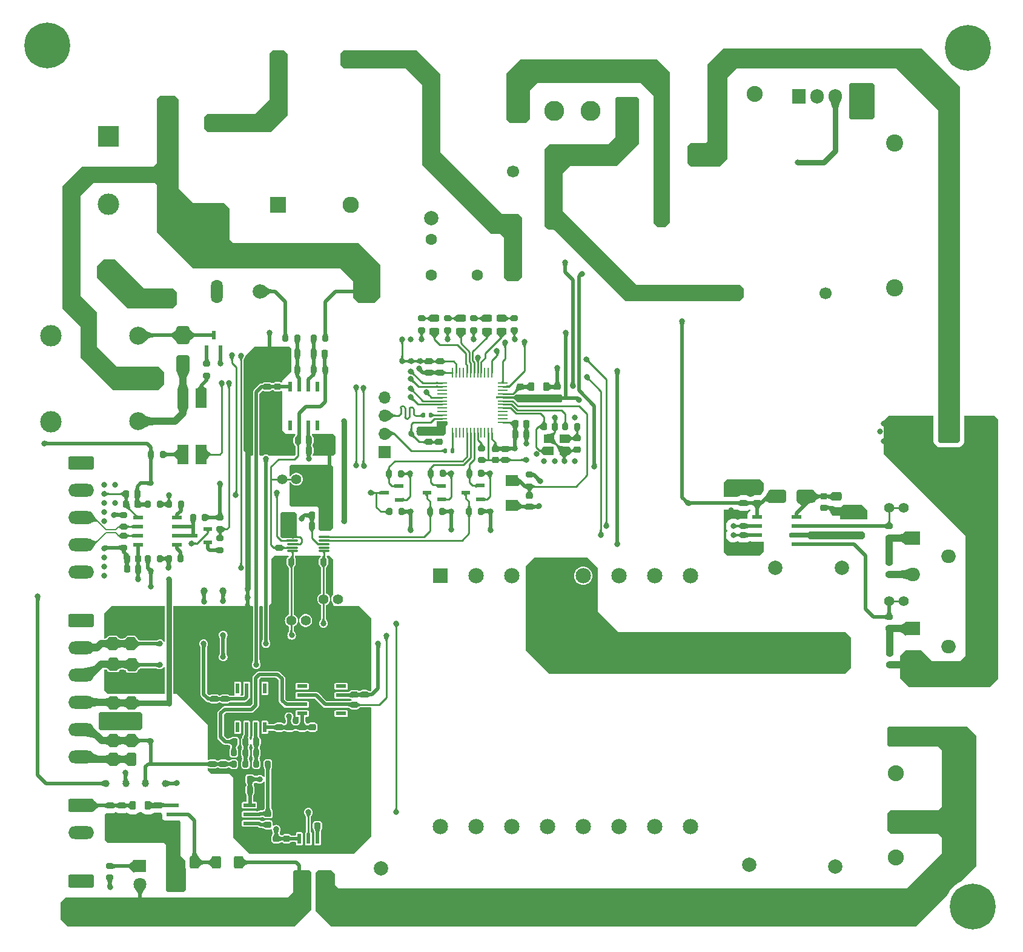
<source format=gbr>
%TF.GenerationSoftware,KiCad,Pcbnew,8.0.4*%
%TF.CreationDate,2024-10-07T11:50:43+07:00*%
%TF.ProjectId,PFC & LLC,50464320-2620-44c4-9c43-2e6b69636164,rev?*%
%TF.SameCoordinates,Original*%
%TF.FileFunction,Copper,L1,Top*%
%TF.FilePolarity,Positive*%
%FSLAX46Y46*%
G04 Gerber Fmt 4.6, Leading zero omitted, Abs format (unit mm)*
G04 Created by KiCad (PCBNEW 8.0.4) date 2024-10-07 11:50:43*
%MOMM*%
%LPD*%
G01*
G04 APERTURE LIST*
G04 Aperture macros list*
%AMRoundRect*
0 Rectangle with rounded corners*
0 $1 Rounding radius*
0 $2 $3 $4 $5 $6 $7 $8 $9 X,Y pos of 4 corners*
0 Add a 4 corners polygon primitive as box body*
4,1,4,$2,$3,$4,$5,$6,$7,$8,$9,$2,$3,0*
0 Add four circle primitives for the rounded corners*
1,1,$1+$1,$2,$3*
1,1,$1+$1,$4,$5*
1,1,$1+$1,$6,$7*
1,1,$1+$1,$8,$9*
0 Add four rect primitives between the rounded corners*
20,1,$1+$1,$2,$3,$4,$5,0*
20,1,$1+$1,$4,$5,$6,$7,0*
20,1,$1+$1,$6,$7,$8,$9,0*
20,1,$1+$1,$8,$9,$2,$3,0*%
G04 Aperture macros list end*
%TA.AperFunction,EtchedComponent*%
%ADD10C,0.000000*%
%TD*%
%TA.AperFunction,SMDPad,CuDef*%
%ADD11RoundRect,0.250000X0.475000X-0.337500X0.475000X0.337500X-0.475000X0.337500X-0.475000X-0.337500X0*%
%TD*%
%TA.AperFunction,SMDPad,CuDef*%
%ADD12RoundRect,0.225000X0.250000X-0.225000X0.250000X0.225000X-0.250000X0.225000X-0.250000X-0.225000X0*%
%TD*%
%TA.AperFunction,SMDPad,CuDef*%
%ADD13R,1.700000X1.500000*%
%TD*%
%TA.AperFunction,SMDPad,CuDef*%
%ADD14RoundRect,0.225000X-0.225000X-0.250000X0.225000X-0.250000X0.225000X0.250000X-0.225000X0.250000X0*%
%TD*%
%TA.AperFunction,SMDPad,CuDef*%
%ADD15R,1.168400X0.533400*%
%TD*%
%TA.AperFunction,SMDPad,CuDef*%
%ADD16RoundRect,0.225000X-0.250000X0.225000X-0.250000X-0.225000X0.250000X-0.225000X0.250000X0.225000X0*%
%TD*%
%TA.AperFunction,SMDPad,CuDef*%
%ADD17RoundRect,0.225000X0.225000X0.250000X-0.225000X0.250000X-0.225000X-0.250000X0.225000X-0.250000X0*%
%TD*%
%TA.AperFunction,ComponentPad*%
%ADD18R,2.500000X2.500000*%
%TD*%
%TA.AperFunction,ComponentPad*%
%ADD19C,2.500000*%
%TD*%
%TA.AperFunction,SMDPad,CuDef*%
%ADD20RoundRect,0.200000X0.275000X-0.200000X0.275000X0.200000X-0.275000X0.200000X-0.275000X-0.200000X0*%
%TD*%
%TA.AperFunction,SMDPad,CuDef*%
%ADD21RoundRect,0.135000X-0.135000X-0.185000X0.135000X-0.185000X0.135000X0.185000X-0.135000X0.185000X0*%
%TD*%
%TA.AperFunction,ComponentPad*%
%ADD22C,3.000000*%
%TD*%
%TA.AperFunction,SMDPad,CuDef*%
%ADD23C,0.500000*%
%TD*%
%TA.AperFunction,ComponentPad*%
%ADD24R,1.800000X1.800000*%
%TD*%
%TA.AperFunction,ComponentPad*%
%ADD25C,1.800000*%
%TD*%
%TA.AperFunction,ComponentPad*%
%ADD26R,2.000000X2.000000*%
%TD*%
%TA.AperFunction,ComponentPad*%
%ADD27C,2.000000*%
%TD*%
%TA.AperFunction,SMDPad,CuDef*%
%ADD28RoundRect,0.243750X-0.456250X0.243750X-0.456250X-0.243750X0.456250X-0.243750X0.456250X0.243750X0*%
%TD*%
%TA.AperFunction,SMDPad,CuDef*%
%ADD29RoundRect,0.200000X-0.200000X-0.275000X0.200000X-0.275000X0.200000X0.275000X-0.200000X0.275000X0*%
%TD*%
%TA.AperFunction,ComponentPad*%
%ADD30R,2.800000X2.800000*%
%TD*%
%TA.AperFunction,ComponentPad*%
%ADD31C,2.800000*%
%TD*%
%TA.AperFunction,SMDPad,CuDef*%
%ADD32R,1.701800X0.558800*%
%TD*%
%TA.AperFunction,SMDPad,CuDef*%
%ADD33R,3.510000X1.570000*%
%TD*%
%TA.AperFunction,SMDPad,CuDef*%
%ADD34C,1.000000*%
%TD*%
%TA.AperFunction,ComponentPad*%
%ADD35R,2.000000X1.905000*%
%TD*%
%TA.AperFunction,ComponentPad*%
%ADD36O,2.000000X1.905000*%
%TD*%
%TA.AperFunction,ComponentPad*%
%ADD37C,1.400000*%
%TD*%
%TA.AperFunction,SMDPad,CuDef*%
%ADD38RoundRect,0.250000X0.650000X-1.000000X0.650000X1.000000X-0.650000X1.000000X-0.650000X-1.000000X0*%
%TD*%
%TA.AperFunction,SMDPad,CuDef*%
%ADD39RoundRect,0.224400X0.435600X-0.680600X0.435600X0.680600X-0.435600X0.680600X-0.435600X-0.680600X0*%
%TD*%
%TA.AperFunction,SMDPad,CuDef*%
%ADD40RoundRect,0.200000X-0.275000X0.200000X-0.275000X-0.200000X0.275000X-0.200000X0.275000X0.200000X0*%
%TD*%
%TA.AperFunction,ComponentPad*%
%ADD41C,0.800000*%
%TD*%
%TA.AperFunction,ComponentPad*%
%ADD42C,6.400000*%
%TD*%
%TA.AperFunction,ComponentPad*%
%ADD43RoundRect,0.250000X-1.550000X0.650000X-1.550000X-0.650000X1.550000X-0.650000X1.550000X0.650000X0*%
%TD*%
%TA.AperFunction,ComponentPad*%
%ADD44O,3.600000X1.800000*%
%TD*%
%TA.AperFunction,ComponentPad*%
%ADD45R,2.235200X2.235200*%
%TD*%
%TA.AperFunction,ComponentPad*%
%ADD46C,2.235200*%
%TD*%
%TA.AperFunction,SMDPad,CuDef*%
%ADD47RoundRect,0.224400X-0.435600X0.680600X-0.435600X-0.680600X0.435600X-0.680600X0.435600X0.680600X0*%
%TD*%
%TA.AperFunction,SMDPad,CuDef*%
%ADD48RoundRect,0.200000X0.200000X0.275000X-0.200000X0.275000X-0.200000X-0.275000X0.200000X-0.275000X0*%
%TD*%
%TA.AperFunction,SMDPad,CuDef*%
%ADD49RoundRect,0.218750X0.218750X0.381250X-0.218750X0.381250X-0.218750X-0.381250X0.218750X-0.381250X0*%
%TD*%
%TA.AperFunction,SMDPad,CuDef*%
%ADD50R,1.500000X2.750000*%
%TD*%
%TA.AperFunction,SMDPad,CuDef*%
%ADD51RoundRect,0.250000X-0.400000X-0.625000X0.400000X-0.625000X0.400000X0.625000X-0.400000X0.625000X0*%
%TD*%
%TA.AperFunction,ComponentPad*%
%ADD52R,3.000000X3.000000*%
%TD*%
%TA.AperFunction,ComponentPad*%
%ADD53R,1.700000X1.700000*%
%TD*%
%TA.AperFunction,ComponentPad*%
%ADD54O,1.700000X1.700000*%
%TD*%
%TA.AperFunction,ComponentPad*%
%ADD55R,2.150000X2.150000*%
%TD*%
%TA.AperFunction,ComponentPad*%
%ADD56C,2.150000*%
%TD*%
%TA.AperFunction,ComponentPad*%
%ADD57O,1.650000X3.300000*%
%TD*%
%TA.AperFunction,SMDPad,CuDef*%
%ADD58R,1.400000X1.200000*%
%TD*%
%TA.AperFunction,ComponentPad*%
%ADD59R,2.400000X2.400000*%
%TD*%
%TA.AperFunction,ComponentPad*%
%ADD60C,2.400000*%
%TD*%
%TA.AperFunction,SMDPad,CuDef*%
%ADD61R,1.460500X0.533400*%
%TD*%
%TA.AperFunction,SMDPad,CuDef*%
%ADD62R,0.533400X1.460500*%
%TD*%
%TA.AperFunction,ComponentPad*%
%ADD63R,1.905000X2.000000*%
%TD*%
%TA.AperFunction,ComponentPad*%
%ADD64O,1.905000X2.000000*%
%TD*%
%TA.AperFunction,SMDPad,CuDef*%
%ADD65R,1.473200X0.279400*%
%TD*%
%TA.AperFunction,SMDPad,CuDef*%
%ADD66R,0.279400X1.473200*%
%TD*%
%TA.AperFunction,ComponentPad*%
%ADD67C,1.600000*%
%TD*%
%TA.AperFunction,ComponentPad*%
%ADD68C,1.700000*%
%TD*%
%TA.AperFunction,SMDPad,CuDef*%
%ADD69RoundRect,0.250000X1.000000X0.650000X-1.000000X0.650000X-1.000000X-0.650000X1.000000X-0.650000X0*%
%TD*%
%TA.AperFunction,ComponentPad*%
%ADD70R,2.286000X2.286000*%
%TD*%
%TA.AperFunction,ComponentPad*%
%ADD71C,2.286000*%
%TD*%
%TA.AperFunction,SMDPad,CuDef*%
%ADD72R,0.533400X1.168400*%
%TD*%
%TA.AperFunction,ComponentPad*%
%ADD73O,2.400000X2.400000*%
%TD*%
%TA.AperFunction,SMDPad,CuDef*%
%ADD74RoundRect,0.075000X-0.650000X-0.075000X0.650000X-0.075000X0.650000X0.075000X-0.650000X0.075000X0*%
%TD*%
%TA.AperFunction,ViaPad*%
%ADD75C,0.800000*%
%TD*%
%TA.AperFunction,Conductor*%
%ADD76C,1.524000*%
%TD*%
%TA.AperFunction,Conductor*%
%ADD77C,0.508000*%
%TD*%
%TA.AperFunction,Conductor*%
%ADD78C,1.016000*%
%TD*%
%TA.AperFunction,Conductor*%
%ADD79C,0.762000*%
%TD*%
%TA.AperFunction,Conductor*%
%ADD80C,0.254000*%
%TD*%
%TA.AperFunction,Conductor*%
%ADD81C,0.250000*%
%TD*%
%TA.AperFunction,Conductor*%
%ADD82C,0.381000*%
%TD*%
%TA.AperFunction,Conductor*%
%ADD83C,0.203200*%
%TD*%
G04 APERTURE END LIST*
D10*
%TA.AperFunction,EtchedComponent*%
%TO.C,NT2*%
G36*
X100525200Y-84317000D02*
G01*
X99525200Y-84317000D01*
X99525200Y-83817000D01*
X100525200Y-83817000D01*
X100525200Y-84317000D01*
G37*
%TD.AperFunction*%
%TA.AperFunction,EtchedComponent*%
%TO.C,NT1*%
G36*
X66696400Y-93169600D02*
G01*
X66196400Y-93169600D01*
X66196400Y-92169600D01*
X66696400Y-92169600D01*
X66696400Y-93169600D01*
G37*
%TD.AperFunction*%
%TD*%
D11*
%TO.P,C35,1*%
%TO.N,/LLC/LOAD_M1_M2*%
X137337800Y-99908800D03*
%TO.P,C35,2*%
%TO.N,Net-(D6-K)*%
X137337800Y-97833800D03*
%TD*%
D12*
%TO.P,C37,1*%
%TO.N,GND*%
X42595800Y-142500000D03*
%TO.P,C37,2*%
%TO.N,VDD1*%
X42595800Y-140950000D03*
%TD*%
D13*
%TO.P,RESET,1,1*%
%TO.N,NRST*%
X91972400Y-95638800D03*
%TO.P,RESET,2,2*%
%TO.N,GNDPWR*%
X91972400Y-99038800D03*
%TD*%
D14*
%TO.P,C95,1*%
%TO.N,GNDPWR*%
X38169550Y-107993800D03*
%TO.P,C95,2*%
%TO.N,+5V*%
X39719550Y-107993800D03*
%TD*%
D15*
%TO.P,Q6,1,G*%
%TO.N,+3.3VA*%
X82105200Y-98250401D03*
%TO.P,Q6,2,S*%
%TO.N,I2C_SCL*%
X82105200Y-96350399D03*
%TO.P,Q6,3,D*%
%TO.N,SCL_ADS1115*%
X80073200Y-97300400D03*
%TD*%
D16*
%TO.P,C58,1*%
%TO.N,GNDA*%
X69951600Y-123982800D03*
%TO.P,C58,2*%
%TO.N,+9V*%
X69951600Y-125532800D03*
%TD*%
D17*
%TO.P,C63,1*%
%TO.N,GNDPWR*%
X65570400Y-101974000D03*
%TO.P,C63,2*%
%TO.N,+5V*%
X64020400Y-101974000D03*
%TD*%
D18*
%TO.P,D4,1*%
%TO.N,PFC_VCC*%
X117980000Y-50310400D03*
D19*
%TO.P,D4,2*%
%TO.N,Net-(D2-+)*%
X97920000Y-50310400D03*
%TD*%
D20*
%TO.P,R27,1*%
%TO.N,GNDPWR*%
X144756400Y-121379600D03*
%TO.P,R27,2*%
%TO.N,Net-(Q5-G)*%
X144756400Y-119729600D03*
%TD*%
D12*
%TO.P,C99,1*%
%TO.N,GNDPWR*%
X89636600Y-92716000D03*
%TO.P,C99,2*%
%TO.N,+3.3VA*%
X89636600Y-91166000D03*
%TD*%
D21*
%TO.P,R57,1*%
%TO.N,Net-(J5-Pin_3)*%
X79627000Y-86477399D03*
%TO.P,R57,2*%
%TO.N,/STM32F103C8T6/SWDIO*%
X80647000Y-86477399D03*
%TD*%
D12*
%TO.P,C100,1*%
%TO.N,GNDPWR*%
X91052200Y-92716000D03*
%TO.P,C100,2*%
%TO.N,+3.3VA*%
X91052200Y-91166000D03*
%TD*%
D22*
%TO.P,K1,1*%
%TO.N,AC1*%
X41689600Y-81399200D03*
D19*
%TO.P,K1,2*%
%TO.N,Net-(D1-A)*%
X39739600Y-75349200D03*
D22*
%TO.P,K1,3*%
%TO.N,Net-(K1-Pad3)*%
X27539600Y-75349200D03*
%TO.P,K1,4*%
%TO.N,unconnected-(K1-Pad4)*%
X27489600Y-87399200D03*
D19*
%TO.P,K1,5*%
%TO.N,+12V*%
X39739600Y-87349200D03*
%TD*%
D12*
%TO.P,C55,1*%
%TO.N,GNDA*%
X60858400Y-131628800D03*
%TO.P,C55,2*%
%TO.N,-9V*%
X60858400Y-130078800D03*
%TD*%
D23*
%TO.P,NT2,1,1*%
%TO.N,GNDPWR*%
X100525200Y-84067000D03*
%TO.P,NT2,2,2*%
%TO.N,GNDA*%
X99525200Y-84067000D03*
%TD*%
D17*
%TO.P,C67,1*%
%TO.N,GNDA*%
X62674800Y-106952400D03*
%TO.P,C67,2*%
%TO.N,Voltage_LLC*%
X61124800Y-106952400D03*
%TD*%
D16*
%TO.P,C30,1*%
%TO.N,GNDPWR*%
X124346600Y-97211200D03*
%TO.P,C30,2*%
%TO.N,+12V*%
X124346600Y-98761200D03*
%TD*%
D24*
%TO.P,D9,1,K*%
%TO.N,Net-(D9-K)*%
X39981100Y-149493200D03*
D25*
%TO.P,D9,2,A*%
%TO.N,51.2V*%
X39981100Y-152033200D03*
%TD*%
D26*
%TO.P,C38,1*%
%TO.N,Net-(C36-Pad1)*%
X137185400Y-154504400D03*
D27*
%TO.P,C38,2*%
%TO.N,GND*%
X137185400Y-149504400D03*
%TD*%
D28*
%TO.P,D13,1,K*%
%TO.N,Net-(D13-K)*%
X81164915Y-72944100D03*
%TO.P,D13,2,A*%
%TO.N,LED_PROCESS*%
X81164915Y-74819100D03*
%TD*%
D12*
%TO.P,C98,1*%
%TO.N,GNDPWR*%
X80340200Y-90222800D03*
%TO.P,C98,2*%
%TO.N,+3.3VA*%
X80340200Y-88672800D03*
%TD*%
D29*
%TO.P,R1,1*%
%TO.N,+3.3VA*%
X41515400Y-91943000D03*
%TO.P,R1,2*%
%TO.N,Net-(U1-A)*%
X43165400Y-91943000D03*
%TD*%
D12*
%TO.P,C45,1*%
%TO.N,GNDA*%
X59031100Y-147201450D03*
%TO.P,C45,2*%
%TO.N,+5V*%
X59031100Y-145651450D03*
%TD*%
D30*
%TO.P,D2,1,+*%
%TO.N,Net-(D2-+)*%
X108039900Y-43953000D03*
D31*
%TO.P,D2,2*%
%TO.N,Net-(C12-Pad1)*%
X102959900Y-43953000D03*
%TO.P,D2,3*%
%TO.N,Net-(D2-Pad3)*%
X97879900Y-43953000D03*
%TO.P,D2,4,-*%
%TO.N,Net-(D2--)*%
X92799900Y-43953000D03*
%TD*%
D12*
%TO.P,C56,1*%
%TO.N,GNDA*%
X64109600Y-131628800D03*
%TO.P,C56,2*%
%TO.N,-9V*%
X64109600Y-130078800D03*
%TD*%
D29*
%TO.P,R46,1*%
%TO.N,I2C_ALERT*%
X74791200Y-94645200D03*
%TO.P,R46,2*%
%TO.N,+3.3VA*%
X76441200Y-94645200D03*
%TD*%
D20*
%TO.P,R42,1*%
%TO.N,NRST*%
X94423600Y-96423200D03*
%TO.P,R42,2*%
%TO.N,+3.3VA*%
X94423600Y-94773200D03*
%TD*%
D32*
%TO.P,U6,1,VDD1*%
%TO.N,VDD1*%
X44527700Y-140958800D03*
%TO.P,U6,2,IN*%
%TO.N,Feedback Voltage*%
X44527700Y-142228800D03*
%TO.P,U6,3,GND1*%
%TO.N,GND*%
X44527700Y-143498800D03*
%TO.P,U6,4,GND1*%
X44527700Y-144768800D03*
%TO.P,U6,5,GND2*%
%TO.N,GNDA*%
X55297300Y-144768800D03*
%TO.P,U6,6,OUTN*%
%TO.N,Net-(U6-OUTN)*%
X55297300Y-143498800D03*
%TO.P,U6,7,OUTP*%
%TO.N,Net-(U6-OUTP)*%
X55297300Y-142228800D03*
%TO.P,U6,8,VDD2*%
%TO.N,+5V*%
X55297300Y-140958800D03*
%TD*%
D33*
%TO.P,C22,1*%
%TO.N,GNDPWR*%
X140893800Y-41151400D03*
%TO.P,C22,2*%
%TO.N,PFC_VCC*%
X140893800Y-37117400D03*
%TD*%
D34*
%TO.P,-9V,1,1*%
%TO.N,-9V*%
X51612800Y-110991000D03*
%TD*%
D29*
%TO.P,R56,1*%
%TO.N,UART2_TX*%
X44044500Y-98912400D03*
%TO.P,R56,2*%
%TO.N,Net-(U12-DI)*%
X45694500Y-98912400D03*
%TD*%
D12*
%TO.P,C76,1*%
%TO.N,GNDPWR*%
X94437200Y-99256800D03*
%TO.P,C76,2*%
%TO.N,NRST*%
X94437200Y-97706800D03*
%TD*%
D20*
%TO.P,R29,1*%
%TO.N,GNDPWR*%
X124344800Y-104868600D03*
%TO.P,R29,2*%
%TO.N,L_Gate_Driver*%
X124344800Y-103218600D03*
%TD*%
D35*
%TO.P,Q4,1,G*%
%TO.N,Net-(Q4-G)*%
X148007580Y-103625000D03*
D36*
%TO.P,Q4,2,D*%
%TO.N,PFC_VCC*%
X153007580Y-106165000D03*
%TO.P,Q4,3,S*%
%TO.N,/LLC/LOAD_M1_M2*%
X148007580Y-108705000D03*
%TD*%
D37*
%TO.P,VoltageLLC,1,1*%
%TO.N,Voltage_LLC*%
X63153800Y-115156600D03*
X61153800Y-115156600D03*
%TD*%
D38*
%TO.P,D1,1,A*%
%TO.N,Net-(D1-A)*%
X45991200Y-75309800D03*
%TO.P,D1,2,K*%
%TO.N,+12V*%
X45991200Y-79309800D03*
%TD*%
D39*
%TO.P,C62,1*%
%TO.N,GNDA*%
X38850700Y-123964400D03*
%TO.P,C62,2*%
%TO.N,-9V*%
X38850700Y-121364400D03*
%TD*%
D40*
%TO.P,R28,1*%
%TO.N,GNDPWR*%
X124346600Y-100298600D03*
%TO.P,R28,2*%
%TO.N,H_Gate_Driver*%
X124346600Y-101948600D03*
%TD*%
D41*
%TO.P,H3,1*%
%TO.N,N/C*%
X153276600Y-35172000D03*
X153979544Y-33474944D03*
X153979544Y-36869056D03*
X155676600Y-32772000D03*
D42*
X155676600Y-35172000D03*
D41*
X155676600Y-37572000D03*
X157373656Y-33474944D03*
X157373656Y-36869056D03*
X158076600Y-35172000D03*
%TD*%
D43*
%TO.P,J2,1,Pin_1*%
%TO.N,GND*%
X31724600Y-151580200D03*
D44*
%TO.P,J2,2,Pin_2*%
%TO.N,51.2V*%
X31724600Y-155390200D03*
%TD*%
D39*
%TO.P,C75,1*%
%TO.N,+9V*%
X38749100Y-118401800D03*
%TO.P,C75,2*%
%TO.N,GNDA*%
X38749100Y-115801800D03*
%TD*%
D29*
%TO.P,R31,1*%
%TO.N,+3.3VA*%
X53099600Y-135209000D03*
%TO.P,R31,2*%
%TO.N,Net-(U8--IN)*%
X54749600Y-135209000D03*
%TD*%
D16*
%TO.P,C52,1*%
%TO.N,GNDA*%
X50114200Y-133659000D03*
%TO.P,C52,2*%
%TO.N,+3.3VA*%
X50114200Y-135209000D03*
%TD*%
D45*
%TO.P,D8,1*%
%TO.N,Net-(C36-Pad1)*%
X145656300Y-131412600D03*
D46*
%TO.P,D8,2*%
%TO.N,Net-(L3-SB)*%
X145656300Y-136492600D03*
%TD*%
D12*
%TO.P,C51,1*%
%TO.N,GNDA*%
X69951600Y-128504600D03*
%TO.P,C51,2*%
%TO.N,Voltage_LLC*%
X69951600Y-126954600D03*
%TD*%
D27*
%TO.P,F1,1*%
%TO.N,Net-(F1-Pad1)*%
X43903600Y-70122400D03*
%TO.P,F1,2*%
%TO.N,AC1*%
X43878200Y-43223800D03*
%TD*%
D47*
%TO.P,C66,1*%
%TO.N,+3.3VA*%
X36257100Y-131943600D03*
%TO.P,C66,2*%
%TO.N,GNDPWR*%
X36257100Y-134543600D03*
%TD*%
D17*
%TO.P,C104,1*%
%TO.N,GNDPWR*%
X93988400Y-87682800D03*
%TO.P,C104,2*%
%TO.N,+3.3VA*%
X92438400Y-87682800D03*
%TD*%
D16*
%TO.P,C93,1*%
%TO.N,GNDPWR*%
X80391000Y-78961000D03*
%TO.P,C93,2*%
%TO.N,+3.3VA*%
X80391000Y-80511000D03*
%TD*%
D48*
%TO.P,R3,1*%
%TO.N,AC1*%
X65899400Y-75724000D03*
%TO.P,R3,2*%
%TO.N,Net-(U2--IN)*%
X64249400Y-75724000D03*
%TD*%
D14*
%TO.P,C39,1*%
%TO.N,GNDA*%
X53811100Y-138835800D03*
%TO.P,C39,2*%
%TO.N,+5V*%
X55361100Y-138835800D03*
%TD*%
D15*
%TO.P,Q9,1,B*%
%TO.N,Net-(Q9-B)*%
X49473150Y-104244801D03*
%TO.P,Q9,2,E*%
%TO.N,GNDPWR*%
X49473150Y-102344799D03*
%TO.P,Q9,3,C*%
%TO.N,Net-(Q9-C)*%
X47441150Y-103294800D03*
%TD*%
D14*
%TO.P,C4,1*%
%TO.N,GNDA*%
X60540600Y-89985200D03*
%TO.P,C4,2*%
%TO.N,VAC_IN*%
X62090600Y-89985200D03*
%TD*%
%TO.P,C40,1*%
%TO.N,GNDA*%
X53811100Y-137339600D03*
%TO.P,C40,2*%
%TO.N,+5V*%
X55361100Y-137339600D03*
%TD*%
D28*
%TO.P,D10,1,K*%
%TO.N,Net-(D10-K)*%
X90500200Y-72944100D03*
%TO.P,D10,2,A*%
%TO.N,LED_TEST*%
X90500200Y-74819100D03*
%TD*%
D49*
%TO.P,FB2,1*%
%TO.N,+3.3VA*%
X96795100Y-82517600D03*
%TO.P,FB2,2*%
%TO.N,VDDA*%
X94670100Y-82517600D03*
%TD*%
D39*
%TO.P,C73,1*%
%TO.N,+9V*%
X36183700Y-118401800D03*
%TO.P,C73,2*%
%TO.N,GNDA*%
X36183700Y-115801800D03*
%TD*%
D17*
%TO.P,C48,1*%
%TO.N,GNDA*%
X57773000Y-132098400D03*
%TO.P,C48,2*%
%TO.N,Net-(U8-+IN)*%
X56223000Y-132098400D03*
%TD*%
D12*
%TO.P,C34,1*%
%TO.N,/LLC/LOAD_M1_M2*%
X135534400Y-99383800D03*
%TO.P,C34,2*%
%TO.N,Net-(D6-K)*%
X135534400Y-97833800D03*
%TD*%
D50*
%TO.P,U1,1,A*%
%TO.N,Net-(U1-A)*%
X45991200Y-91948600D03*
%TO.P,U1,2,K*%
%TO.N,Voltage_Protection*%
X48531200Y-91948600D03*
%TO.P,U1,3,E*%
%TO.N,Net-(U1-E)*%
X48531200Y-84078600D03*
%TO.P,U1,4,C*%
%TO.N,+12V*%
X45991200Y-84078600D03*
%TD*%
D51*
%TO.P,R33,1*%
%TO.N,Feedback Voltage*%
X50673300Y-148959800D03*
%TO.P,R33,2*%
%TO.N,51.2V*%
X53773300Y-148959800D03*
%TD*%
D29*
%TO.P,R55,1*%
%TO.N,UART2_RX*%
X44000350Y-106507000D03*
%TO.P,R55,2*%
%TO.N,Net-(U12-RO)*%
X45650350Y-106507000D03*
%TD*%
D43*
%TO.P,J6,1,Pin_1*%
%TO.N,UART1_TX*%
X31735800Y-93164400D03*
D44*
%TO.P,J6,2,Pin_2*%
%TO.N,UART1_RX*%
X31735800Y-96974400D03*
%TO.P,J6,3,Pin_3*%
%TO.N,RS485_P*%
X31735800Y-100784400D03*
%TO.P,J6,4,Pin_4*%
%TO.N,RS485_N*%
X31735800Y-104594400D03*
%TO.P,J6,5,Pin_5*%
%TO.N,GNDPWR*%
X31735800Y-108404400D03*
%TD*%
D52*
%TO.P,J1,1,1*%
%TO.N,Earth*%
X35610200Y-47516002D03*
D22*
%TO.P,J1,2,2*%
%TO.N,AC2*%
X35610200Y-57016000D03*
%TO.P,J1,3,3*%
%TO.N,Net-(F1-Pad1)*%
X35610200Y-66515999D03*
%TD*%
D28*
%TO.P,D11,1,K*%
%TO.N,Net-(D11-K)*%
X88453143Y-72944100D03*
%TO.P,D11,2,A*%
%TO.N,LED_WAIT*%
X88453143Y-74819100D03*
%TD*%
D41*
%TO.P,H2,1*%
%TO.N,N/C*%
X153962400Y-155110800D03*
X154665344Y-153413744D03*
X154665344Y-156807856D03*
X156362400Y-152710800D03*
D42*
X156362400Y-155110800D03*
D41*
X156362400Y-157510800D03*
X158059456Y-153413744D03*
X158059456Y-156807856D03*
X158762400Y-155110800D03*
%TD*%
D49*
%TO.P,FB1,1*%
%TO.N,VDD1*%
X41118300Y-141013800D03*
%TO.P,FB1,2*%
%TO.N,+5V_GND*%
X38993300Y-141013800D03*
%TD*%
D12*
%TO.P,C42,1*%
%TO.N,GND*%
X35814000Y-142563800D03*
%TO.P,C42,2*%
%TO.N,+5V_GND*%
X35814000Y-141013800D03*
%TD*%
D16*
%TO.P,C94,1*%
%TO.N,GNDPWR*%
X81940400Y-78961000D03*
%TO.P,C94,2*%
%TO.N,+3.3VA*%
X81940400Y-80511000D03*
%TD*%
D29*
%TO.P,R35,1*%
%TO.N,Net-(U9-+IN)*%
X53099600Y-133634200D03*
%TO.P,R35,2*%
%TO.N,Net-(U8--IN)*%
X54749600Y-133634200D03*
%TD*%
D41*
%TO.P,H1,1*%
%TO.N,N/C*%
X24625600Y-34841800D03*
X25328544Y-33144744D03*
X25328544Y-36538856D03*
X27025600Y-32441800D03*
D42*
X27025600Y-34841800D03*
D41*
X27025600Y-37241800D03*
X28722656Y-33144744D03*
X28722656Y-36538856D03*
X29425600Y-34841800D03*
%TD*%
D29*
%TO.P,R44,1*%
%TO.N,I2C_SCL*%
X80620200Y-94619800D03*
%TO.P,R44,2*%
%TO.N,+3.3VA*%
X82270200Y-94619800D03*
%TD*%
D40*
%TO.P,R51,1*%
%TO.N,RS485_CONTROL*%
X51174950Y-103676800D03*
%TO.P,R51,2*%
%TO.N,Net-(Q9-B)*%
X51174950Y-105326800D03*
%TD*%
D48*
%TO.P,R5,1*%
%TO.N,Net-(U2-+IN)*%
X61963200Y-80116400D03*
%TO.P,R5,2*%
%TO.N,GNDA*%
X60313200Y-80116400D03*
%TD*%
D16*
%TO.P,C31,1*%
%TO.N,GNDPWR*%
X126282450Y-97211200D03*
%TO.P,C31,2*%
%TO.N,+12V*%
X126282450Y-98761200D03*
%TD*%
D37*
%TO.P,VACIN,1,1*%
%TO.N,VAC_IN*%
X59842400Y-95420800D03*
X61842400Y-95420800D03*
%TD*%
D48*
%TO.P,R54,1*%
%TO.N,UART2_TX*%
X42747300Y-98914200D03*
%TO.P,R54,2*%
%TO.N,+3.3VA*%
X41097300Y-98914200D03*
%TD*%
D53*
%TO.P,J5,1,Pin_1*%
%TO.N,GNDPWR*%
X74218800Y-91606800D03*
D54*
%TO.P,J5,2,Pin_2*%
%TO.N,Net-(J5-Pin_2)*%
X74218800Y-89066800D03*
%TO.P,J5,3,Pin_3*%
%TO.N,Net-(J5-Pin_3)*%
X74218800Y-86526800D03*
%TO.P,J5,4,Pin_4*%
%TO.N,+3.3VA*%
X74218800Y-83986800D03*
%TD*%
D47*
%TO.P,C65,1*%
%TO.N,+5V*%
X36257100Y-126685800D03*
%TO.P,C65,2*%
%TO.N,GNDPWR*%
X36257100Y-129285800D03*
%TD*%
D34*
%TO.P,12V,1,1*%
%TO.N,+12V*%
X35238268Y-137915000D03*
%TD*%
D14*
%TO.P,C49,1*%
%TO.N,Net-(U9-+IN)*%
X53199600Y-132098400D03*
%TO.P,C49,2*%
%TO.N,Net-(U8--IN)*%
X54749600Y-132098400D03*
%TD*%
D47*
%TO.P,C68,1*%
%TO.N,+5V*%
X38822500Y-126711200D03*
%TO.P,C68,2*%
%TO.N,GNDPWR*%
X38822500Y-129311200D03*
%TD*%
D55*
%TO.P,L3,1*%
%TO.N,N/C*%
X81943800Y-108912600D03*
D56*
%TO.P,L3,2*%
X86943800Y-108912600D03*
%TO.P,L3,3*%
X91943800Y-108912600D03*
%TO.P,L3,4,AA*%
%TO.N,Net-(L3-AA)*%
X96943800Y-108912600D03*
%TO.P,L3,5*%
%TO.N,N/C*%
X101943800Y-108912600D03*
%TO.P,L3,6*%
X106943800Y-108912600D03*
%TO.P,L3,7*%
X111943800Y-108912600D03*
%TO.P,L3,8,AB*%
%TO.N,GNDPWR*%
X116943800Y-108912600D03*
%TO.P,L3,9,SA*%
%TO.N,Net-(L3-SA)*%
X116943800Y-143912600D03*
%TO.P,L3,10*%
%TO.N,N/C*%
X111943800Y-143912600D03*
%TO.P,L3,11,SC*%
%TO.N,GND*%
X106943800Y-143912600D03*
%TO.P,L3,12,SC*%
X101943800Y-143912600D03*
%TO.P,L3,13*%
%TO.N,N/C*%
X96943800Y-143912600D03*
%TO.P,L3,14*%
X91943800Y-143912600D03*
%TO.P,L3,15*%
X86943800Y-143912600D03*
%TO.P,L3,16,SB*%
%TO.N,Net-(L3-SB)*%
X81943800Y-143912600D03*
%TD*%
D14*
%TO.P,C103,1*%
%TO.N,GNDPWR*%
X38055250Y-98951400D03*
%TO.P,C103,2*%
%TO.N,+3.3VA*%
X39605250Y-98951400D03*
%TD*%
D16*
%TO.P,C50,1*%
%TO.N,GNDA*%
X51612800Y-133659000D03*
%TO.P,C50,2*%
%TO.N,+3.3VA*%
X51612800Y-135209000D03*
%TD*%
D27*
%TO.P,C33,1*%
%TO.N,/LLC/LOAD_M1_M2*%
X128761600Y-107766700D03*
%TO.P,C33,2*%
%TO.N,Net-(L3-AA)*%
X128761600Y-117766500D03*
%TD*%
D48*
%TO.P,R30,1*%
%TO.N,Net-(U6-OUTP)*%
X57873000Y-135210800D03*
%TO.P,R30,2*%
%TO.N,Net-(U8-+IN)*%
X56223000Y-135210800D03*
%TD*%
D20*
%TO.P,R26,1*%
%TO.N,/LLC/LOAD_M1_M2*%
X144703800Y-108705000D03*
%TO.P,R26,2*%
%TO.N,Net-(Q4-G)*%
X144703800Y-107055000D03*
%TD*%
D51*
%TO.P,R34,1*%
%TO.N,GND*%
X44527100Y-148959800D03*
%TO.P,R34,2*%
%TO.N,Feedback Voltage*%
X47627100Y-148959800D03*
%TD*%
D57*
%TO.P,RV1,1*%
%TO.N,AC2*%
X50761600Y-69186100D03*
%TO.P,RV1,2*%
%TO.N,AC1*%
X50761600Y-64186100D03*
%TD*%
D12*
%TO.P,C64,1*%
%TO.N,GNDA*%
X59410600Y-106533600D03*
%TO.P,C64,2*%
%TO.N,VAC_IN*%
X59410600Y-104983600D03*
%TD*%
D43*
%TO.P,J3,1,Pin_1*%
%TO.N,+12V*%
X31723100Y-115131200D03*
D44*
%TO.P,J3,2,Pin_2*%
%TO.N,+9V*%
X31723100Y-118941200D03*
%TO.P,J3,3,Pin_3*%
%TO.N,-9V*%
X31723100Y-122751200D03*
%TO.P,J3,4,Pin_4*%
%TO.N,+5V*%
X31723100Y-126561200D03*
%TO.P,J3,5,Pin_5*%
%TO.N,+3.3VA*%
X31723100Y-130371200D03*
%TO.P,J3,6,Pin_6*%
%TO.N,GNDPWR*%
X31723100Y-134181200D03*
%TD*%
D29*
%TO.P,R2,1*%
%TO.N,AC2*%
X60313200Y-75724000D03*
%TO.P,R2,2*%
%TO.N,Net-(U2-+IN)*%
X61963200Y-75724000D03*
%TD*%
D23*
%TO.P,NT1,1,1*%
%TO.N,GNDPWR*%
X66446400Y-93169600D03*
%TO.P,NT1,2,2*%
%TO.N,GNDA*%
X66446400Y-92169600D03*
%TD*%
D48*
%TO.P,R53,1*%
%TO.N,UART2_RX*%
X42742150Y-106508800D03*
%TO.P,R53,2*%
%TO.N,+3.3VA*%
X41092150Y-106508800D03*
%TD*%
D58*
%TO.P,Y1,1,1*%
%TO.N,Net-(U11A-PD0-OSC_IN-RCC_OSC_IN)*%
X97088600Y-91431200D03*
%TO.P,Y1,2,2*%
%TO.N,GNDPWR*%
X99288600Y-91431200D03*
%TO.P,Y1,3,3*%
%TO.N,Net-(C80-Pad1)*%
X99288600Y-89731200D03*
%TO.P,Y1,4,4*%
%TO.N,GNDPWR*%
X97088600Y-89731200D03*
%TD*%
D37*
%TO.P,CurrentACS,1,1*%
%TO.N,Current_ACS*%
X67659000Y-112184800D03*
X65659000Y-112184800D03*
%TD*%
D35*
%TO.P,Q5,1,G*%
%TO.N,Net-(Q5-G)*%
X148007580Y-116299600D03*
D36*
%TO.P,Q5,2,D*%
%TO.N,/LLC/LOAD_M1_M2*%
X153007580Y-118839600D03*
%TO.P,Q5,3,S*%
%TO.N,GNDPWR*%
X148007580Y-121379600D03*
%TD*%
D29*
%TO.P,R48,1*%
%TO.N,SDA_ADS1115*%
X85992600Y-99903000D03*
%TO.P,R48,2*%
%TO.N,+5V*%
X87642600Y-99903000D03*
%TD*%
D17*
%TO.P,C102,1*%
%TO.N,GNDPWR*%
X93988400Y-89132800D03*
%TO.P,C102,2*%
%TO.N,+3.3VA*%
X92438400Y-89132800D03*
%TD*%
D59*
%TO.P,C23,1*%
%TO.N,PFC_VCC*%
X153007580Y-48481600D03*
D60*
%TO.P,C23,2*%
%TO.N,GNDPWR*%
X145507580Y-48481600D03*
%TD*%
D37*
%TO.P,PWM2,1,1*%
%TO.N,/LLC/OUT_M2*%
X144705600Y-112489600D03*
X146705600Y-112489600D03*
%TD*%
D20*
%TO.P,R4,1*%
%TO.N,Net-(U1-E)*%
X49316599Y-80953800D03*
%TO.P,R4,2*%
%TO.N,Net-(Q1-B)*%
X49316599Y-79303800D03*
%TD*%
D14*
%TO.P,C81,1*%
%TO.N,Net-(U11A-PD0-OSC_IN-RCC_OSC_IN)*%
X96465200Y-88063000D03*
%TO.P,C81,2*%
%TO.N,GNDPWR*%
X98015200Y-88063000D03*
%TD*%
D29*
%TO.P,R49,1*%
%TO.N,ALERT_ADS1115*%
X74892800Y-99953800D03*
%TO.P,R49,2*%
%TO.N,+5V*%
X76542800Y-99953800D03*
%TD*%
D40*
%TO.P,R40,1*%
%TO.N,Net-(D13-K)*%
X79342858Y-72944100D03*
%TO.P,R40,2*%
%TO.N,GNDPWR*%
X79342858Y-74594100D03*
%TD*%
D45*
%TO.P,D5,1,K*%
%TO.N,PFC_VCC*%
X120853200Y-41627600D03*
D46*
%TO.P,D5,2,A*%
%TO.N,Net-(D5-A)*%
X125933200Y-41627600D03*
%TD*%
D28*
%TO.P,D12,1,K*%
%TO.N,Net-(D12-K)*%
X84809029Y-72944100D03*
%TO.P,D12,2,A*%
%TO.N,LED_SOFT_START*%
X84809029Y-74819100D03*
%TD*%
D29*
%TO.P,R47,1*%
%TO.N,SCL_ADS1115*%
X80569400Y-99928400D03*
%TO.P,R47,2*%
%TO.N,+5V*%
X82219400Y-99928400D03*
%TD*%
D14*
%TO.P,C97,1*%
%TO.N,GNDPWR*%
X38169550Y-106495200D03*
%TO.P,C97,2*%
%TO.N,+5V*%
X39719550Y-106495200D03*
%TD*%
D12*
%TO.P,C96,1*%
%TO.N,GNDPWR*%
X81762600Y-90222800D03*
%TO.P,C96,2*%
%TO.N,+3.3VA*%
X81762600Y-88672800D03*
%TD*%
D15*
%TO.P,Q7,1,G*%
%TO.N,+3.3VA*%
X87528400Y-98225001D03*
%TO.P,Q7,2,S*%
%TO.N,I2C_SDA*%
X87528400Y-96324999D03*
%TO.P,Q7,3,D*%
%TO.N,SDA_ADS1115*%
X85496400Y-97275000D03*
%TD*%
D43*
%TO.P,J4,1,Pin_1*%
%TO.N,+5V_GND*%
X31724600Y-141013800D03*
D44*
%TO.P,J4,2,Pin_2*%
%TO.N,GND*%
X31724600Y-144823800D03*
%TD*%
D15*
%TO.P,Q8,1,G*%
%TO.N,+3.3VA*%
X76200000Y-98275801D03*
%TO.P,Q8,2,S*%
%TO.N,I2C_ALERT*%
X76200000Y-96375799D03*
%TO.P,Q8,3,D*%
%TO.N,ALERT_ADS1115*%
X74168000Y-97325800D03*
%TD*%
D27*
%TO.P,C1,1*%
%TO.N,AC2*%
X56729800Y-69186100D03*
%TO.P,C1,2*%
%TO.N,AC1*%
X71729600Y-69186100D03*
%TD*%
D61*
%TO.P,U12,1,RO*%
%TO.N,Net-(U12-RO)*%
X45167550Y-104590200D03*
%TO.P,U12,2,\u002ARE*%
%TO.N,Net-(Q9-C)*%
X45167550Y-103320200D03*
%TO.P,U12,3,DE*%
X45167550Y-102050200D03*
%TO.P,U12,4,DI*%
%TO.N,Net-(U12-DI)*%
X45167550Y-100780200D03*
%TO.P,U12,5,GND*%
%TO.N,GNDPWR*%
X39719250Y-100780200D03*
%TO.P,U12,6,A*%
%TO.N,RS485_P*%
X39719250Y-102050200D03*
%TO.P,U12,7,B*%
%TO.N,RS485_N*%
X39719250Y-103320200D03*
%TO.P,U12,8,VCC*%
%TO.N,+5V*%
X39719250Y-104590200D03*
%TD*%
D45*
%TO.P,D7,1*%
%TO.N,Net-(C36-Pad1)*%
X145656300Y-143223600D03*
D46*
%TO.P,D7,2*%
%TO.N,Net-(L3-SA)*%
X145656300Y-148303600D03*
%TD*%
D62*
%TO.P,U8,1,VOS*%
%TO.N,unconnected-(U8-VOS-Pad1)*%
X53619400Y-130072750D03*
%TO.P,U8,2,-IN*%
%TO.N,Net-(U8--IN)*%
X54889400Y-130072750D03*
%TO.P,U8,3,+IN*%
%TO.N,Net-(U8-+IN)*%
X56159400Y-130072750D03*
%TO.P,U8,4,V-*%
%TO.N,-9V*%
X57429400Y-130072750D03*
%TO.P,U8,5,NC*%
%TO.N,unconnected-(U8-NC-Pad5)*%
X57429400Y-124624450D03*
%TO.P,U8,6*%
%TO.N,Net-(U9-+IN)*%
X56159400Y-124624450D03*
%TO.P,U8,7,V+*%
%TO.N,+9V*%
X54889400Y-124624450D03*
%TO.P,U8,8,VOS*%
%TO.N,unconnected-(U8-VOS-Pad8)*%
X53619400Y-124624450D03*
%TD*%
D20*
%TO.P,R50,1*%
%TO.N,RS485_CONTROL*%
X51186750Y-102393000D03*
%TO.P,R50,2*%
%TO.N,+3.3VA*%
X51186750Y-100743000D03*
%TD*%
D12*
%TO.P,C6,1*%
%TO.N,GNDA*%
X59207400Y-84029200D03*
%TO.P,C6,2*%
%TO.N,-9V*%
X59207400Y-82479200D03*
%TD*%
%TO.P,C46,1*%
%TO.N,Net-(U6-OUTN)*%
X57874500Y-143689600D03*
%TO.P,C46,2*%
%TO.N,Net-(U6-OUTP)*%
X57874500Y-142139600D03*
%TD*%
D40*
%TO.P,R60,1*%
%TO.N,RS485_N*%
X37705400Y-103320200D03*
%TO.P,R60,2*%
%TO.N,GNDPWR*%
X37705400Y-104970200D03*
%TD*%
D26*
%TO.P,C41,1*%
%TO.N,Net-(C36-Pad1)*%
X73654200Y-154758400D03*
D27*
%TO.P,C41,2*%
%TO.N,GND*%
X73654200Y-149758400D03*
%TD*%
D40*
%TO.P,R25,1*%
%TO.N,/LLC/OUT_M2*%
X144705600Y-114649600D03*
%TO.P,R25,2*%
%TO.N,Net-(Q5-G)*%
X144705600Y-116299600D03*
%TD*%
D20*
%TO.P,R36,1*%
%TO.N,GND*%
X35776500Y-151105200D03*
%TO.P,R36,2*%
%TO.N,Net-(D9-K)*%
X35776500Y-149455200D03*
%TD*%
D59*
%TO.P,C24,1*%
%TO.N,PFC_VCC*%
X153007580Y-68661900D03*
D60*
%TO.P,C24,2*%
%TO.N,GNDPWR*%
X145507580Y-68661900D03*
%TD*%
D63*
%TO.P,Q2,1,G*%
%TO.N,Net-(Q2-G)*%
X132105400Y-41903000D03*
D64*
%TO.P,Q2,2,D*%
%TO.N,Net-(D5-A)*%
X134645400Y-41903000D03*
%TO.P,Q2,3,S*%
%TO.N,GNDPWR*%
X137185400Y-41903000D03*
%TD*%
D17*
%TO.P,C47,1*%
%TO.N,GNDA*%
X66346900Y-143829000D03*
%TO.P,C47,2*%
%TO.N,Net-(U7-FILTER)*%
X64796900Y-143829000D03*
%TD*%
D16*
%TO.P,C57,1*%
%TO.N,GNDA*%
X51841400Y-124567000D03*
%TO.P,C57,2*%
%TO.N,+9V*%
X51841400Y-126117000D03*
%TD*%
D20*
%TO.P,R61,1*%
%TO.N,RS485_P*%
X37705400Y-102050200D03*
%TO.P,R61,2*%
%TO.N,+5V*%
X37705400Y-100400200D03*
%TD*%
D65*
%TO.P,U11,1,VBAT*%
%TO.N,+3.3VA*%
X90652600Y-87477400D03*
%TO.P,U11,2,PC13*%
%TO.N,unconnected-(U11A-PC13-Pad2)*%
X90652600Y-86977401D03*
%TO.P,U11,3,PC14-OSC32_IN*%
%TO.N,unconnected-(U11A-PC14-OSC32_IN-Pad3)*%
X90652600Y-86477399D03*
%TO.P,U11,4,PC15-OSC32_OUT*%
%TO.N,unconnected-(U11A-PC15-OSC32_OUT-Pad4)*%
X90652600Y-85977400D03*
%TO.P,U11,5,PD0-OSC_IN-RCC_OSC_IN*%
%TO.N,Net-(U11A-PD0-OSC_IN-RCC_OSC_IN)*%
X90652600Y-85477401D03*
%TO.P,U11,6,PD1-OSC_OUT-RCC_OSC_OUT*%
%TO.N,Net-(U11A-PD1-OSC_OUT-RCC_OSC_OUT)*%
X90652600Y-84977400D03*
%TO.P,U11,7,NRST*%
%TO.N,NRST*%
X90652600Y-84477400D03*
%TO.P,U11,8,VSSA*%
%TO.N,GNDA*%
X90652600Y-83977399D03*
%TO.P,U11,9,VDDA*%
%TO.N,VDDA*%
X90652600Y-83477400D03*
%TO.P,U11,10,PA0-WKUP*%
%TO.N,unconnected-(U11A-PA0-WKUP-Pad10)*%
X90652600Y-82977401D03*
%TO.P,U11,11,PA1*%
%TO.N,PFC_ON{slash}OFF*%
X90652600Y-82477399D03*
%TO.P,U11,12,PA2*%
%TO.N,UART2_TX*%
X90652600Y-81977400D03*
D66*
%TO.P,U11,13,PA3*%
%TO.N,UART2_RX*%
X89186200Y-80511000D03*
%TO.P,U11,14,PA4*%
%TO.N,unconnected-(U11A-PA4-Pad14)*%
X88686201Y-80511000D03*
%TO.P,U11,15,PA5*%
%TO.N,unconnected-(U11A-PA5-Pad15)*%
X88186199Y-80511000D03*
%TO.P,U11,16,PA6*%
%TO.N,LED_TEST*%
X87686200Y-80511000D03*
%TO.P,U11,17,PA7*%
%TO.N,H_Gate_Driver*%
X87186201Y-80511000D03*
%TO.P,U11,18,PB0*%
%TO.N,LED_WAIT*%
X86686200Y-80511000D03*
%TO.P,U11,19,PB1*%
%TO.N,LED_SOFT_START*%
X86186200Y-80511000D03*
%TO.P,U11,20,PB2*%
%TO.N,LED_PROCESS*%
X85686199Y-80511000D03*
%TO.P,U11,21,PB10*%
%TO.N,unconnected-(U11A-PB10-Pad21)*%
X85186200Y-80511000D03*
%TO.P,U11,22,PB11*%
%TO.N,unconnected-(U11A-PB11-Pad22)*%
X84686201Y-80511000D03*
%TO.P,U11,23,VSS_1*%
%TO.N,GNDPWR*%
X84186199Y-80511000D03*
%TO.P,U11,24,VDD_1*%
%TO.N,+3.3VA*%
X83686200Y-80511000D03*
D65*
%TO.P,U11,25,PB12*%
%TO.N,Voltage_Protection*%
X82219800Y-81977400D03*
%TO.P,U11,26,PB13*%
%TO.N,RS485_CONTROL*%
X82219800Y-82477399D03*
%TO.P,U11,27,PB14*%
%TO.N,unconnected-(U11A-PB14-Pad27)*%
X82219800Y-82977401D03*
%TO.P,U11,28,PB15*%
%TO.N,unconnected-(U11A-PB15-Pad28)*%
X82219800Y-83477400D03*
%TO.P,U11,29,PA8*%
%TO.N,L_Gate_Driver*%
X82219800Y-83977399D03*
%TO.P,U11,30,PA9*%
%TO.N,UART1_TX*%
X82219800Y-84477400D03*
%TO.P,U11,31,PA10*%
%TO.N,UART1_RX*%
X82219800Y-84977400D03*
%TO.P,U11,32,PA11-CAN_RX*%
%TO.N,unconnected-(U11A-PA11-CAN_RX-Pad32)*%
X82219800Y-85477401D03*
%TO.P,U11,33,PA12-CAN_TX*%
%TO.N,unconnected-(U11A-PA12-CAN_TX-Pad33)*%
X82219800Y-85977400D03*
%TO.P,U11,34,PA13-SYS_JTMS-SWDIO*%
%TO.N,/STM32F103C8T6/SWDIO*%
X82219800Y-86477399D03*
%TO.P,U11,35,VSS_2*%
%TO.N,GNDPWR*%
X82219800Y-86977401D03*
%TO.P,U11,36,VDD_2*%
%TO.N,+3.3VA*%
X82219800Y-87477400D03*
D66*
%TO.P,U11,37,PA14-SYS_JTCK-SWCLK*%
%TO.N,/STM32F103C8T6/SWCLK*%
X83686200Y-88943800D03*
%TO.P,U11,38,PA15*%
%TO.N,unconnected-(U11A-PA15-Pad38)*%
X84186199Y-88943800D03*
%TO.P,U11,39,PB3*%
%TO.N,unconnected-(U11A-PB3-Pad39)*%
X84686201Y-88943800D03*
%TO.P,U11,40,PB4*%
%TO.N,unconnected-(U11A-PB4-Pad40)*%
X85186200Y-88943800D03*
%TO.P,U11,41,PB5*%
%TO.N,I2C_ALERT*%
X85686199Y-88943800D03*
%TO.P,U11,42,PB6*%
%TO.N,I2C_SCL*%
X86186200Y-88943800D03*
%TO.P,U11,43,PB7*%
%TO.N,I2C_SDA*%
X86686200Y-88943800D03*
%TO.P,U11,44,BOOT0*%
%TO.N,BOOT0*%
X87186201Y-88943800D03*
%TO.P,U11,45,PB8*%
%TO.N,unconnected-(U11A-PB8-Pad45)*%
X87686200Y-88943800D03*
%TO.P,U11,46,PB9*%
%TO.N,unconnected-(U11A-PB9-Pad46)*%
X88186199Y-88943800D03*
%TO.P,U11,47,VSS_3*%
%TO.N,GNDPWR*%
X88686201Y-88943800D03*
%TO.P,U11,48,VDD_3*%
%TO.N,+3.3VA*%
X89186200Y-88943800D03*
%TD*%
D37*
%TO.P,PWM1,1,1*%
%TO.N,/LLC/OUT_M1*%
X144705600Y-99459400D03*
X146705600Y-99459400D03*
%TD*%
D39*
%TO.P,C61,1*%
%TO.N,GNDA*%
X36259900Y-123888200D03*
%TO.P,C61,2*%
%TO.N,-9V*%
X36259900Y-121288200D03*
%TD*%
D67*
%TO.P,C5,1*%
%TO.N,Earth*%
X80670400Y-66932800D03*
%TO.P,C5,2*%
%TO.N,Net-(C12-Pad1)*%
X80670400Y-61932800D03*
%TD*%
D61*
%TO.P,U5,1,VCC*%
%TO.N,+12V*%
X126282450Y-100678600D03*
%TO.P,U5,2,HIN*%
%TO.N,H_Gate_Driver*%
X126282450Y-101948600D03*
%TO.P,U5,3,LIN*%
%TO.N,L_Gate_Driver*%
X126282450Y-103218600D03*
%TO.P,U5,4,COM*%
%TO.N,GNDPWR*%
X126282450Y-104488600D03*
%TO.P,U5,5,LO*%
%TO.N,/LLC/OUT_M2*%
X131730750Y-104488600D03*
%TO.P,U5,6,VS*%
%TO.N,/LLC/LOAD_M1_M2*%
X131730750Y-103218600D03*
%TO.P,U5,7,HO*%
%TO.N,/LLC/OUT_M1*%
X131730750Y-101948600D03*
%TO.P,U5,8,VB*%
%TO.N,Net-(D6-K)*%
X131730750Y-100678600D03*
%TD*%
D26*
%TO.P,C36,1*%
%TO.N,Net-(C36-Pad1)*%
X125165400Y-154250400D03*
D27*
%TO.P,C36,2*%
%TO.N,GND*%
X125165400Y-149250400D03*
%TD*%
D12*
%TO.P,C10,1*%
%TO.N,GNDA*%
X57734200Y-84054600D03*
%TO.P,C10,2*%
%TO.N,-9V*%
X57734200Y-82504600D03*
%TD*%
D20*
%TO.P,R41,1*%
%TO.N,GNDPWR*%
X87718000Y-92740200D03*
%TO.P,R41,2*%
%TO.N,BOOT0*%
X87718000Y-91090200D03*
%TD*%
D29*
%TO.P,R43,1*%
%TO.N,Net-(U11A-PD1-OSC_OUT-RCC_OSC_OUT)*%
X99438200Y-88074800D03*
%TO.P,R43,2*%
%TO.N,Net-(C80-Pad1)*%
X101088200Y-88074800D03*
%TD*%
%TO.P,R45,1*%
%TO.N,I2C_SDA*%
X86018000Y-94594400D03*
%TO.P,R45,2*%
%TO.N,+3.3VA*%
X87668000Y-94594400D03*
%TD*%
D62*
%TO.P,U7,1,IP+*%
%TO.N,51.2V*%
X62256900Y-151099750D03*
%TO.P,U7,2,IP+*%
X63526900Y-151099750D03*
%TO.P,U7,3,IP-*%
%TO.N,Net-(C36-Pad1)*%
X64796900Y-151099750D03*
%TO.P,U7,4,IP-*%
X66066900Y-151099750D03*
%TO.P,U7,5,GND*%
%TO.N,GNDA*%
X66066900Y-145651450D03*
%TO.P,U7,6,FILTER*%
%TO.N,Net-(U7-FILTER)*%
X64796900Y-145651450D03*
%TO.P,U7,7,VIOUT*%
%TO.N,Current_ACS*%
X63526900Y-145651450D03*
%TO.P,U7,8,VCC*%
%TO.N,+5V*%
X62256900Y-145651450D03*
%TD*%
D14*
%TO.P,C101,1*%
%TO.N,GNDPWR*%
X38055250Y-97452800D03*
%TO.P,C101,2*%
%TO.N,+3.3VA*%
X39605250Y-97452800D03*
%TD*%
D12*
%TO.P,C86,1*%
%TO.N,GNDA*%
X93116400Y-84067600D03*
%TO.P,C86,2*%
%TO.N,VDDA*%
X93116400Y-82517600D03*
%TD*%
%TO.P,C43,1*%
%TO.N,GND*%
X37415700Y-142563800D03*
%TO.P,C43,2*%
%TO.N,+5V_GND*%
X37415700Y-141013800D03*
%TD*%
D17*
%TO.P,C69,1*%
%TO.N,GNDPWR*%
X65570400Y-100475400D03*
%TO.P,C69,2*%
%TO.N,+5V*%
X64020400Y-100475400D03*
%TD*%
D48*
%TO.P,R52,1*%
%TO.N,+3.3VA*%
X49053150Y-100743000D03*
%TO.P,R52,2*%
%TO.N,Net-(Q9-C)*%
X47403150Y-100743000D03*
%TD*%
D12*
%TO.P,C53,1*%
%TO.N,GNDA*%
X59436000Y-131628800D03*
%TO.P,C53,2*%
%TO.N,-9V*%
X59436000Y-130078800D03*
%TD*%
D21*
%TO.P,R58,1*%
%TO.N,Net-(J5-Pin_2)*%
X82666200Y-91454400D03*
%TO.P,R58,2*%
%TO.N,/STM32F103C8T6/SWCLK*%
X83686200Y-91454400D03*
%TD*%
D17*
%TO.P,C2,1*%
%TO.N,Net-(U2-+IN)*%
X61963200Y-77869400D03*
%TO.P,C2,2*%
%TO.N,GNDA*%
X60413200Y-77869400D03*
%TD*%
D29*
%TO.P,R6,1*%
%TO.N,Net-(U2--IN)*%
X64249400Y-80116400D03*
%TO.P,R6,2*%
%TO.N,VAC_IN*%
X65899400Y-80116400D03*
%TD*%
D68*
%TO.P,TH1,1*%
%TO.N,Net-(C12-Pad2)*%
X92100400Y-59893200D03*
%TO.P,TH1,2*%
%TO.N,Net-(D2-Pad3)*%
X92100400Y-52393200D03*
%TD*%
D12*
%TO.P,C44,1*%
%TO.N,GNDA*%
X60478900Y-147201450D03*
%TO.P,C44,2*%
%TO.N,+5V*%
X60478900Y-145651450D03*
%TD*%
D14*
%TO.P,C3,1*%
%TO.N,Net-(U2--IN)*%
X64249400Y-77869400D03*
%TO.P,C3,2*%
%TO.N,VAC_IN*%
X65799400Y-77869400D03*
%TD*%
D69*
%TO.P,D6,1,A*%
%TO.N,+12V*%
X129013200Y-97833800D03*
%TO.P,D6,2,K*%
%TO.N,Net-(D6-K)*%
X133013200Y-97833800D03*
%TD*%
D12*
%TO.P,C54,1*%
%TO.N,GNDA*%
X62655450Y-131628800D03*
%TO.P,C54,2*%
%TO.N,-9V*%
X62655450Y-130078800D03*
%TD*%
D16*
%TO.P,C59,1*%
%TO.N,GNDA*%
X50368200Y-124567000D03*
%TO.P,C59,2*%
%TO.N,+9V*%
X50368200Y-126117000D03*
%TD*%
D27*
%TO.P,C17,1*%
%TO.N,Net-(D2--)*%
X112907400Y-59072800D03*
%TO.P,C17,2*%
%TO.N,Net-(D2-+)*%
X97907600Y-59072800D03*
%TD*%
D68*
%TO.P,L2,1*%
%TO.N,Net-(D2-+)*%
X123113800Y-69436600D03*
%TO.P,L2,2*%
%TO.N,Net-(D5-A)*%
X135813800Y-69436600D03*
%TD*%
D34*
%TO.P,9V,1,1*%
%TO.N,+9V*%
X48920400Y-110991000D03*
%TD*%
D67*
%TO.P,C9,1*%
%TO.N,Earth*%
X87100400Y-66932800D03*
%TO.P,C9,2*%
%TO.N,Net-(C12-Pad2)*%
X92100400Y-66932800D03*
%TD*%
D48*
%TO.P,R32,1*%
%TO.N,GNDA*%
X57873000Y-133610600D03*
%TO.P,R32,2*%
%TO.N,Net-(U8-+IN)*%
X56223000Y-133610600D03*
%TD*%
D40*
%TO.P,R39,1*%
%TO.N,Net-(D12-K)*%
X82986972Y-72944100D03*
%TO.P,R39,2*%
%TO.N,GNDPWR*%
X82986972Y-74594100D03*
%TD*%
D17*
%TO.P,C11,1*%
%TO.N,GNDA*%
X65138600Y-91407600D03*
%TO.P,C11,2*%
%TO.N,+9V*%
X63588600Y-91407600D03*
%TD*%
D16*
%TO.P,C80,1*%
%TO.N,Net-(C80-Pad1)*%
X101075600Y-89701000D03*
%TO.P,C80,2*%
%TO.N,GNDPWR*%
X101075600Y-91251000D03*
%TD*%
D61*
%TO.P,U9,1,VOS*%
%TO.N,unconnected-(U9-VOS-Pad1)*%
X62655450Y-124351400D03*
%TO.P,U9,2,-IN*%
%TO.N,Voltage_LLC*%
X62655450Y-125621400D03*
%TO.P,U9,3,+IN*%
%TO.N,Net-(U9-+IN)*%
X62655450Y-126891400D03*
%TO.P,U9,4,V-*%
%TO.N,-9V*%
X62655450Y-128161400D03*
%TO.P,U9,5,NC*%
%TO.N,unconnected-(U9-NC-Pad5)*%
X68103750Y-128161400D03*
%TO.P,U9,6*%
%TO.N,Voltage_LLC*%
X68103750Y-126891400D03*
%TO.P,U9,7,V+*%
%TO.N,+9V*%
X68103750Y-125621400D03*
%TO.P,U9,8,VOS*%
%TO.N,unconnected-(U9-VOS-Pad8)*%
X68103750Y-124351400D03*
%TD*%
D59*
%TO.P,C25,1*%
%TO.N,PFC_VCC*%
X153007580Y-88842200D03*
D60*
%TO.P,C25,2*%
%TO.N,GNDPWR*%
X145507580Y-88842200D03*
%TD*%
D27*
%TO.P,C12,1*%
%TO.N,Net-(C12-Pad1)*%
X80686300Y-58966600D03*
%TO.P,C12,2*%
%TO.N,Net-(C12-Pad2)*%
X80686300Y-43966800D03*
%TD*%
D14*
%TO.P,C71,1*%
%TO.N,GNDA*%
X64096600Y-106952400D03*
%TO.P,C71,2*%
%TO.N,Current_ACS*%
X65646600Y-106952400D03*
%TD*%
D62*
%TO.P,U2,1,VOS*%
%TO.N,unconnected-(U2-VOS-Pad1)*%
X64770000Y-82460450D03*
%TO.P,U2,2,-IN*%
%TO.N,Net-(U2--IN)*%
X63500000Y-82460450D03*
%TO.P,U2,3,+IN*%
%TO.N,Net-(U2-+IN)*%
X62230000Y-82460450D03*
%TO.P,U2,4,V-*%
%TO.N,-9V*%
X60960000Y-82460450D03*
%TO.P,U2,5,NC*%
%TO.N,unconnected-(U2-NC-Pad5)*%
X60960000Y-87908750D03*
%TO.P,U2,6*%
%TO.N,VAC_IN*%
X62230000Y-87908750D03*
%TO.P,U2,7,V+*%
%TO.N,+9V*%
X63500000Y-87908750D03*
%TO.P,U2,8,VOS*%
%TO.N,unconnected-(U2-VOS-Pad8)*%
X64770000Y-87908750D03*
%TD*%
D40*
%TO.P,R24,1*%
%TO.N,/LLC/OUT_M1*%
X144705600Y-101975000D03*
%TO.P,R24,2*%
%TO.N,Net-(Q4-G)*%
X144705600Y-103625000D03*
%TD*%
%TO.P,R38,1*%
%TO.N,Net-(D11-K)*%
X86631086Y-72944100D03*
%TO.P,R38,2*%
%TO.N,GNDPWR*%
X86631086Y-74594100D03*
%TD*%
D70*
%TO.P,L1,1,1*%
%TO.N,AC2*%
X59283600Y-57117600D03*
D71*
%TO.P,L1,2,2*%
%TO.N,Net-(K1-Pad3)*%
X59283600Y-36797600D03*
%TO.P,L1,3,3*%
%TO.N,Net-(C12-Pad2)*%
X69443600Y-36797600D03*
%TO.P,L1,4,4*%
%TO.N,Net-(C12-Pad1)*%
X69443600Y-57117600D03*
%TD*%
D47*
%TO.P,C70,1*%
%TO.N,+3.3VA*%
X38822500Y-131943600D03*
%TO.P,C70,2*%
%TO.N,GNDPWR*%
X38822500Y-134543600D03*
%TD*%
D17*
%TO.P,C7,1*%
%TO.N,GNDA*%
X65138600Y-89985200D03*
%TO.P,C7,2*%
%TO.N,+9V*%
X63588600Y-89985200D03*
%TD*%
D34*
%TO.P,5V,1,1*%
%TO.N,+5V*%
X37989934Y-137915000D03*
%TD*%
%TO.P,3V3,1,1*%
%TO.N,+3.3VA*%
X40741600Y-137915000D03*
%TD*%
D40*
%TO.P,R37,1*%
%TO.N,Net-(D10-K)*%
X92322258Y-72944100D03*
%TO.P,R37,2*%
%TO.N,GNDPWR*%
X92322258Y-74594100D03*
%TD*%
D72*
%TO.P,Q1,1,B*%
%TO.N,Net-(Q1-B)*%
X49316599Y-77310600D03*
%TO.P,Q1,2,E*%
%TO.N,GNDPWR*%
X51216601Y-77310600D03*
%TO.P,Q1,3,C*%
%TO.N,Net-(D1-A)*%
X50266600Y-75278600D03*
%TD*%
D60*
%TO.P,R7,1*%
%TO.N,AC1*%
X50695700Y-58365100D03*
D73*
%TO.P,R7,2*%
%TO.N,Net-(K1-Pad3)*%
X50695700Y-45665100D03*
%TD*%
D12*
%TO.P,C85,1*%
%TO.N,GNDA*%
X98323400Y-84067600D03*
%TO.P,C85,2*%
%TO.N,+3.3VA*%
X98323400Y-82517600D03*
%TD*%
D16*
%TO.P,C60,1*%
%TO.N,GNDA*%
X71348600Y-123957400D03*
%TO.P,C60,2*%
%TO.N,+9V*%
X71348600Y-125507400D03*
%TD*%
D27*
%TO.P,C32,1*%
%TO.N,/LLC/LOAD_M1_M2*%
X138134200Y-107766700D03*
%TO.P,C32,2*%
%TO.N,Net-(L3-AA)*%
X138134200Y-117766500D03*
%TD*%
D74*
%TO.P,U10,1,ADDR*%
%TO.N,GNDPWR*%
X61274600Y-103463200D03*
%TO.P,U10,2,ALERT/RDY*%
%TO.N,ALERT_ADS1115*%
X61274600Y-103963200D03*
%TO.P,U10,3,GND*%
%TO.N,GNDPWR*%
X61274600Y-104463200D03*
%TO.P,U10,4,AIN0*%
%TO.N,VAC_IN*%
X61274600Y-104963200D03*
%TO.P,U10,5,AIN1*%
%TO.N,Voltage_LLC*%
X61274600Y-105463200D03*
%TO.P,U10,6,AIN2*%
%TO.N,Current_ACS*%
X65674600Y-105463200D03*
%TO.P,U10,7,AIN3*%
%TO.N,unconnected-(U10-AIN3-Pad7)*%
X65674600Y-104963200D03*
%TO.P,U10,8,VDD*%
%TO.N,+5V*%
X65674600Y-104463200D03*
%TO.P,U10,9,SDA*%
%TO.N,SDA_ADS1115*%
X65674600Y-103963200D03*
%TO.P,U10,10,SCL*%
%TO.N,SCL_ADS1115*%
X65674600Y-103463200D03*
%TD*%
D34*
%TO.P,GND,1,1*%
%TO.N,GNDPWR*%
X43493268Y-137915000D03*
%TD*%
D75*
%TO.N,/LLC/LOAD_M1_M2*%
X138303000Y-103218600D03*
X140741400Y-103218600D03*
X140309600Y-99916600D03*
X136169400Y-103218600D03*
X133908800Y-103218600D03*
X139090400Y-99916600D03*
%TO.N,+12V*%
X116566800Y-98761200D03*
X25704800Y-111778400D03*
X115763400Y-73357800D03*
X68513400Y-101307800D03*
X68497000Y-87349200D03*
%TO.N,+5V*%
X77800200Y-99942000D03*
X39700200Y-109382800D03*
X83489800Y-99916600D03*
X106713400Y-80307800D03*
X77813400Y-102532800D03*
X59038400Y-144332800D03*
X88976200Y-102532800D03*
X37973000Y-136416400D03*
X62563400Y-100932800D03*
X83489800Y-102507800D03*
X36363400Y-100407800D03*
X106713400Y-104532800D03*
X88976200Y-99891200D03*
X56763400Y-137332800D03*
X44038400Y-109432800D03*
X44038400Y-126757800D03*
%TO.N,-9V*%
X56238400Y-121357800D03*
X51612800Y-117188600D03*
X51612800Y-120262000D03*
X42788400Y-121357800D03*
X60838400Y-128582800D03*
X51612800Y-112489600D03*
%TO.N,+9V*%
X73288400Y-118407800D03*
X63588400Y-92582800D03*
X57588400Y-92582800D03*
X42763400Y-118407800D03*
X48888400Y-118407800D03*
X48920400Y-112515000D03*
X57588400Y-118407800D03*
%TO.N,Voltage_LLC*%
X74422000Y-117315600D03*
X61188600Y-117239400D03*
%TO.N,H_Gate_Driver*%
X102387400Y-78656800D03*
X105181400Y-101948600D03*
X87198200Y-78421800D03*
X122936000Y-101948600D03*
%TO.N,L_Gate_Driver*%
X102438200Y-81171400D03*
X104438400Y-103207800D03*
X122936000Y-103218600D03*
X79986700Y-83232800D03*
%TO.N,PFC_ON{slash}OFF*%
X93726000Y-76243800D03*
%TO.N,Net-(Q3-C)*%
X101752400Y-66718800D03*
X103505000Y-93642800D03*
%TO.N,Current_ACS*%
X75819000Y-141928200D03*
X75819000Y-115563000D03*
X63525400Y-141953600D03*
X65633600Y-115563000D03*
%TO.N,Net-(D2--)*%
X100514200Y-82383350D03*
X99415600Y-65144000D03*
%TO.N,UART1_RX*%
X71263400Y-93557800D03*
X77790180Y-83940000D03*
X71213400Y-82616995D03*
%TO.N,UART1_TX*%
X70212246Y-82552927D03*
X70188400Y-93507800D03*
X77851000Y-82771600D03*
%TO.N,RS485_CONTROL*%
X77800200Y-81349200D03*
X52437156Y-82004609D03*
%TO.N,UART2_RX*%
X54095600Y-78140400D03*
X89865200Y-77488400D03*
X43992800Y-107816000D03*
X54076600Y-107816000D03*
%TO.N,UART2_TX*%
X52832000Y-78098000D03*
X91008200Y-76345400D03*
X44043600Y-97630600D03*
X53314600Y-97630600D03*
%TO.N,Voltage_Protection*%
X51435000Y-81958800D03*
X77852151Y-80342917D03*
%TO.N,ALERT_ADS1115*%
X72237600Y-97325800D03*
X59105800Y-97319400D03*
%TO.N,GNDA*%
X59080400Y-88816800D03*
X55016400Y-113200800D03*
X45110400Y-116248800D03*
X47650400Y-124884800D03*
X57556400Y-91356800D03*
X42824400Y-114978800D03*
X57556400Y-90086800D03*
X46380400Y-124884800D03*
X57556400Y-88816800D03*
X55270400Y-88816800D03*
X45110400Y-114978800D03*
X59588400Y-110660800D03*
X46380400Y-113708800D03*
X66446400Y-91356800D03*
X47650400Y-113708800D03*
X99525200Y-74948400D03*
X42824400Y-116248800D03*
X46380400Y-122344800D03*
X47650400Y-122344800D03*
X59588400Y-113200800D03*
X59080400Y-91356800D03*
X47650400Y-116248800D03*
X46380400Y-114978800D03*
X45110400Y-122344800D03*
X45110400Y-124884800D03*
X47650400Y-123614800D03*
X42824400Y-124884800D03*
X55270400Y-90086800D03*
X45110400Y-113708800D03*
X55016400Y-110660800D03*
X55016400Y-111930800D03*
X45110400Y-123614800D03*
X42824400Y-113708800D03*
X59588400Y-111930800D03*
X59080400Y-90086800D03*
X58089800Y-74948400D03*
X47650400Y-114978800D03*
X46380400Y-123614800D03*
X46380400Y-116248800D03*
X55270400Y-91356800D03*
X58089800Y-78218600D03*
X42824400Y-123614800D03*
%TO.N,GNDPWR*%
X97942400Y-92880800D03*
X143916400Y-90086800D03*
X79342858Y-75862800D03*
X146964400Y-90086800D03*
X100736400Y-92880800D03*
X158521400Y-117849000D03*
X45161200Y-137871200D03*
X146202400Y-121328800D03*
X63906400Y-98722800D03*
X139598400Y-43604800D03*
X61366400Y-100500800D03*
X140868400Y-43604800D03*
X139598400Y-44620800D03*
X65176400Y-98722800D03*
X101371400Y-84346400D03*
X122580400Y-97452800D03*
X34950400Y-98722800D03*
X145507580Y-90594800D03*
X149758400Y-121328800D03*
X93954600Y-92703000D03*
X34950400Y-105072800D03*
X51216601Y-79230799D03*
X95402400Y-91864800D03*
X34950400Y-97452800D03*
X122580400Y-99738800D03*
X143916400Y-87623000D03*
X34696400Y-129710800D03*
X122834400Y-105072800D03*
X92354400Y-75862800D03*
X142138400Y-44620800D03*
X149250400Y-120312800D03*
X60096400Y-101770800D03*
X62636400Y-98722800D03*
X60096400Y-100500800D03*
X143408400Y-88740600D03*
X95808800Y-99205400D03*
X148031200Y-119703200D03*
X96418400Y-92880800D03*
X142138400Y-43604800D03*
X145465800Y-87038800D03*
X140868400Y-44620800D03*
X34950400Y-99992800D03*
X99288600Y-92880800D03*
X146964400Y-87546800D03*
X79146400Y-78910800D03*
X147980400Y-123106800D03*
X131953000Y-51199400D03*
X61366400Y-93896800D03*
X77876400Y-78910800D03*
X34696400Y-128440800D03*
X76606400Y-78910800D03*
X122580400Y-96182800D03*
X149250400Y-122344800D03*
X77876400Y-89070800D03*
X146710400Y-122344800D03*
X61366400Y-98722800D03*
X34950400Y-101262800D03*
X98015200Y-86784800D03*
X34950400Y-108882800D03*
X62636400Y-93896800D03*
X66446400Y-98722800D03*
X65176400Y-93896800D03*
X100736400Y-86784800D03*
X63906400Y-93896800D03*
X47142400Y-104387000D03*
X66446400Y-93896800D03*
X86588600Y-75862800D03*
X77851000Y-75862800D03*
X76606400Y-75862800D03*
X146786600Y-120211200D03*
X34950400Y-107612800D03*
X34950400Y-106342800D03*
X36474400Y-98722800D03*
X34950400Y-96182800D03*
X36474400Y-96182800D03*
X147472400Y-88740600D03*
X61366400Y-101770800D03*
X82986972Y-75862800D03*
X93988400Y-90450800D03*
%TO.N,GND*%
X42062400Y-145458800D03*
X45872400Y-152316800D03*
X35788600Y-152418400D03*
X39522400Y-144188800D03*
X44602400Y-152316800D03*
X44602400Y-151046800D03*
X35712400Y-144188800D03*
X42062400Y-144188800D03*
X38252400Y-144188800D03*
X40792400Y-145458800D03*
X38252400Y-145458800D03*
X35712400Y-145458800D03*
X45872400Y-151046800D03*
X39522400Y-145458800D03*
X36982400Y-144188800D03*
X40792400Y-144188800D03*
X36982400Y-145458800D03*
%TO.N,+3.3VA*%
X41515400Y-95982800D03*
X92413400Y-91132800D03*
X51188400Y-96007800D03*
X95910400Y-95674800D03*
X41513400Y-110457800D03*
X77749400Y-94633400D03*
X83489800Y-94608000D03*
X41513400Y-108232800D03*
X88900000Y-94608000D03*
X78988400Y-79982800D03*
X26563400Y-90407800D03*
X41463400Y-131982800D03*
X79013400Y-88707800D03*
X98323400Y-79901400D03*
%TO.N,Net-(L3-AA)*%
X95808800Y-110864000D03*
X101752400Y-107104800D03*
X95656400Y-107104800D03*
X100380800Y-110864000D03*
X101904800Y-110864000D03*
X98704400Y-107104800D03*
X97180400Y-107104800D03*
X98856800Y-110864000D03*
X97332800Y-110864000D03*
X100228400Y-107104800D03*
%TD*%
D76*
%TO.N,PFC_VCC*%
X120859600Y-49465800D02*
X120859600Y-41634000D01*
X153007580Y-48481600D02*
X153007580Y-69284200D01*
X146304000Y-37102400D02*
X153007580Y-43805980D01*
X117980000Y-50310400D02*
X120015000Y-50310400D01*
X120853200Y-41627600D02*
X120853200Y-39236000D01*
X122986800Y-37102400D02*
X146304000Y-37102400D01*
X120853200Y-39236000D02*
X122986800Y-37102400D01*
X120859600Y-41634000D02*
X120853200Y-41627600D01*
X153007580Y-43805980D02*
X153007580Y-48481600D01*
X120015000Y-50310400D02*
X120859600Y-49465800D01*
X153007580Y-69284200D02*
X153007580Y-88842200D01*
D77*
%TO.N,/LLC/LOAD_M1_M2*%
X131730750Y-103218600D02*
X133908800Y-103218600D01*
X139082600Y-99908800D02*
X137337800Y-99908800D01*
X135534400Y-99383800D02*
X136812800Y-99383800D01*
D78*
X144703800Y-108705000D02*
X148007580Y-108705000D01*
D77*
X136812800Y-99383800D02*
X137337800Y-99908800D01*
X138303000Y-103218600D02*
X140741400Y-103218600D01*
X139090400Y-99916600D02*
X139082600Y-99908800D01*
X133908800Y-103218600D02*
X136169400Y-103218600D01*
X139090400Y-99916600D02*
X140309600Y-99916600D01*
X136169400Y-103218600D02*
X138303000Y-103218600D01*
%TO.N,+12V*%
X115763400Y-97957800D02*
X116566800Y-98761200D01*
X115763400Y-73357800D02*
X115763400Y-97957800D01*
X124346600Y-98761200D02*
X126282450Y-98761200D01*
X126282450Y-98761200D02*
X126282450Y-100678600D01*
D79*
X68513400Y-101307800D02*
X68513400Y-87365600D01*
D77*
X25704800Y-111778400D02*
X25704800Y-136746600D01*
D78*
X45991200Y-86205000D02*
X45991200Y-84078600D01*
D77*
X126809200Y-98761200D02*
X127736600Y-97833800D01*
X26873200Y-137915000D02*
X35238268Y-137915000D01*
X126282450Y-98761200D02*
X126809200Y-98761200D01*
D79*
X68513400Y-87365600D02*
X68497000Y-87349200D01*
D78*
X39739600Y-87349200D02*
X44847000Y-87349200D01*
D77*
X116566800Y-98761200D02*
X124346600Y-98761200D01*
D78*
X45991200Y-84078600D02*
X45991200Y-79309800D01*
D77*
X127736600Y-97833800D02*
X129013200Y-97833800D01*
X25704800Y-136746600D02*
X26873200Y-137915000D01*
D78*
X44847000Y-87349200D02*
X45991200Y-86205000D01*
D77*
%TO.N,Net-(D9-K)*%
X39981100Y-149493200D02*
X35778300Y-149493200D01*
D80*
%TO.N,Net-(D10-K)*%
X92322258Y-72944100D02*
X90500200Y-72944100D01*
%TO.N,Net-(D11-K)*%
X88453143Y-72944100D02*
X86631086Y-72944100D01*
D76*
%TO.N,Net-(F1-Pad1)*%
X35610200Y-66515999D02*
X35610200Y-66565800D01*
X35610200Y-66565800D02*
X39166800Y-70122400D01*
X39166800Y-70122400D02*
X43903600Y-70122400D01*
D80*
%TO.N,/STM32F103C8T6/SWDIO*%
X80647000Y-86477399D02*
X82219800Y-86477399D01*
%TO.N,/STM32F103C8T6/SWCLK*%
X83686200Y-91454400D02*
X83686200Y-88943800D01*
%TO.N,+5V*%
X64020400Y-103609118D02*
X64020400Y-101974000D01*
D77*
X106713400Y-80307800D02*
X106713400Y-104532800D01*
X83489800Y-102507800D02*
X83489800Y-99916600D01*
X77800200Y-102519600D02*
X77813400Y-102532800D01*
X39719550Y-107993800D02*
X39719550Y-109363450D01*
X64020400Y-100475400D02*
X64020400Y-101974000D01*
X63020800Y-100475400D02*
X64020400Y-100475400D01*
X44038400Y-126757800D02*
X43991800Y-126711200D01*
D78*
X31723100Y-126561200D02*
X36132500Y-126561200D01*
D77*
X36371000Y-100400200D02*
X36363400Y-100407800D01*
X82231200Y-99916600D02*
X82219400Y-99928400D01*
X55361100Y-137339600D02*
X56756600Y-137339600D01*
X62563400Y-100932800D02*
X63020800Y-100475400D01*
X59031100Y-144340100D02*
X59038400Y-144332800D01*
X88976200Y-102532800D02*
X88976200Y-99891200D01*
X87654400Y-99891200D02*
X87642600Y-99903000D01*
X56756600Y-137339600D02*
X56763400Y-137332800D01*
X59031100Y-145651450D02*
X59031100Y-144340100D01*
X77788400Y-99953800D02*
X77800200Y-99942000D01*
X76542800Y-99953800D02*
X77788400Y-99953800D01*
X39719250Y-107993500D02*
X39719550Y-107993800D01*
D80*
X64874482Y-104463200D02*
X64020400Y-103609118D01*
D77*
X37973000Y-136416400D02*
X37973000Y-137898066D01*
D79*
X44038400Y-109432800D02*
X44038400Y-126757800D01*
D77*
X55361100Y-137339600D02*
X55361100Y-138835800D01*
X39719250Y-104590200D02*
X39719250Y-107993500D01*
X83489800Y-99916600D02*
X82231200Y-99916600D01*
D78*
X36132500Y-126561200D02*
X36257100Y-126685800D01*
D77*
X39719550Y-109363450D02*
X39700200Y-109382800D01*
X77800200Y-99942000D02*
X77800200Y-102519600D01*
X55361100Y-140895000D02*
X55297300Y-140958800D01*
X88976200Y-99891200D02*
X87654400Y-99891200D01*
D78*
X36257100Y-126685800D02*
X38797100Y-126685800D01*
D77*
X62256900Y-145651450D02*
X59031100Y-145651450D01*
X55361100Y-138835800D02*
X55361100Y-140895000D01*
D80*
X65674600Y-104463200D02*
X64874482Y-104463200D01*
D77*
X37705400Y-100400200D02*
X36371000Y-100400200D01*
X37973000Y-137898066D02*
X37989934Y-137915000D01*
D78*
X38797100Y-126685800D02*
X38822500Y-126711200D01*
D79*
X43991800Y-126711200D02*
X38822500Y-126711200D01*
D78*
%TO.N,-9V*%
X31723100Y-122751200D02*
X33070800Y-122751200D01*
X34544000Y-121278000D02*
X35153600Y-121278000D01*
D77*
X60960000Y-82460450D02*
X57778350Y-82460450D01*
X51612800Y-117188600D02*
X51612800Y-120262000D01*
D78*
X38774500Y-121288200D02*
X38850700Y-121364400D01*
D77*
X56238400Y-121357800D02*
X56238400Y-83232800D01*
D78*
X36259900Y-121288200D02*
X38774500Y-121288200D01*
D77*
X42788400Y-121357800D02*
X42781800Y-121364400D01*
X51612800Y-110991000D02*
X51612800Y-112489600D01*
D78*
X35163800Y-121288200D02*
X36259900Y-121288200D01*
D77*
X64109600Y-130078800D02*
X62655450Y-130078800D01*
X60858400Y-130078800D02*
X59436000Y-130078800D01*
X56238400Y-83232800D02*
X56966600Y-82504600D01*
D78*
X35153600Y-121278000D02*
X35163800Y-121288200D01*
D77*
X62655450Y-128161400D02*
X62655450Y-130078800D01*
X60838400Y-130058800D02*
X60858400Y-130078800D01*
X60838400Y-128582800D02*
X60838400Y-130058800D01*
X60858400Y-130078800D02*
X62655450Y-130078800D01*
X42781800Y-121364400D02*
X38850700Y-121364400D01*
X57778350Y-82460450D02*
X57734200Y-82504600D01*
D78*
X33070800Y-122751200D02*
X34544000Y-121278000D01*
D77*
X57435450Y-130078800D02*
X57429400Y-130072750D01*
X56966600Y-82504600D02*
X57734200Y-82504600D01*
X59436000Y-130078800D02*
X57435450Y-130078800D01*
D78*
%TO.N,+9V*%
X34524600Y-118401800D02*
X36183700Y-118401800D01*
D77*
X63500000Y-87908750D02*
X63500000Y-89896600D01*
X38755100Y-118407800D02*
X38749100Y-118401800D01*
X63588400Y-92582800D02*
X63588400Y-91407800D01*
X69951600Y-125532800D02*
X71323200Y-125532800D01*
X48888400Y-125457800D02*
X49547600Y-126117000D01*
X73288400Y-118407800D02*
X73329800Y-118366400D01*
X63588600Y-89985200D02*
X63588600Y-91407600D01*
X73288400Y-124632800D02*
X73288400Y-118407800D01*
X49547600Y-126117000D02*
X50368200Y-126117000D01*
X63500000Y-89896600D02*
X63588600Y-89985200D01*
X54597000Y-126117000D02*
X54889400Y-125824600D01*
X57588400Y-92582800D02*
X57588400Y-118407800D01*
X48888400Y-118407800D02*
X48888400Y-125457800D01*
X42763400Y-118407800D02*
X38755100Y-118407800D01*
X68103750Y-125621400D02*
X69863000Y-125621400D01*
X51841400Y-126117000D02*
X54597000Y-126117000D01*
X54889400Y-125824600D02*
X54889400Y-124624450D01*
D79*
X63588400Y-91407800D02*
X63588600Y-91407600D01*
D77*
X50368200Y-126117000D02*
X51841400Y-126117000D01*
X71323200Y-125532800D02*
X71348600Y-125507400D01*
X48920400Y-112515000D02*
X48920400Y-110991000D01*
D78*
X36183700Y-118401800D02*
X38749100Y-118401800D01*
D77*
X72413800Y-125507400D02*
X73288400Y-124632800D01*
X69863000Y-125621400D02*
X69951600Y-125532800D01*
X71348600Y-125507400D02*
X72413800Y-125507400D01*
D78*
X33985200Y-118941200D02*
X34524600Y-118401800D01*
X31723100Y-118941200D02*
X33985200Y-118941200D01*
D77*
%TO.N,Net-(Q1-B)*%
X49316599Y-77310600D02*
X49316599Y-79303800D01*
D81*
%TO.N,/LLC/OUT_M2*%
X144705600Y-112489600D02*
X146705600Y-112489600D01*
D77*
X131730750Y-104488600D02*
X139776200Y-104488600D01*
X141376400Y-113556400D02*
X142469600Y-114649600D01*
X144683200Y-112500800D02*
X144678400Y-112505600D01*
X144705600Y-112500800D02*
X144683200Y-112500800D01*
X141376400Y-106088800D02*
X141376400Y-113556400D01*
X144678400Y-112505600D02*
X144678400Y-112692800D01*
X142469600Y-114649600D02*
X144756400Y-114649600D01*
X139776200Y-104488600D02*
X141376400Y-106088800D01*
X144705600Y-114649600D02*
X144705600Y-112500800D01*
%TO.N,/LLC/OUT_M1*%
X131730750Y-101948600D02*
X144679200Y-101948600D01*
D81*
X144705600Y-99459400D02*
X144705600Y-101975000D01*
X146705600Y-99459400D02*
X144705600Y-99459400D01*
D77*
X144679200Y-101948600D02*
X144705600Y-101975000D01*
D80*
%TO.N,Voltage_LLC*%
X73393600Y-126954600D02*
X69951600Y-126954600D01*
X74422000Y-125926200D02*
X73393600Y-126954600D01*
D77*
X64643000Y-125621400D02*
X65913000Y-126891400D01*
D80*
X61274600Y-105463200D02*
X61274600Y-106802600D01*
D77*
X65913000Y-126891400D02*
X68103750Y-126891400D01*
D80*
X61124800Y-117175600D02*
X61124800Y-106952400D01*
D77*
X62655450Y-125621400D02*
X64643000Y-125621400D01*
D80*
X61274600Y-106802600D02*
X61124800Y-106952400D01*
X61188600Y-117239400D02*
X61124800Y-117175600D01*
D77*
X68103750Y-126891400D02*
X69888400Y-126891400D01*
X69888400Y-126891400D02*
X69951600Y-126954600D01*
D80*
X74422000Y-117315600D02*
X74422000Y-125926200D01*
%TO.N,H_Gate_Driver*%
X105181400Y-81450800D02*
X105181400Y-101948600D01*
X87198200Y-78421800D02*
X87186201Y-78433799D01*
X122936000Y-101948600D02*
X124346600Y-101948600D01*
X87186201Y-78433799D02*
X87186201Y-80511000D01*
X102387400Y-78656800D02*
X105181400Y-81450800D01*
D77*
X126282450Y-101948600D02*
X124346600Y-101948600D01*
D80*
%TO.N,L_Gate_Driver*%
X80731299Y-83977399D02*
X82219800Y-83977399D01*
X102438200Y-81171400D02*
X104394000Y-83127200D01*
X104394000Y-83127200D02*
X104394000Y-103163400D01*
X122936000Y-103218600D02*
X124344800Y-103218600D01*
X104394000Y-103163400D02*
X104438400Y-103207800D01*
X79986700Y-83232800D02*
X80731299Y-83977399D01*
D77*
X126282450Y-103218600D02*
X124344800Y-103218600D01*
D81*
%TO.N,PFC_ON{slash}OFF*%
X93726000Y-80257000D02*
X91505601Y-82477399D01*
X93726000Y-76243800D02*
X93726000Y-80257000D01*
X91505601Y-82477399D02*
X90652600Y-82477399D01*
D80*
%TO.N,I2C_SCL*%
X86186200Y-88943800D02*
X86186200Y-92419600D01*
X81051400Y-93388800D02*
X80620200Y-93820000D01*
X80645600Y-94645200D02*
X80645600Y-95891600D01*
X85217000Y-93388800D02*
X81051400Y-93388800D01*
X80977399Y-96223399D02*
X82105200Y-96223399D01*
X80620200Y-93820000D02*
X80620200Y-94619800D01*
X80645600Y-95891600D02*
X80977399Y-96223399D01*
X86186200Y-92419600D02*
X85217000Y-93388800D01*
%TO.N,I2C_SDA*%
X86018000Y-94594400D02*
X86018000Y-95866200D01*
X86018000Y-93324400D02*
X86018000Y-94594400D01*
X86018000Y-95866200D02*
X86476799Y-96324999D01*
X86686200Y-88943800D02*
X86686200Y-92656200D01*
X86476799Y-96324999D02*
X87528400Y-96324999D01*
X86686200Y-92656200D02*
X86018000Y-93324400D01*
%TO.N,SCL_ADS1115*%
X80569400Y-98596400D02*
X80073200Y-98100200D01*
X79714600Y-103463200D02*
X80569400Y-102608400D01*
X80073200Y-98100200D02*
X80073200Y-97300400D01*
X80569400Y-102608400D02*
X80569400Y-99928400D01*
X80569400Y-99928400D02*
X80569400Y-98596400D01*
X65674600Y-103463200D02*
X79714600Y-103463200D01*
%TO.N,SDA_ADS1115*%
X85992600Y-98584000D02*
X85496400Y-98087800D01*
X85992600Y-99903000D02*
X85992600Y-98584000D01*
X85496400Y-98087800D02*
X85496400Y-97275000D01*
X65674600Y-103963200D02*
X85031200Y-103963200D01*
X85031200Y-103963200D02*
X85992600Y-103001800D01*
X85992600Y-103001800D02*
X85992600Y-99903000D01*
D76*
%TO.N,AC1*%
X32664400Y-52774200D02*
X30251400Y-55187200D01*
X50695700Y-64127500D02*
X50761600Y-64193400D01*
X43878200Y-60787600D02*
X47320200Y-64229600D01*
X47320200Y-64229600D02*
X47356400Y-64193400D01*
X30251400Y-55187200D02*
X30251400Y-70909800D01*
X32588200Y-77932900D02*
X36054500Y-81399200D01*
X47356400Y-64193400D02*
X50761600Y-64193400D01*
X36054500Y-81399200D02*
X41689600Y-81399200D01*
X30251400Y-70909800D02*
X32588200Y-73246600D01*
X50761600Y-64186100D02*
X69755700Y-64186100D01*
D77*
X65899400Y-75724000D02*
X65899400Y-70618600D01*
D76*
X43878200Y-43223800D02*
X43878200Y-52774200D01*
D77*
X65899400Y-70618600D02*
X67331900Y-69186100D01*
D76*
X43878200Y-52774200D02*
X32664400Y-52774200D01*
X71729600Y-66160000D02*
X71729600Y-69186100D01*
X32588200Y-73246600D02*
X32588200Y-77932900D01*
X69755700Y-64186100D02*
X71729600Y-66160000D01*
D77*
X67331900Y-69186100D02*
X71729600Y-69186100D01*
D76*
X43878200Y-52774200D02*
X43878200Y-60787600D01*
X50695700Y-58365100D02*
X50695700Y-64127500D01*
D77*
%TO.N,AC2*%
X58855300Y-69186100D02*
X56729800Y-69186100D01*
X60313200Y-75724000D02*
X60313200Y-70644000D01*
X60313200Y-70644000D02*
X58855300Y-69186100D01*
%TO.N,Net-(U2-+IN)*%
X62230000Y-81298400D02*
X62230000Y-82460450D01*
X61963200Y-77869400D02*
X61963200Y-80116400D01*
X61963200Y-81031600D02*
X62230000Y-81298400D01*
X61963200Y-80116400D02*
X61963200Y-81031600D01*
X61963200Y-75724000D02*
X61963200Y-77869400D01*
D81*
%TO.N,VAC_IN*%
X59842400Y-95420800D02*
X61842400Y-95420800D01*
D77*
X62230000Y-87908750D02*
X62230000Y-89845800D01*
X65899400Y-84614000D02*
X65899400Y-80116400D01*
X62230000Y-87908750D02*
X62230000Y-86251400D01*
X65201800Y-85311600D02*
X65899400Y-84614000D01*
D80*
X59410600Y-104983600D02*
X58686400Y-104983600D01*
X58686400Y-104983600D02*
X58293000Y-104590200D01*
X58293000Y-104590200D02*
X58293000Y-95420800D01*
D77*
X63169800Y-85311600D02*
X65201800Y-85311600D01*
D80*
X59431000Y-104963200D02*
X59410600Y-104983600D01*
X61582600Y-92626800D02*
X62090600Y-92118800D01*
X58293000Y-93668200D02*
X59334400Y-92626800D01*
X61274600Y-104963200D02*
X59431000Y-104963200D01*
X59334400Y-92626800D02*
X61582600Y-92626800D01*
D77*
X62230000Y-89845800D02*
X62090600Y-89985200D01*
X62230000Y-86251400D02*
X63169800Y-85311600D01*
D81*
X59842400Y-95420800D02*
X58293000Y-95420800D01*
D80*
X62090600Y-92118800D02*
X62090600Y-89985200D01*
D77*
X65799400Y-77869400D02*
X65799400Y-80016400D01*
X65799400Y-80016400D02*
X65899400Y-80116400D01*
D80*
X58293000Y-95420800D02*
X58293000Y-93668200D01*
D77*
%TO.N,Net-(U2--IN)*%
X64249400Y-80116400D02*
X64249400Y-80752200D01*
X64249400Y-77869400D02*
X64249400Y-80116400D01*
X64249400Y-80752200D02*
X63500000Y-81501600D01*
X64249400Y-75724000D02*
X64249400Y-77869400D01*
X63500000Y-81501600D02*
X63500000Y-82460450D01*
D76*
%TO.N,Net-(D2-+)*%
X97840800Y-58946400D02*
X97891600Y-58946400D01*
X105892600Y-50259600D02*
X97853200Y-50259600D01*
X108013200Y-48139000D02*
X105892600Y-50259600D01*
X97853200Y-50259600D02*
X97853200Y-58934000D01*
X97891600Y-58946400D02*
X108381800Y-69436600D01*
X108381800Y-69436600D02*
X123113800Y-69436600D01*
X108013200Y-43858800D02*
X108013200Y-48139000D01*
X97853200Y-58934000D02*
X97840800Y-58946400D01*
%TO.N,Net-(C12-Pad2)*%
X69443600Y-36797600D02*
X77774800Y-36797600D01*
X80686300Y-39728100D02*
X80686300Y-43966800D01*
X80695800Y-39718600D02*
X80686300Y-39728100D01*
X92100400Y-59893200D02*
X92100400Y-66932800D01*
X77774800Y-36797600D02*
X80695800Y-39718600D01*
X90177000Y-59893200D02*
X92100400Y-59893200D01*
X80686300Y-43966800D02*
X80686300Y-50402500D01*
X80686300Y-50402500D02*
X90177000Y-59893200D01*
D77*
%TO.N,Net-(Q3-C)*%
X103505000Y-85159200D02*
X103505000Y-93642800D01*
X101371400Y-67099800D02*
X101371400Y-83025600D01*
X101371400Y-83025600D02*
X103505000Y-85159200D01*
X101752400Y-66718800D02*
X101371400Y-67099800D01*
%TO.N,Net-(D6-K)*%
X131730750Y-100215050D02*
X133013200Y-98932600D01*
X133013200Y-97833800D02*
X137337800Y-97833800D01*
X133013200Y-98932600D02*
X133013200Y-97833800D01*
X131730750Y-100678600D02*
X131730750Y-100215050D01*
%TO.N,Net-(U8-+IN)*%
X56223000Y-135210800D02*
X56223000Y-133610600D01*
X56159400Y-132034800D02*
X56223000Y-132098400D01*
X56159400Y-130072750D02*
X56159400Y-132034800D01*
X56223000Y-133610600D02*
X56223000Y-132098400D01*
%TO.N,Net-(U8--IN)*%
X54749600Y-132098400D02*
X54749600Y-133634200D01*
X54749600Y-131450800D02*
X54749600Y-132098400D01*
X54889400Y-131311000D02*
X54749600Y-131450800D01*
X54749600Y-133634200D02*
X54749600Y-135209000D01*
X54889400Y-130072750D02*
X54889400Y-131311000D01*
%TO.N,Net-(U9-+IN)*%
X53099600Y-133634200D02*
X53099600Y-132198400D01*
X51257200Y-128136000D02*
X51816000Y-127577200D01*
X51257200Y-131463400D02*
X51257200Y-128136000D01*
X59207400Y-122700400D02*
X59842400Y-123335400D01*
X55575200Y-127577200D02*
X56159400Y-126993000D01*
X53099600Y-132198400D02*
X53199600Y-132098400D01*
X60426600Y-126891400D02*
X62655450Y-126891400D01*
X56159400Y-123183000D02*
X56642000Y-122700400D01*
X59842400Y-126307200D02*
X60426600Y-126891400D01*
X56159400Y-126993000D02*
X56159400Y-124624450D01*
X59842400Y-123335400D02*
X59842400Y-126307200D01*
X53199600Y-132098400D02*
X51892200Y-132098400D01*
X51816000Y-127577200D02*
X55575200Y-127577200D01*
X56642000Y-122700400D02*
X59207400Y-122700400D01*
X56159400Y-124624450D02*
X56159400Y-123183000D01*
X51892200Y-132098400D02*
X51257200Y-131463400D01*
D80*
%TO.N,NRST*%
X102463600Y-94862000D02*
X100902400Y-96423200D01*
X100902400Y-96423200D02*
X94423600Y-96423200D01*
D77*
X93788600Y-96423200D02*
X94423600Y-96423200D01*
D80*
X92083000Y-84477400D02*
X92792000Y-85186400D01*
X94437200Y-96436800D02*
X94423600Y-96423200D01*
X90652600Y-84477400D02*
X92083000Y-84477400D01*
X92792000Y-85186400D02*
X101347800Y-85186400D01*
X94437200Y-97706800D02*
X94437200Y-96436800D01*
D77*
X91972400Y-95638800D02*
X93004200Y-95638800D01*
D80*
X101347800Y-85186400D02*
X102463600Y-86302200D01*
X102463600Y-86302200D02*
X102463600Y-94862000D01*
D77*
X93004200Y-95638800D02*
X93788600Y-96423200D01*
D80*
X94423600Y-97693200D02*
X94437200Y-97706800D01*
%TO.N,Current_ACS*%
X63526900Y-141955100D02*
X63525400Y-141953600D01*
X65646600Y-115550000D02*
X65633600Y-115563000D01*
X65646600Y-114407600D02*
X65646600Y-115550000D01*
X63526900Y-142762200D02*
X63526900Y-141955100D01*
X65674600Y-106924400D02*
X65646600Y-106952400D01*
X63526900Y-142762200D02*
X63526900Y-145651450D01*
X65646600Y-114407600D02*
X65646600Y-106952400D01*
X75819000Y-128999600D02*
X75819000Y-115563000D01*
X65674600Y-105463200D02*
X65674600Y-106924400D01*
X75819000Y-141928200D02*
X75819000Y-128999600D01*
D77*
%TO.N,Net-(D1-A)*%
X39779000Y-75309800D02*
X39739600Y-75349200D01*
X50266600Y-75278600D02*
X46022400Y-75278600D01*
X46022400Y-75278600D02*
X45991200Y-75309800D01*
X45991200Y-75309800D02*
X39779000Y-75309800D01*
%TO.N,Net-(D2--)*%
X100507800Y-67557000D02*
X100507800Y-82376950D01*
X100507800Y-82376950D02*
X100514200Y-82383350D01*
D76*
X110210600Y-38778800D02*
X112907400Y-41475600D01*
X92747800Y-41001600D02*
X94970600Y-38778800D01*
D77*
X99415600Y-65144000D02*
X99415600Y-66464800D01*
D76*
X112907400Y-58955800D02*
X112815200Y-59048000D01*
X92747800Y-43960400D02*
X92747800Y-41001600D01*
X94970600Y-38778800D02*
X110210600Y-38778800D01*
X112907400Y-41475600D02*
X112907400Y-58955800D01*
D77*
X99415600Y-66464800D02*
X100507800Y-67557000D01*
D80*
%TO.N,LED_TEST*%
X90500200Y-75532600D02*
X88214200Y-77818600D01*
X88214200Y-78479000D02*
X87686200Y-79007000D01*
X88214200Y-77818600D02*
X88214200Y-78479000D01*
X87686200Y-79007000D02*
X87686200Y-80511000D01*
X90500200Y-74819100D02*
X90500200Y-75532600D01*
%TO.N,LED_WAIT*%
X86468000Y-77583600D02*
X86468000Y-78841000D01*
X88453143Y-75598457D02*
X86468000Y-77583600D01*
X86468000Y-78841000D02*
X86686200Y-79059200D01*
X88453143Y-74819100D02*
X88453143Y-75598457D01*
X86686200Y-79059200D02*
X86686200Y-80511000D01*
%TO.N,LED_SOFT_START*%
X86186200Y-80511000D02*
X86186200Y-79205778D01*
X84809029Y-76420029D02*
X84809029Y-74819100D01*
X86186200Y-79205778D02*
X86010800Y-79030378D01*
X86010800Y-79030378D02*
X86010800Y-77621800D01*
X86010800Y-77621800D02*
X84809029Y-76420029D01*
%TO.N,LED_PROCESS*%
X85553600Y-77811178D02*
X85553600Y-79341700D01*
X81899607Y-76609407D02*
X84351829Y-76609407D01*
X85553600Y-79341700D02*
X85686199Y-79474299D01*
X81164915Y-75874715D02*
X81899607Y-76609407D01*
X85686199Y-79474299D02*
X85686199Y-80511000D01*
X84351829Y-76609407D02*
X85553600Y-77811178D01*
X81164915Y-74819100D02*
X81164915Y-75874715D01*
%TO.N,Net-(D12-K)*%
X84809029Y-72944100D02*
X82986972Y-72944100D01*
D81*
%TO.N,UART1_RX*%
X71213400Y-93507800D02*
X71213400Y-82616995D01*
X78827580Y-84977400D02*
X82219800Y-84977400D01*
X77790180Y-83940000D02*
X78827580Y-84977400D01*
X71263400Y-93557800D02*
X71213400Y-93507800D01*
D80*
%TO.N,UART1_TX*%
X77851000Y-82771600D02*
X79556800Y-84477400D01*
X70213400Y-93482800D02*
X70213400Y-82554081D01*
X70188400Y-93507800D02*
X70213400Y-93482800D01*
X70213400Y-82554081D02*
X70212246Y-82552927D01*
X79556800Y-84477400D02*
X82219800Y-84477400D01*
D78*
%TO.N,Net-(Q4-G)*%
X144705600Y-103625000D02*
X148007580Y-103625000D01*
X144703800Y-103626800D02*
X144705600Y-103625000D01*
X144703800Y-107055000D02*
X144703800Y-103626800D01*
%TO.N,Net-(Q5-G)*%
X144756400Y-116350400D02*
X144705600Y-116299600D01*
X144705600Y-116299600D02*
X148007580Y-116299600D01*
X144756400Y-119729600D02*
X144756400Y-116350400D01*
D77*
%TO.N,Net-(U1-A)*%
X43165400Y-91943000D02*
X45985600Y-91943000D01*
X45985600Y-91943000D02*
X45991200Y-91948600D01*
%TO.N,Net-(U1-E)*%
X49316599Y-80953800D02*
X49316599Y-81588001D01*
X49316599Y-81588001D02*
X48531200Y-82373400D01*
X48531200Y-82373400D02*
X48531200Y-84078600D01*
%TO.N,Feedback Voltage*%
X46712100Y-142228800D02*
X47627100Y-143143800D01*
X44527700Y-142228800D02*
X46712100Y-142228800D01*
X47627100Y-143143800D02*
X47627100Y-148959800D01*
X50673300Y-148959800D02*
X47627100Y-148959800D01*
%TO.N,51.2V*%
X63526900Y-151099750D02*
X63526900Y-152749400D01*
X62256900Y-151099750D02*
X62256900Y-149397300D01*
X40006500Y-155390200D02*
X39981100Y-155364800D01*
D76*
X54762400Y-155390200D02*
X60982700Y-155390200D01*
X40006500Y-155390200D02*
X42190900Y-155390200D01*
D79*
X53773300Y-155363300D02*
X53800200Y-155390200D01*
D76*
X62256900Y-154116000D02*
X62256900Y-153150800D01*
D77*
X62256900Y-153150800D02*
X62256900Y-151099750D01*
X63526900Y-152749400D02*
X63125500Y-153150800D01*
X63125500Y-153150800D02*
X62256900Y-153150800D01*
X62256900Y-149397300D02*
X61819400Y-148959800D01*
D76*
X60982700Y-155390200D02*
X62256900Y-154116000D01*
D77*
X39981100Y-155364800D02*
X39981100Y-152033200D01*
D76*
X42190900Y-155390200D02*
X54762400Y-155390200D01*
D79*
X53800200Y-155390200D02*
X54762400Y-155390200D01*
D77*
X61819400Y-148959800D02*
X53773300Y-148959800D01*
D76*
X31470600Y-155390200D02*
X40006500Y-155390200D01*
D77*
X42165500Y-155364800D02*
X42190900Y-155390200D01*
D80*
%TO.N,BOOT0*%
X87718000Y-90454200D02*
X87718000Y-91090200D01*
X87186201Y-88943800D02*
X87186201Y-89922401D01*
X87186201Y-89922401D02*
X87718000Y-90454200D01*
D81*
%TO.N,RS485_CONTROL*%
X52437156Y-82004609D02*
X52400200Y-82041565D01*
X77800200Y-81349200D02*
X77800200Y-81374600D01*
X52400200Y-82041565D02*
X52400200Y-102101000D01*
X51186750Y-102393000D02*
X51186750Y-103665000D01*
X77800200Y-81374600D02*
X78902999Y-82477399D01*
X52108200Y-102393000D02*
X51186750Y-102393000D01*
X78902999Y-82477399D02*
X82219800Y-82477399D01*
X51186750Y-103665000D02*
X51174950Y-103676800D01*
X52400200Y-102101000D02*
X52108200Y-102393000D01*
D80*
%TO.N,UART2_RX*%
X89865200Y-78148800D02*
X89186200Y-78827800D01*
X54102000Y-107790600D02*
X54102000Y-78146800D01*
D77*
X44000350Y-106507000D02*
X44000350Y-107808450D01*
X44000350Y-107808450D02*
X43992800Y-107816000D01*
D80*
X54102000Y-78146800D02*
X54095600Y-78140400D01*
X54076600Y-107816000D02*
X54102000Y-107790600D01*
D77*
X43998550Y-106508800D02*
X44000350Y-106507000D01*
X42742150Y-106508800D02*
X43998550Y-106508800D01*
D80*
X89186200Y-78827800D02*
X89186200Y-80511000D01*
X89865200Y-77488400D02*
X89865200Y-78148800D01*
D81*
%TO.N,UART2_TX*%
X90652600Y-78910800D02*
X90652600Y-81977400D01*
X91008200Y-76345400D02*
X91008200Y-78555200D01*
D80*
X53441600Y-79774400D02*
X53441600Y-97503600D01*
D77*
X42747300Y-98914200D02*
X44042700Y-98914200D01*
D80*
X44043600Y-97630600D02*
X44043600Y-98911500D01*
X53441600Y-97503600D02*
X53314600Y-97630600D01*
D81*
X91008200Y-78555200D02*
X90652600Y-78910800D01*
D80*
X52832000Y-78098000D02*
X52832000Y-79164800D01*
X44043600Y-98911500D02*
X44044500Y-98912400D01*
X52832000Y-79164800D02*
X53441600Y-79774400D01*
D77*
X44042700Y-98914200D02*
X44044500Y-98912400D01*
D81*
%TO.N,Voltage_Protection*%
X51409600Y-81984200D02*
X51409600Y-91661600D01*
X51435000Y-81958800D02*
X51409600Y-81984200D01*
X51409600Y-91661600D02*
X51122600Y-91948600D01*
X51122600Y-91948600D02*
X48531200Y-91948600D01*
X79486634Y-81977400D02*
X82219800Y-81977400D01*
X77852151Y-80342917D02*
X79486634Y-81977400D01*
D77*
%TO.N,Net-(Q9-B)*%
X49720500Y-105326800D02*
X49473150Y-105079450D01*
X49473150Y-105079450D02*
X49473150Y-104244801D01*
X51174950Y-105326800D02*
X49720500Y-105326800D01*
D76*
%TO.N,Net-(K1-Pad3)*%
X50695700Y-45665100D02*
X57096300Y-45665100D01*
X57096300Y-45665100D02*
X59283600Y-43477800D01*
X59283600Y-43477800D02*
X59283600Y-36797600D01*
D77*
%TO.N,Net-(Q9-C)*%
X45192950Y-103294800D02*
X45167550Y-103320200D01*
X45167550Y-102050200D02*
X47403150Y-102050200D01*
X47403150Y-103256800D02*
X47441150Y-103294800D01*
X47441150Y-103294800D02*
X45192950Y-103294800D01*
X47403150Y-100743000D02*
X47403150Y-102050200D01*
X47403150Y-102050200D02*
X47403150Y-103256800D01*
D80*
%TO.N,Net-(D13-K)*%
X81164915Y-72944100D02*
X79342858Y-72944100D01*
%TO.N,ALERT_ADS1115*%
X73671800Y-99953800D02*
X74892800Y-99953800D01*
D81*
X74168000Y-97325800D02*
X73025000Y-97325800D01*
X59672600Y-103963200D02*
X61274600Y-103963200D01*
D80*
X73025000Y-99307000D02*
X73025000Y-97325800D01*
D81*
X59105800Y-103396400D02*
X59672600Y-103963200D01*
X59105800Y-97319400D02*
X59105800Y-103396400D01*
D80*
X73025000Y-99307000D02*
X73671800Y-99953800D01*
D81*
X73025000Y-97325800D02*
X72237600Y-97325800D01*
D80*
%TO.N,I2C_ALERT*%
X85064600Y-92880800D02*
X75590400Y-92880800D01*
X75590400Y-92880800D02*
X74791200Y-93680000D01*
X74791200Y-95967800D02*
X75199199Y-96375799D01*
X85686199Y-88943800D02*
X85686199Y-92259201D01*
X75199199Y-96375799D02*
X76200000Y-96375799D01*
X74791200Y-94645200D02*
X74791200Y-95967800D01*
X85686199Y-92259201D02*
X85064600Y-92880800D01*
X74791200Y-93680000D02*
X74791200Y-94645200D01*
D77*
%TO.N,GNDA*%
X99525200Y-74948400D02*
X99525200Y-84067000D01*
X60413200Y-77869400D02*
X60413200Y-80016400D01*
X71348600Y-123957400D02*
X69977000Y-123957400D01*
X93095000Y-84080000D02*
X93091000Y-84076000D01*
D80*
X92229577Y-83977399D02*
X92328178Y-84076000D01*
X92328178Y-84076000D02*
X93091000Y-84076000D01*
D77*
X98324000Y-84067000D02*
X98323400Y-84067600D01*
D80*
X90652600Y-83977399D02*
X92229577Y-83977399D01*
D77*
X66446400Y-92169600D02*
X66446400Y-91356800D01*
X98311000Y-84080000D02*
X93095000Y-84080000D01*
X58089800Y-78218600D02*
X58089800Y-74948400D01*
X55016400Y-113200800D02*
X55016400Y-111930800D01*
X69977000Y-123957400D02*
X69951600Y-123982800D01*
X99576000Y-84067000D02*
X98324000Y-84067000D01*
X97256600Y-84080000D02*
X98311000Y-84080000D01*
X55016400Y-111930800D02*
X55016400Y-110660800D01*
X60413200Y-80016400D02*
X60313200Y-80116400D01*
D79*
X55016400Y-91610800D02*
X55270400Y-91356800D01*
X55016400Y-110660800D02*
X55016400Y-91610800D01*
D80*
%TO.N,GNDPWR*%
X62331600Y-104463200D02*
X62560200Y-104234600D01*
D77*
X37705400Y-105574800D02*
X38169550Y-106038950D01*
D79*
X61366400Y-93896800D02*
X66446400Y-93896800D01*
X154990800Y-121379600D02*
X149809200Y-121379600D01*
D80*
X39700200Y-100780200D02*
X38055250Y-99135250D01*
D77*
X35053000Y-104970200D02*
X37705400Y-104970200D01*
D80*
X79028400Y-90222800D02*
X80340200Y-90222800D01*
X76606400Y-78910800D02*
X76606400Y-75862800D01*
X79146400Y-78910800D02*
X80340800Y-78910800D01*
D77*
X92190400Y-99256800D02*
X91972400Y-99038800D01*
X140868400Y-43604800D02*
X140893800Y-43579400D01*
D82*
X61274600Y-103463200D02*
X61274600Y-101862600D01*
D80*
X82986972Y-75862800D02*
X82986972Y-74594100D01*
X38055250Y-99135250D02*
X38055250Y-98951400D01*
X90560600Y-92740200D02*
X90601800Y-92699000D01*
D79*
X149758400Y-121328800D02*
X149707600Y-121379600D01*
D80*
X62322200Y-103463200D02*
X61274600Y-103463200D01*
X86588600Y-75862800D02*
X86631086Y-75820314D01*
X84186199Y-80511000D02*
X84186199Y-79353199D01*
X77876400Y-87750000D02*
X78155800Y-87470600D01*
X84186199Y-79353199D02*
X83794000Y-78961000D01*
D79*
X145507580Y-88842200D02*
X145507580Y-91246180D01*
D80*
X98015200Y-88063000D02*
X98015200Y-88804600D01*
X81128632Y-86977401D02*
X82219800Y-86977401D01*
X77876400Y-89070800D02*
X79028400Y-90222800D01*
X90601800Y-92699000D02*
X93950600Y-92699000D01*
D77*
X45117400Y-137915000D02*
X43493268Y-137915000D01*
X38169550Y-106038950D02*
X38169550Y-106495200D01*
X38822500Y-129311200D02*
X36282500Y-129311200D01*
X32078700Y-134536800D02*
X31723100Y-134181200D01*
D80*
X97088600Y-89731200D02*
X97349000Y-89731200D01*
X98015200Y-86784800D02*
X98015200Y-88063000D01*
X98015200Y-88804600D02*
X97088600Y-89731200D01*
X81762600Y-90222800D02*
X80340200Y-90222800D01*
X92354400Y-75862800D02*
X92322258Y-75830658D01*
D78*
X38822500Y-134543600D02*
X36257100Y-134543600D01*
D79*
X149809200Y-121379600D02*
X149758400Y-121328800D01*
D80*
X78155800Y-87470600D02*
X80635433Y-87470600D01*
X80635433Y-87470600D02*
X81128632Y-86977401D01*
X61274600Y-104463200D02*
X62331600Y-104463200D01*
D79*
X158521400Y-104260000D02*
X158521400Y-117849000D01*
D78*
X146253200Y-121379600D02*
X148007580Y-121379600D01*
D79*
X149707600Y-121379600D02*
X148007580Y-121379600D01*
D80*
X77876400Y-89070800D02*
X77876400Y-87750000D01*
X83794000Y-78961000D02*
X81940400Y-78961000D01*
X99288600Y-91431200D02*
X99288600Y-92880800D01*
D79*
X131953000Y-51199400D02*
X135559800Y-51199400D01*
D80*
X100895400Y-91431200D02*
X101075600Y-91251000D01*
X47951649Y-104387000D02*
X47142400Y-104387000D01*
X87718000Y-92740200D02*
X88696800Y-92740200D01*
X49473150Y-102865499D02*
X47951649Y-104387000D01*
X49473150Y-102344799D02*
X49473150Y-102865499D01*
D77*
X36282500Y-129311200D02*
X36257100Y-129285800D01*
D80*
X99288600Y-91431200D02*
X100895400Y-91431200D01*
X38055250Y-97452800D02*
X34950400Y-97452800D01*
D77*
X95757400Y-99256800D02*
X95808800Y-99205400D01*
X34950400Y-105072800D02*
X35053000Y-104970200D01*
D80*
X79342858Y-75862800D02*
X79342858Y-74594100D01*
D77*
X101092000Y-84067000D02*
X101371400Y-84346400D01*
D80*
X86631086Y-75820314D02*
X86631086Y-74594100D01*
X93950600Y-92699000D02*
X93954600Y-92703000D01*
D77*
X51216601Y-79230799D02*
X51216601Y-77310600D01*
D78*
X144756400Y-121379600D02*
X146151600Y-121379600D01*
D80*
X88696800Y-92740200D02*
X90560600Y-92740200D01*
D79*
X123038600Y-104868600D02*
X122834400Y-105072800D01*
D80*
X38055250Y-98951400D02*
X38055250Y-97452800D01*
X88686201Y-92729601D02*
X88696800Y-92740200D01*
D77*
X38169550Y-106495200D02*
X38169550Y-107993800D01*
X94437200Y-99256800D02*
X95757400Y-99256800D01*
D79*
X137185400Y-49573800D02*
X137185400Y-41903000D01*
D77*
X65570400Y-100475400D02*
X65570400Y-98760600D01*
D80*
X99049000Y-91431200D02*
X99288600Y-91431200D01*
D79*
X135559800Y-51199400D02*
X137185400Y-49573800D01*
D80*
X92322258Y-75830658D02*
X92322258Y-74594100D01*
X97349000Y-89731200D02*
X99049000Y-91431200D01*
D79*
X124344800Y-104868600D02*
X123038600Y-104868600D01*
D77*
X65570400Y-101974000D02*
X65570400Y-100475400D01*
D79*
X61366400Y-98722800D02*
X66446400Y-98722800D01*
D77*
X66446400Y-93169600D02*
X66446400Y-93896800D01*
D80*
X61274600Y-101862600D02*
X61366400Y-101770800D01*
D78*
X32085500Y-134543600D02*
X31723100Y-134181200D01*
D80*
X62560200Y-103701200D02*
X62322200Y-103463200D01*
X88686201Y-88943800D02*
X88686201Y-92729601D01*
X80340800Y-78910800D02*
X80391000Y-78961000D01*
X81940400Y-78961000D02*
X80391000Y-78961000D01*
D77*
X65570400Y-98760600D02*
X65608200Y-98722800D01*
D78*
X146151600Y-121379600D02*
X146202400Y-121328800D01*
X146202400Y-121328800D02*
X146253200Y-121379600D01*
D79*
X158521400Y-117849000D02*
X154990800Y-121379600D01*
D77*
X100576000Y-84067000D02*
X101092000Y-84067000D01*
X37705400Y-104970200D02*
X37705400Y-105574800D01*
X94437200Y-99256800D02*
X92190400Y-99256800D01*
D80*
X76606400Y-78910800D02*
X77876400Y-78910800D01*
D77*
X45161200Y-137871200D02*
X45117400Y-137915000D01*
X93988400Y-90450800D02*
X93988400Y-89132800D01*
X93988400Y-87682800D02*
X93988400Y-89132800D01*
D80*
X62560200Y-104234600D02*
X62560200Y-103701200D01*
X77876400Y-78910800D02*
X79146400Y-78910800D01*
D79*
X145507580Y-91246180D02*
X158521400Y-104260000D01*
D80*
X39719250Y-100780200D02*
X39700200Y-100780200D01*
D78*
X36257100Y-134543600D02*
X32085500Y-134543600D01*
D77*
%TO.N,GND*%
X35776500Y-151105200D02*
X35776500Y-152406300D01*
X35776500Y-152406300D02*
X35788600Y-152418400D01*
X44527700Y-144768800D02*
X44527700Y-148959200D01*
X44527100Y-150971500D02*
X44602400Y-151046800D01*
X44527100Y-148959800D02*
X44527100Y-150971500D01*
X44527700Y-148959200D02*
X44527100Y-148959800D01*
%TO.N,+5V_GND*%
X37415700Y-141013800D02*
X35814000Y-141013800D01*
X38993300Y-141013800D02*
X37415700Y-141013800D01*
X35814000Y-141013800D02*
X31724600Y-141013800D01*
%TO.N,+3.3VA*%
X79048400Y-88672800D02*
X80340200Y-88672800D01*
D78*
X34643200Y-131943600D02*
X36257100Y-131943600D01*
D80*
X88886400Y-94594400D02*
X88900000Y-94608000D01*
D77*
X41515400Y-95982800D02*
X41515400Y-91943000D01*
D80*
X92638400Y-91132800D02*
X92622200Y-91149000D01*
D77*
X39605250Y-98951400D02*
X41060100Y-98951400D01*
X51612800Y-135209000D02*
X50114200Y-135209000D01*
X95008800Y-94773200D02*
X94423600Y-94773200D01*
X26563400Y-90407800D02*
X41013400Y-90407800D01*
D80*
X89186200Y-88943800D02*
X89186200Y-89865000D01*
D77*
X41136200Y-135209000D02*
X40741600Y-135603600D01*
D80*
X76441200Y-94645200D02*
X77737600Y-94645200D01*
X83174799Y-98250401D02*
X83489800Y-97935400D01*
X88483399Y-98225001D02*
X87528400Y-98225001D01*
D77*
X40741600Y-135603600D02*
X40741600Y-137915000D01*
X78988400Y-79982800D02*
X79513400Y-80507800D01*
D80*
X83478000Y-94619800D02*
X83489800Y-94608000D01*
D77*
X41463400Y-135194200D02*
X41478200Y-135209000D01*
X41088400Y-106512550D02*
X41092150Y-106508800D01*
X41513400Y-108232800D02*
X41088400Y-107807800D01*
D80*
X92638400Y-91132800D02*
X92463400Y-91132800D01*
D77*
X41515400Y-90909800D02*
X41515400Y-91943000D01*
D80*
X82270200Y-94619800D02*
X83478000Y-94619800D01*
D77*
X53099600Y-135209000D02*
X51612800Y-135209000D01*
D80*
X77256599Y-98275801D02*
X76200000Y-98275801D01*
X89186200Y-89865000D02*
X89636600Y-90315400D01*
D77*
X92438400Y-89132800D02*
X92438400Y-87682800D01*
X41463400Y-131982800D02*
X41463400Y-135194200D01*
X40063400Y-95982800D02*
X39605250Y-96440950D01*
D80*
X92438400Y-87682800D02*
X91863400Y-87682800D01*
D77*
X91085400Y-91132800D02*
X91052200Y-91166000D01*
X51186750Y-96009450D02*
X51188400Y-96007800D01*
X95910400Y-95674800D02*
X95008800Y-94773200D01*
X92413400Y-89157800D02*
X92438400Y-89132800D01*
D80*
X87668000Y-94594400D02*
X88886400Y-94594400D01*
D77*
X41515400Y-95982800D02*
X40063400Y-95982800D01*
X92413400Y-91132800D02*
X92413400Y-89157800D01*
D80*
X77749400Y-97783000D02*
X77256599Y-98275801D01*
X91863400Y-87682800D02*
X91658000Y-87477400D01*
D81*
X81762600Y-88672800D02*
X81762600Y-87934600D01*
D80*
X77737600Y-94645200D02*
X77749400Y-94633400D01*
X83686200Y-80511000D02*
X81940400Y-80511000D01*
X83489800Y-97935400D02*
X83489800Y-94608000D01*
D77*
X98323400Y-82517600D02*
X98323400Y-79901400D01*
X41463400Y-131982800D02*
X41424200Y-131943600D01*
D78*
X31723100Y-130371200D02*
X33070800Y-130371200D01*
D77*
X49053150Y-100743000D02*
X51186750Y-100743000D01*
X91052200Y-91166000D02*
X89636600Y-91166000D01*
X80391000Y-80511000D02*
X81940400Y-80511000D01*
X39605250Y-96440950D02*
X39605250Y-97452800D01*
D80*
X77749400Y-94633400D02*
X77749400Y-97783000D01*
D77*
X41013400Y-90407800D02*
X41515400Y-90909800D01*
X80387800Y-80507800D02*
X80391000Y-80511000D01*
X80340200Y-88672800D02*
X81762600Y-88672800D01*
X79513400Y-80507800D02*
X80387800Y-80507800D01*
X39605250Y-97452800D02*
X39605250Y-98951400D01*
D80*
X88900000Y-94608000D02*
X88900000Y-97808400D01*
D77*
X41060100Y-98951400D02*
X41097300Y-98914200D01*
D81*
X81762600Y-87934600D02*
X82219800Y-87477400D01*
D80*
X89636600Y-90315400D02*
X89636600Y-91166000D01*
X88900000Y-97808400D02*
X88483399Y-98225001D01*
D77*
X41088400Y-107807800D02*
X41088400Y-106512550D01*
D80*
X82105200Y-98250401D02*
X83174799Y-98250401D01*
D77*
X96795100Y-82517600D02*
X98323400Y-82517600D01*
D78*
X33070800Y-130371200D02*
X34643200Y-131943600D01*
D77*
X79013400Y-88707800D02*
X79048400Y-88672800D01*
D78*
X36257100Y-131943600D02*
X38822500Y-131943600D01*
D77*
X50114200Y-135209000D02*
X41478200Y-135209000D01*
X41424200Y-131943600D02*
X38822500Y-131943600D01*
X51186750Y-100743000D02*
X51186750Y-96009450D01*
X92413400Y-91132800D02*
X91085400Y-91132800D01*
D80*
X91658000Y-87477400D02*
X90652600Y-87477400D01*
X92463400Y-91132800D02*
X92413400Y-91082800D01*
D77*
X41513400Y-110457800D02*
X41513400Y-108232800D01*
X41478200Y-135209000D02*
X41136200Y-135209000D01*
D76*
%TO.N,Net-(L3-AA)*%
X96943800Y-114234200D02*
X100526900Y-117817300D01*
X100526900Y-117817300D02*
X128939400Y-117817300D01*
X138083400Y-117817300D02*
X138134200Y-117766500D01*
X96943800Y-108912600D02*
X96943800Y-114234200D01*
X128939400Y-117817300D02*
X138083400Y-117817300D01*
%TO.N,Net-(C36-Pad1)*%
X66066900Y-154420800D02*
X66066900Y-153176200D01*
X73651000Y-155847400D02*
X67493500Y-155847400D01*
X137185400Y-155903677D02*
X125167677Y-155903677D01*
X123904400Y-155850600D02*
X73654200Y-155850600D01*
X145656300Y-143223600D02*
X154711400Y-143223600D01*
X148711523Y-155903677D02*
X137185400Y-155903677D01*
D77*
X66066900Y-153176200D02*
X66066900Y-151099750D01*
X64796900Y-152841000D02*
X65132100Y-153176200D01*
X64796900Y-151099750D02*
X64796900Y-152841000D01*
D76*
X125167677Y-155903677D02*
X125165400Y-155901400D01*
X73654200Y-155850600D02*
X73651000Y-155847400D01*
X67493500Y-155847400D02*
X66066900Y-154420800D01*
X123955200Y-155901400D02*
X123904400Y-155850600D01*
X154711400Y-143223600D02*
X154711400Y-149903800D01*
X125165400Y-155901400D02*
X123955200Y-155901400D01*
X145656300Y-131412600D02*
X153060400Y-131412600D01*
D77*
X65132100Y-153176200D02*
X66066900Y-153176200D01*
D76*
X154711400Y-133063600D02*
X154711400Y-143223600D01*
X153060400Y-131412600D02*
X154711400Y-133063600D01*
X154711400Y-149903800D02*
X148711523Y-155903677D01*
D77*
%TO.N,Net-(U6-OUTN)*%
X56859700Y-143689600D02*
X56668900Y-143498800D01*
X56668900Y-143498800D02*
X55297300Y-143498800D01*
X57874500Y-143689600D02*
X56859700Y-143689600D01*
%TO.N,Net-(U6-OUTP)*%
X57874500Y-135212300D02*
X57873000Y-135210800D01*
X55322700Y-142254200D02*
X55297300Y-142228800D01*
X56694300Y-142254200D02*
X55322700Y-142254200D01*
X57874500Y-142139600D02*
X56808900Y-142139600D01*
X56808900Y-142139600D02*
X56694300Y-142254200D01*
X57874500Y-142139600D02*
X57874500Y-135212300D01*
%TO.N,Net-(U7-FILTER)*%
X64796900Y-143829000D02*
X64796900Y-145651450D01*
D80*
%TO.N,Net-(U11A-PD0-OSC_IN-RCC_OSC_IN)*%
X95961200Y-86251400D02*
X96465200Y-86755400D01*
X95326200Y-88410400D02*
X95326200Y-90914800D01*
X90652600Y-85477401D02*
X91772023Y-85477401D01*
X96465200Y-86755400D02*
X96465200Y-88063000D01*
X96465200Y-88063000D02*
X95673600Y-88063000D01*
X91772023Y-85477401D02*
X92546022Y-86251400D01*
X95673600Y-88063000D02*
X95326200Y-88410400D01*
X95842600Y-91431200D02*
X97088600Y-91431200D01*
X95326200Y-90914800D02*
X95842600Y-91431200D01*
X92546022Y-86251400D02*
X95961200Y-86251400D01*
D81*
%TO.N,Net-(J5-Pin_3)*%
X77037162Y-85470475D02*
X77037162Y-86286800D01*
X76047669Y-86526800D02*
X74218800Y-86526800D01*
X78477162Y-86526800D02*
X78597162Y-86526800D01*
X79577599Y-86526800D02*
X79627000Y-86477399D01*
X77637162Y-86526800D02*
X77637162Y-86286800D01*
X76677162Y-85230475D02*
X76797162Y-85230475D01*
X77037162Y-86526800D02*
X77037162Y-86745374D01*
X76437162Y-86286800D02*
X76437162Y-85470475D01*
X78597162Y-86526800D02*
X79552800Y-86526800D01*
X74269600Y-86476000D02*
X74218800Y-86526800D01*
X76197162Y-86526800D02*
X76047669Y-86526800D01*
X78237162Y-85620479D02*
X78237162Y-86286800D01*
X77637162Y-86286800D02*
X77637162Y-85620479D01*
X77255735Y-86963947D02*
X77418589Y-86963947D01*
X79552800Y-86526800D02*
X79577599Y-86526800D01*
X77637162Y-86745374D02*
X77637162Y-86526800D01*
X77877162Y-85380479D02*
X77997162Y-85380479D01*
X77037162Y-86286800D02*
X77037162Y-86526800D01*
X77637162Y-85620479D02*
G75*
G02*
X77877162Y-85380462I240038J-21D01*
G01*
X78237162Y-86286800D02*
G75*
G03*
X78477162Y-86526838I240038J0D01*
G01*
X76797162Y-85230475D02*
G75*
G02*
X77037225Y-85470475I38J-240025D01*
G01*
X77418589Y-86963947D02*
G75*
G03*
X77637147Y-86745374I11J218547D01*
G01*
X76197162Y-86526800D02*
G75*
G03*
X76437200Y-86286800I38J240000D01*
G01*
X76437162Y-85470475D02*
G75*
G02*
X76677162Y-85230462I240038J-25D01*
G01*
X77997162Y-85380479D02*
G75*
G02*
X78237221Y-85620479I38J-240021D01*
G01*
X77037162Y-86745374D02*
G75*
G03*
X77255735Y-86963938I218538J-26D01*
G01*
%TO.N,Net-(J5-Pin_2)*%
X82666200Y-91454400D02*
X82644800Y-91433000D01*
X77927200Y-91433000D02*
X75561000Y-89066800D01*
X82644800Y-91433000D02*
X77927200Y-91433000D01*
X75561000Y-89066800D02*
X74218800Y-89066800D01*
D80*
%TO.N,Net-(U11A-PD1-OSC_OUT-RCC_OSC_OUT)*%
X98933000Y-85794200D02*
X99438200Y-86299400D01*
X90652600Y-84977400D02*
X91918600Y-84977400D01*
X92735400Y-85794200D02*
X98933000Y-85794200D01*
X91918600Y-84977400D02*
X92735400Y-85794200D01*
X99438200Y-86299400D02*
X99438200Y-88074800D01*
D77*
%TO.N,Net-(U12-RO)*%
X45167550Y-104590200D02*
X45167550Y-105117250D01*
X45167550Y-105117250D02*
X45650350Y-105600050D01*
X45650350Y-105600050D02*
X45650350Y-106507000D01*
%TO.N,Net-(U12-DI)*%
X45167550Y-100380150D02*
X45694500Y-99853200D01*
X45129350Y-100742000D02*
X45167550Y-100780200D01*
X45167550Y-100780200D02*
X45167550Y-100380150D01*
X45694500Y-99853200D02*
X45694500Y-98912400D01*
D83*
%TO.N,RS485_N*%
X36992899Y-103320200D02*
X37705400Y-103320200D01*
X36321831Y-102911800D02*
X36584499Y-102911800D01*
X33535800Y-104594400D02*
X35214200Y-102916000D01*
X36584499Y-102911800D02*
X36992899Y-103320200D01*
D80*
X39719250Y-103320200D02*
X37705400Y-103320200D01*
D83*
X31735800Y-104594400D02*
X33535800Y-104594400D01*
X35214200Y-102916000D02*
X36317631Y-102916000D01*
X36317631Y-102916000D02*
X36321831Y-102911800D01*
%TO.N,RS485_P*%
X31735800Y-100784400D02*
X33535800Y-100784400D01*
X36992899Y-102050200D02*
X37705400Y-102050200D01*
X36584499Y-102458600D02*
X36992899Y-102050200D01*
D80*
X39719250Y-102050200D02*
X37705400Y-102050200D01*
D83*
X33535800Y-100784400D02*
X35214200Y-102462800D01*
X35214200Y-102462800D02*
X36144200Y-102462800D01*
X36148400Y-102458600D02*
X36584499Y-102458600D01*
X36144200Y-102462800D02*
X36148400Y-102458600D01*
D80*
%TO.N,Net-(C80-Pad1)*%
X101075600Y-89701000D02*
X99318800Y-89701000D01*
X101088200Y-88074800D02*
X101088200Y-89688400D01*
X101088200Y-89688400D02*
X101075600Y-89701000D01*
X99318800Y-89701000D02*
X99288600Y-89731200D01*
D77*
%TO.N,VDD1*%
X44527700Y-140958800D02*
X42604600Y-140958800D01*
D79*
X42532000Y-141013800D02*
X42595800Y-140950000D01*
X41118300Y-141013800D02*
X42532000Y-141013800D01*
D77*
X42604600Y-140958800D02*
X42595800Y-140950000D01*
%TO.N,VDDA*%
X94670100Y-82517600D02*
X93116400Y-82517600D01*
D80*
X92156600Y-83477400D02*
X93116400Y-82517600D01*
X90652600Y-83477400D02*
X92156600Y-83477400D01*
%TD*%
%TA.AperFunction,Conductor*%
%TO.N,/LLC/LOAD_M1_M2*%
G36*
X141089061Y-102736813D02*
G01*
X141101065Y-102747065D01*
X141296135Y-102942135D01*
X141324361Y-102997533D01*
X141325600Y-103013270D01*
X141325600Y-103488730D01*
X141306387Y-103547861D01*
X141296135Y-103559865D01*
X141101065Y-103754935D01*
X141045667Y-103783161D01*
X141029930Y-103784400D01*
X133594870Y-103784400D01*
X133535739Y-103765187D01*
X133523735Y-103754935D01*
X133350000Y-103581200D01*
X130902470Y-103581200D01*
X130843339Y-103561987D01*
X130831335Y-103551735D01*
X130788665Y-103509065D01*
X130760439Y-103453667D01*
X130759200Y-103437930D01*
X130759200Y-103064070D01*
X130778413Y-103004939D01*
X130788665Y-102992935D01*
X130831335Y-102950265D01*
X130886733Y-102922039D01*
X130902470Y-102920800D01*
X133350000Y-102920800D01*
X133523735Y-102747065D01*
X133579133Y-102718839D01*
X133594870Y-102717600D01*
X141029930Y-102717600D01*
X141089061Y-102736813D01*
G37*
%TD.AperFunction*%
%TD*%
%TA.AperFunction,Conductor*%
%TO.N,Current_ACS*%
G36*
X63883295Y-142101813D02*
G01*
X63883317Y-142101822D01*
X63889635Y-142108169D01*
X63889614Y-142117123D01*
X63889249Y-142117914D01*
X63824994Y-142244571D01*
X63824198Y-142245912D01*
X63759184Y-142340362D01*
X63704816Y-142422763D01*
X63704813Y-142422769D01*
X63667658Y-142523450D01*
X63667657Y-142523450D01*
X63654876Y-142662672D01*
X63650707Y-142670597D01*
X63643225Y-142673302D01*
X63410556Y-142673302D01*
X63402283Y-142669875D01*
X63398907Y-142662693D01*
X63394962Y-142620578D01*
X63385851Y-142523277D01*
X63347991Y-142422665D01*
X63347989Y-142422662D01*
X63292772Y-142340432D01*
X63227015Y-142246081D01*
X63226193Y-142244709D01*
X63161580Y-142117922D01*
X63160877Y-142108997D01*
X63166693Y-142102188D01*
X63167485Y-142101821D01*
X63520900Y-141954475D01*
X63529849Y-141954455D01*
X63883295Y-142101813D01*
G37*
%TD.AperFunction*%
%TD*%
%TA.AperFunction,Conductor*%
%TO.N,+5V*%
G36*
X107072239Y-80456406D02*
G01*
X107078557Y-80462753D01*
X107078572Y-80471620D01*
X107028416Y-80594708D01*
X106994454Y-80692565D01*
X106994451Y-80692576D01*
X106976190Y-80780238D01*
X106976189Y-80780240D01*
X106968788Y-80883412D01*
X106968788Y-80883428D01*
X106967511Y-81016213D01*
X106964005Y-81024452D01*
X106955812Y-81027800D01*
X106470988Y-81027800D01*
X106462715Y-81024373D01*
X106459289Y-81016213D01*
X106458010Y-80883428D01*
X106458010Y-80883412D01*
X106450609Y-80780240D01*
X106450608Y-80780238D01*
X106432347Y-80692576D01*
X106432344Y-80692565D01*
X106398382Y-80594708D01*
X106348227Y-80471620D01*
X106348279Y-80462665D01*
X106354558Y-80456407D01*
X106708900Y-80308675D01*
X106717849Y-80308655D01*
X107072239Y-80456406D01*
G37*
%TD.AperFunction*%
%TD*%
%TA.AperFunction,Conductor*%
%TO.N,Net-(U9-+IN)*%
G36*
X52883201Y-131657414D02*
G01*
X52986748Y-131801280D01*
X53195680Y-132091565D01*
X53197732Y-132100282D01*
X53195680Y-132105235D01*
X52883202Y-132539384D01*
X52875588Y-132544097D01*
X52867373Y-132542387D01*
X52779295Y-132485683D01*
X52779281Y-132485675D01*
X52681871Y-132434722D01*
X52681859Y-132434716D01*
X52584445Y-132395519D01*
X52487018Y-132368078D01*
X52487013Y-132368077D01*
X52399441Y-132353983D01*
X52391817Y-132349285D01*
X52389600Y-132342432D01*
X52389600Y-131854367D01*
X52393027Y-131846094D01*
X52399440Y-131842816D01*
X52487022Y-131828720D01*
X52584445Y-131801280D01*
X52681867Y-131762079D01*
X52779290Y-131711119D01*
X52867374Y-131654411D01*
X52876184Y-131652815D01*
X52883201Y-131657414D01*
G37*
%TD.AperFunction*%
%TD*%
%TA.AperFunction,Conductor*%
%TO.N,GNDPWR*%
G36*
X100665798Y-90888963D02*
G01*
X100666873Y-90889804D01*
X101068341Y-91243719D01*
X101072281Y-91251761D01*
X101069835Y-91259685D01*
X100745678Y-91675933D01*
X100737891Y-91680355D01*
X100730721Y-91678947D01*
X100639716Y-91627869D01*
X100539942Y-91587301D01*
X100440157Y-91562165D01*
X100440151Y-91562164D01*
X100340383Y-91552465D01*
X100340377Y-91552465D01*
X100252971Y-91557488D01*
X100244515Y-91554541D01*
X100240619Y-91546478D01*
X100240600Y-91545807D01*
X100240600Y-91310890D01*
X100244027Y-91302617D01*
X100246362Y-91300809D01*
X100323881Y-91255199D01*
X100407163Y-91188389D01*
X100490444Y-91103771D01*
X100573726Y-91001343D01*
X100649519Y-90891917D01*
X100657046Y-90887069D01*
X100665798Y-90888963D01*
G37*
%TD.AperFunction*%
%TD*%
%TA.AperFunction,Conductor*%
%TO.N,+3.3VA*%
G36*
X41822239Y-132131406D02*
G01*
X41828557Y-132137753D01*
X41828572Y-132146620D01*
X41778416Y-132269708D01*
X41744454Y-132367565D01*
X41744451Y-132367576D01*
X41726190Y-132455238D01*
X41726189Y-132455240D01*
X41718788Y-132558412D01*
X41718788Y-132558428D01*
X41717511Y-132691213D01*
X41714005Y-132699452D01*
X41705812Y-132702800D01*
X41220988Y-132702800D01*
X41212715Y-132699373D01*
X41209289Y-132691213D01*
X41208010Y-132558428D01*
X41208010Y-132558412D01*
X41200609Y-132455240D01*
X41200608Y-132455238D01*
X41182347Y-132367576D01*
X41182344Y-132367565D01*
X41148382Y-132269708D01*
X41098227Y-132146620D01*
X41098279Y-132137665D01*
X41104558Y-132131407D01*
X41458900Y-131983675D01*
X41467849Y-131983655D01*
X41822239Y-132131406D01*
G37*
%TD.AperFunction*%
%TD*%
%TA.AperFunction,Conductor*%
%TO.N,51.2V*%
G36*
X40800824Y-152372726D02*
G01*
X40807150Y-152379065D01*
X40807141Y-152388019D01*
X40806720Y-152388922D01*
X40650065Y-152690644D01*
X40649118Y-152692169D01*
X40493599Y-152904377D01*
X40361215Y-153088027D01*
X40361214Y-153088029D01*
X40303619Y-153229707D01*
X40269438Y-153313791D01*
X40236165Y-153642678D01*
X40231922Y-153650564D01*
X40224524Y-153653200D01*
X39737676Y-153653200D01*
X39729403Y-153649773D01*
X39726035Y-153642678D01*
X39692761Y-153313791D01*
X39600983Y-153088029D01*
X39468626Y-152904414D01*
X39313079Y-152692168D01*
X39312133Y-152690644D01*
X39155479Y-152388922D01*
X39154708Y-152380001D01*
X39160472Y-152373147D01*
X39161359Y-152372733D01*
X39976612Y-152034063D01*
X39985565Y-152034055D01*
X40800824Y-152372726D01*
G37*
%TD.AperFunction*%
%TD*%
%TA.AperFunction,Conductor*%
%TO.N,AC1*%
G36*
X44873861Y-41846013D02*
G01*
X44885865Y-41856265D01*
X45334935Y-42305335D01*
X45363161Y-42360733D01*
X45364400Y-42376470D01*
X45364400Y-54780800D01*
X47396400Y-56812800D01*
X51672730Y-56812800D01*
X51731861Y-56832013D01*
X51743865Y-56842265D01*
X52446935Y-57545335D01*
X52475161Y-57600733D01*
X52476400Y-57616470D01*
X52476400Y-61892800D01*
X52984400Y-62400800D01*
X70468730Y-62400800D01*
X70527861Y-62420013D01*
X70539865Y-62430265D01*
X73528935Y-65419335D01*
X73557161Y-65474733D01*
X73558400Y-65490470D01*
X73558400Y-69979130D01*
X73539187Y-70038261D01*
X73528935Y-70050265D01*
X72825865Y-70753335D01*
X72770467Y-70781561D01*
X72754730Y-70782800D01*
X70552070Y-70782800D01*
X70492939Y-70763587D01*
X70480935Y-70753335D01*
X69777865Y-70050265D01*
X69749639Y-69994867D01*
X69748400Y-69979130D01*
X69748400Y-67734800D01*
X67970400Y-65956800D01*
X47438070Y-65956800D01*
X47378939Y-65937587D01*
X47366935Y-65927335D01*
X42345865Y-60906265D01*
X42317639Y-60850867D01*
X42316400Y-60835130D01*
X42316400Y-54272800D01*
X42316400Y-42376470D01*
X42335613Y-42317339D01*
X42345865Y-42305335D01*
X42794935Y-41856265D01*
X42850333Y-41828039D01*
X42866070Y-41826800D01*
X44814730Y-41826800D01*
X44873861Y-41846013D01*
G37*
%TD.AperFunction*%
%TD*%
%TA.AperFunction,Conductor*%
%TO.N,+3.3VA*%
G36*
X98682239Y-80050006D02*
G01*
X98688557Y-80056353D01*
X98688572Y-80065220D01*
X98638416Y-80188308D01*
X98604454Y-80286165D01*
X98604451Y-80286176D01*
X98586190Y-80373838D01*
X98586189Y-80373840D01*
X98578788Y-80477012D01*
X98578788Y-80477028D01*
X98577511Y-80609813D01*
X98574005Y-80618052D01*
X98565812Y-80621400D01*
X98080988Y-80621400D01*
X98072715Y-80617973D01*
X98069289Y-80609813D01*
X98068010Y-80477028D01*
X98068010Y-80477012D01*
X98060609Y-80373840D01*
X98060608Y-80373838D01*
X98042347Y-80286176D01*
X98042344Y-80286165D01*
X98008382Y-80188308D01*
X97958227Y-80065220D01*
X97958279Y-80056265D01*
X97964558Y-80050007D01*
X98318900Y-79902275D01*
X98327849Y-79902255D01*
X98682239Y-80050006D01*
G37*
%TD.AperFunction*%
%TD*%
%TA.AperFunction,Conductor*%
%TO.N,+3.3VA*%
G36*
X97229697Y-82086835D02*
G01*
X97293648Y-82138820D01*
X97365886Y-82186530D01*
X97438124Y-82223229D01*
X97510362Y-82248919D01*
X97573231Y-82261696D01*
X97580655Y-82266701D01*
X97582600Y-82273161D01*
X97582600Y-82762038D01*
X97579173Y-82770311D01*
X97573230Y-82773504D01*
X97510361Y-82786280D01*
X97510357Y-82786281D01*
X97438129Y-82811968D01*
X97438119Y-82811972D01*
X97365887Y-82848668D01*
X97365882Y-82848671D01*
X97331269Y-82871531D01*
X97293648Y-82896379D01*
X97293643Y-82896382D01*
X97293643Y-82896383D01*
X97229698Y-82948363D01*
X97221117Y-82950922D01*
X97213948Y-82947459D01*
X97081612Y-82811968D01*
X96802083Y-82525773D01*
X96798755Y-82517462D01*
X96802083Y-82509426D01*
X97213949Y-82087739D01*
X97222180Y-82084216D01*
X97229697Y-82086835D01*
G37*
%TD.AperFunction*%
%TD*%
%TA.AperFunction,Conductor*%
%TO.N,Net-(Q9-C)*%
G36*
X47411052Y-100749240D02*
G01*
X47677449Y-100993316D01*
X47782141Y-101089237D01*
X47785926Y-101097353D01*
X47785219Y-101101900D01*
X47761771Y-101165705D01*
X47735609Y-101245661D01*
X47709462Y-101334322D01*
X47683310Y-101431763D01*
X47659342Y-101529098D01*
X47654036Y-101536311D01*
X47647981Y-101538000D01*
X47158319Y-101538000D01*
X47150046Y-101534573D01*
X47146958Y-101529098D01*
X47122988Y-101431762D01*
X47096836Y-101334322D01*
X47084498Y-101292487D01*
X47070684Y-101245642D01*
X47044529Y-101165709D01*
X47021079Y-101101897D01*
X47021442Y-101092952D01*
X47024153Y-101089241D01*
X47395247Y-100749240D01*
X47403661Y-100746179D01*
X47411052Y-100749240D01*
G37*
%TD.AperFunction*%
%TD*%
%TA.AperFunction,Conductor*%
%TO.N,GNDPWR*%
G36*
X77727813Y-78552093D02*
G01*
X77728182Y-78552893D01*
X77875523Y-78906298D01*
X77875544Y-78915252D01*
X77875523Y-78915302D01*
X77728182Y-79268706D01*
X77721835Y-79275024D01*
X77712881Y-79275003D01*
X77712081Y-79274634D01*
X77585290Y-79210178D01*
X77583933Y-79209368D01*
X77489528Y-79144014D01*
X77407117Y-79089198D01*
X77407118Y-79089198D01*
X77395072Y-79084712D01*
X77306408Y-79051698D01*
X77306404Y-79051697D01*
X77306403Y-79051697D01*
X77167021Y-79038783D01*
X77159099Y-79034608D01*
X77156400Y-79027133D01*
X77156400Y-78794465D01*
X77159827Y-78786192D01*
X77167018Y-78782816D01*
X77306408Y-78769901D01*
X77407115Y-78732401D01*
X77489509Y-78677596D01*
X77583942Y-78612223D01*
X77585278Y-78611426D01*
X77712081Y-78546964D01*
X77721009Y-78546271D01*
X77727813Y-78552093D01*
G37*
%TD.AperFunction*%
%TD*%
%TA.AperFunction,Conductor*%
%TO.N,Net-(U11A-PD1-OSC_OUT-RCC_OSC_OUT)*%
G36*
X99565779Y-87283227D02*
G01*
X99568248Y-87286864D01*
X99616745Y-87399246D01*
X99616755Y-87399268D01*
X99668298Y-87503326D01*
X99668311Y-87503351D01*
X99719868Y-87592047D01*
X99771418Y-87665344D01*
X99815307Y-87714648D01*
X99818248Y-87723106D01*
X99814472Y-87731054D01*
X99446104Y-88068558D01*
X99437689Y-88071620D01*
X99430296Y-88068558D01*
X99061927Y-87731054D01*
X99058142Y-87722938D01*
X99061091Y-87714649D01*
X99104979Y-87665346D01*
X99156534Y-87592042D01*
X99208089Y-87503349D01*
X99259644Y-87399268D01*
X99308152Y-87286864D01*
X99314576Y-87280626D01*
X99318894Y-87279800D01*
X99557506Y-87279800D01*
X99565779Y-87283227D01*
G37*
%TD.AperFunction*%
%TD*%
%TA.AperFunction,Conductor*%
%TO.N,+9V*%
G36*
X39416762Y-117754005D02*
G01*
X39417302Y-117754586D01*
X39514700Y-117866921D01*
X39620300Y-117968686D01*
X39620303Y-117968688D01*
X39620310Y-117968695D01*
X39725893Y-118050417D01*
X39725900Y-118050421D01*
X39831500Y-118112125D01*
X39929696Y-118150878D01*
X39936133Y-118157101D01*
X39937100Y-118161760D01*
X39937100Y-118653777D01*
X39933673Y-118662050D01*
X39929617Y-118664691D01*
X39831492Y-118702605D01*
X39725904Y-118763335D01*
X39620299Y-118844007D01*
X39620291Y-118844014D01*
X39514702Y-118944606D01*
X39514692Y-118944617D01*
X39417350Y-119055726D01*
X39409321Y-119059691D01*
X39400840Y-119056816D01*
X39400262Y-119056274D01*
X38756370Y-118410099D01*
X38752958Y-118401820D01*
X38756399Y-118393555D01*
X39400217Y-117753950D01*
X39408500Y-117750551D01*
X39416762Y-117754005D01*
G37*
%TD.AperFunction*%
%TD*%
%TA.AperFunction,Conductor*%
%TO.N,GNDPWR*%
G36*
X76964306Y-76011017D02*
G01*
X76970624Y-76017364D01*
X76970603Y-76026318D01*
X76970234Y-76027118D01*
X76905778Y-76153908D01*
X76904968Y-76155265D01*
X76839615Y-76249669D01*
X76784798Y-76332081D01*
X76747297Y-76432795D01*
X76734384Y-76572179D01*
X76730209Y-76580101D01*
X76722734Y-76582800D01*
X76490066Y-76582800D01*
X76481793Y-76579373D01*
X76478416Y-76572179D01*
X76465501Y-76432796D01*
X76465501Y-76432795D01*
X76465501Y-76432791D01*
X76428001Y-76332084D01*
X76373196Y-76249689D01*
X76307827Y-76155262D01*
X76307022Y-76153912D01*
X76242565Y-76027118D01*
X76241871Y-76018190D01*
X76247693Y-76011386D01*
X76248470Y-76011027D01*
X76601900Y-75863675D01*
X76610849Y-75863655D01*
X76964306Y-76011017D01*
G37*
%TD.AperFunction*%
%TD*%
%TA.AperFunction,Conductor*%
%TO.N,RS485_N*%
G36*
X32818409Y-103715798D02*
G01*
X33041274Y-103845982D01*
X33271167Y-103944524D01*
X33501060Y-104007320D01*
X33730953Y-104034368D01*
X33955743Y-104025863D01*
X33964139Y-104028975D01*
X33964458Y-104029282D01*
X34095262Y-104160086D01*
X34098689Y-104168359D01*
X34095262Y-104176632D01*
X34094275Y-104177514D01*
X33960450Y-104284014D01*
X33816367Y-104433854D01*
X33816365Y-104433856D01*
X33816364Y-104433856D01*
X33672277Y-104618875D01*
X33528215Y-104839033D01*
X33528204Y-104839052D01*
X33388730Y-105086246D01*
X33381680Y-105091768D01*
X33375149Y-105091695D01*
X31756053Y-104601453D01*
X31749128Y-104595776D01*
X31748246Y-104586864D01*
X31752018Y-104581214D01*
X32805089Y-103716857D01*
X32813656Y-103714258D01*
X32818409Y-103715798D01*
G37*
%TD.AperFunction*%
%TD*%
%TA.AperFunction,Conductor*%
%TO.N,+3.3VA*%
G36*
X41459472Y-131586478D02*
G01*
X41463408Y-131594521D01*
X41463431Y-131595222D01*
X41464394Y-131980444D01*
X41463493Y-131984975D01*
X41314921Y-132341332D01*
X41308574Y-132347650D01*
X41299620Y-132347629D01*
X41299403Y-132347536D01*
X41177181Y-132293660D01*
X41177045Y-132293599D01*
X41081287Y-132249926D01*
X41056591Y-132241276D01*
X40996140Y-132220102D01*
X40994305Y-132219792D01*
X40895011Y-132203037D01*
X40762455Y-132198025D01*
X40754317Y-132194288D01*
X40751197Y-132186333D01*
X40751197Y-131700591D01*
X40754624Y-131692318D01*
X40762165Y-131688914D01*
X40928970Y-131678492D01*
X41053744Y-131652006D01*
X41053760Y-131652001D01*
X41053765Y-131652000D01*
X41086040Y-131642473D01*
X41160421Y-131620520D01*
X41161283Y-131620301D01*
X41284791Y-131594084D01*
X41286478Y-131593853D01*
X41451002Y-131583574D01*
X41459472Y-131586478D01*
G37*
%TD.AperFunction*%
%TD*%
%TA.AperFunction,Conductor*%
%TO.N,+3.3VA*%
G36*
X35602863Y-131289354D02*
G01*
X35749330Y-131435600D01*
X36249808Y-131935321D01*
X36253241Y-131943591D01*
X36249820Y-131951867D01*
X36249808Y-131951879D01*
X35602864Y-132597844D01*
X35594588Y-132601265D01*
X35589702Y-132600192D01*
X35491505Y-132554961D01*
X35385906Y-132515441D01*
X35385903Y-132515440D01*
X35385900Y-132515439D01*
X35356656Y-132507020D01*
X35280299Y-132485039D01*
X35174702Y-132463760D01*
X35079462Y-132452793D01*
X35071635Y-132448442D01*
X35069100Y-132441170D01*
X35069100Y-131446029D01*
X35072527Y-131437756D01*
X35079460Y-131434406D01*
X35174700Y-131423439D01*
X35280300Y-131402159D01*
X35385900Y-131371760D01*
X35491500Y-131332240D01*
X35589703Y-131287006D01*
X35598650Y-131286658D01*
X35602863Y-131289354D01*
G37*
%TD.AperFunction*%
%TD*%
%TA.AperFunction,Conductor*%
%TO.N,/LLC/LOAD_M1_M2*%
G36*
X136170400Y-103218600D02*
G01*
X136016327Y-103588152D01*
X135882506Y-103533623D01*
X135784623Y-103499652D01*
X135696957Y-103481390D01*
X135593790Y-103473989D01*
X135449400Y-103472600D01*
X135449400Y-102964600D01*
X135593790Y-102963210D01*
X135696957Y-102955809D01*
X135784623Y-102937547D01*
X135882506Y-102903576D01*
X136016327Y-102849048D01*
X136170400Y-103218600D01*
G37*
%TD.AperFunction*%
%TD*%
%TA.AperFunction,Conductor*%
%TO.N,Net-(U8--IN)*%
G36*
X55002704Y-132842627D02*
G01*
X55005792Y-132848102D01*
X55029760Y-132945435D01*
X55055912Y-133042876D01*
X55082059Y-133131537D01*
X55082065Y-133131557D01*
X55108220Y-133211490D01*
X55108221Y-133211493D01*
X55131669Y-133275299D01*
X55131306Y-133284247D01*
X55128591Y-133287962D01*
X54757504Y-133627958D01*
X54749089Y-133631020D01*
X54741696Y-133627958D01*
X54624500Y-133520581D01*
X54370606Y-133287961D01*
X54366822Y-133279846D01*
X54367528Y-133275304D01*
X54390979Y-133211490D01*
X54417134Y-133131557D01*
X54443289Y-133042865D01*
X54469444Y-132945412D01*
X54493408Y-132848102D01*
X54498714Y-132840889D01*
X54504769Y-132839200D01*
X54994431Y-132839200D01*
X55002704Y-132842627D01*
G37*
%TD.AperFunction*%
%TD*%
%TA.AperFunction,Conductor*%
%TO.N,+3.3VA*%
G36*
X92691885Y-88301227D02*
G01*
X92694849Y-88306240D01*
X92728178Y-88421112D01*
X92763943Y-88532620D01*
X92799728Y-88632431D01*
X92835500Y-88720441D01*
X92835504Y-88720450D01*
X92867304Y-88788236D01*
X92867716Y-88797181D01*
X92863901Y-88802436D01*
X92445589Y-89128201D01*
X92436956Y-89130581D01*
X92431211Y-89128201D01*
X92012898Y-88802436D01*
X92008476Y-88794649D01*
X92009494Y-88788238D01*
X92041301Y-88720436D01*
X92077076Y-88632417D01*
X92112850Y-88532638D01*
X92148625Y-88421099D01*
X92181951Y-88306239D01*
X92187548Y-88299249D01*
X92193188Y-88297800D01*
X92683612Y-88297800D01*
X92691885Y-88301227D01*
G37*
%TD.AperFunction*%
%TD*%
%TA.AperFunction,Conductor*%
%TO.N,/LLC/LOAD_M1_M2*%
G36*
X137916647Y-99347069D02*
G01*
X137922453Y-99351854D01*
X138033336Y-99443243D01*
X138158202Y-99526147D01*
X138283068Y-99589042D01*
X138407934Y-99631926D01*
X138532800Y-99654800D01*
X138532800Y-100162800D01*
X138407934Y-100185673D01*
X138283068Y-100228557D01*
X138158202Y-100291452D01*
X138033336Y-100374356D01*
X137908471Y-100477270D01*
X137345141Y-99917094D01*
X137341692Y-99908833D01*
X137345096Y-99900550D01*
X137900957Y-99347801D01*
X137909239Y-99344398D01*
X137916647Y-99347069D01*
G37*
%TD.AperFunction*%
%TD*%
%TA.AperFunction,Conductor*%
%TO.N,GNDPWR*%
G36*
X76731007Y-78194227D02*
G01*
X76734384Y-78201421D01*
X76747297Y-78340803D01*
X76747297Y-78340804D01*
X76747298Y-78340808D01*
X76784797Y-78441515D01*
X76784798Y-78441517D01*
X76839614Y-78523928D01*
X76904968Y-78618333D01*
X76905778Y-78619690D01*
X76970234Y-78746481D01*
X76970928Y-78755409D01*
X76965106Y-78762213D01*
X76964306Y-78762582D01*
X76610902Y-78909923D01*
X76601948Y-78909944D01*
X76601898Y-78909923D01*
X76248493Y-78762582D01*
X76242175Y-78756235D01*
X76242196Y-78747281D01*
X76242565Y-78746481D01*
X76307026Y-78619678D01*
X76307823Y-78618342D01*
X76373196Y-78523909D01*
X76428001Y-78441515D01*
X76465501Y-78340808D01*
X76478416Y-78201421D01*
X76482591Y-78193499D01*
X76490066Y-78190800D01*
X76722734Y-78190800D01*
X76731007Y-78194227D01*
G37*
%TD.AperFunction*%
%TD*%
%TA.AperFunction,Conductor*%
%TO.N,Current_ACS*%
G36*
X65771128Y-114849013D02*
G01*
X65774513Y-114856291D01*
X65786282Y-114994233D01*
X65786282Y-114994235D01*
X65786283Y-114994236D01*
X65820829Y-115094778D01*
X65821358Y-115095632D01*
X65871990Y-115177430D01*
X65933159Y-115270349D01*
X65934133Y-115271829D01*
X65934828Y-115273037D01*
X65997559Y-115398721D01*
X65998188Y-115407654D01*
X65992316Y-115414414D01*
X65991593Y-115414745D01*
X65638102Y-115562123D01*
X65629148Y-115562144D01*
X65629098Y-115562123D01*
X65275794Y-115414824D01*
X65269476Y-115408477D01*
X65269497Y-115399523D01*
X65269912Y-115398633D01*
X65335734Y-115271866D01*
X65336673Y-115270356D01*
X65405209Y-115176859D01*
X65463784Y-115095628D01*
X65504402Y-114995749D01*
X65518535Y-114856107D01*
X65522778Y-114848222D01*
X65530176Y-114845586D01*
X65762855Y-114845586D01*
X65771128Y-114849013D01*
G37*
%TD.AperFunction*%
%TD*%
%TA.AperFunction,Conductor*%
%TO.N,Net-(U12-RO)*%
G36*
X45903454Y-105715427D02*
G01*
X45906542Y-105720902D01*
X45930510Y-105818235D01*
X45956662Y-105915676D01*
X45982809Y-106004337D01*
X45982815Y-106004357D01*
X46008970Y-106084290D01*
X46008971Y-106084293D01*
X46032419Y-106148099D01*
X46032056Y-106157047D01*
X46029341Y-106160762D01*
X45658254Y-106500758D01*
X45649839Y-106503820D01*
X45642446Y-106500758D01*
X45525250Y-106393381D01*
X45271356Y-106160761D01*
X45267572Y-106152646D01*
X45268278Y-106148104D01*
X45291729Y-106084290D01*
X45317884Y-106004357D01*
X45344039Y-105915665D01*
X45370194Y-105818212D01*
X45394158Y-105720902D01*
X45399464Y-105713689D01*
X45405519Y-105712000D01*
X45895181Y-105712000D01*
X45903454Y-105715427D01*
G37*
%TD.AperFunction*%
%TD*%
%TA.AperFunction,Conductor*%
%TO.N,ALERT_ADS1115*%
G36*
X72401113Y-96961610D02*
G01*
X72401926Y-96961986D01*
X72528796Y-97026678D01*
X72530177Y-97027507D01*
X72624508Y-97093348D01*
X72624525Y-97093360D01*
X72624533Y-97093365D01*
X72706819Y-97148741D01*
X72706821Y-97148741D01*
X72706823Y-97148743D01*
X72773922Y-97174051D01*
X72807474Y-97186707D01*
X72946993Y-97199804D01*
X72954910Y-97203989D01*
X72957600Y-97211453D01*
X72957600Y-97440146D01*
X72954173Y-97448419D01*
X72946993Y-97451795D01*
X72807477Y-97464891D01*
X72807472Y-97464892D01*
X72706823Y-97502855D01*
X72624508Y-97558249D01*
X72530177Y-97624091D01*
X72528796Y-97624920D01*
X72401926Y-97689613D01*
X72392999Y-97690318D01*
X72386188Y-97684505D01*
X72385812Y-97683692D01*
X72333512Y-97558249D01*
X72238475Y-97330299D01*
X72238455Y-97321350D01*
X72385812Y-96967906D01*
X72392159Y-96961589D01*
X72401113Y-96961610D01*
G37*
%TD.AperFunction*%
%TD*%
%TA.AperFunction,Conductor*%
%TO.N,/LLC/LOAD_M1_M2*%
G36*
X134195693Y-102903576D02*
G01*
X134293575Y-102937547D01*
X134381241Y-102955809D01*
X134484409Y-102963210D01*
X134628800Y-102964600D01*
X134628800Y-103472600D01*
X134484409Y-103473989D01*
X134381241Y-103481390D01*
X134293575Y-103499652D01*
X134195693Y-103533623D01*
X134061873Y-103588152D01*
X133907800Y-103218600D01*
X134061873Y-102849048D01*
X134195693Y-102903576D01*
G37*
%TD.AperFunction*%
%TD*%
%TA.AperFunction,Conductor*%
%TO.N,Net-(U6-OUTP)*%
G36*
X58128266Y-141333027D02*
G01*
X58131123Y-141337693D01*
X58167693Y-141450527D01*
X58206902Y-141559734D01*
X58246104Y-141657156D01*
X58246104Y-141657157D01*
X58285299Y-141742809D01*
X58319717Y-141807696D01*
X58320566Y-141816610D01*
X58316216Y-141822674D01*
X57881335Y-142135680D01*
X57872618Y-142137732D01*
X57867665Y-142135680D01*
X57432783Y-141822674D01*
X57428070Y-141815060D01*
X57429281Y-141807697D01*
X57463699Y-141742810D01*
X57502899Y-141657147D01*
X57542100Y-141559725D01*
X57581300Y-141450542D01*
X57617877Y-141337693D01*
X57623688Y-141330879D01*
X57629007Y-141329600D01*
X58119993Y-141329600D01*
X58128266Y-141333027D01*
G37*
%TD.AperFunction*%
%TD*%
%TA.AperFunction,Conductor*%
%TO.N,GNDPWR*%
G36*
X83111579Y-75146227D02*
G01*
X83114956Y-75153421D01*
X83127869Y-75292803D01*
X83127869Y-75292804D01*
X83127870Y-75292808D01*
X83165369Y-75393515D01*
X83165370Y-75393517D01*
X83220186Y-75475928D01*
X83285540Y-75570333D01*
X83286350Y-75571690D01*
X83350806Y-75698481D01*
X83351500Y-75707409D01*
X83345678Y-75714213D01*
X83344878Y-75714582D01*
X82991474Y-75861923D01*
X82982520Y-75861944D01*
X82982470Y-75861923D01*
X82629065Y-75714582D01*
X82622747Y-75708235D01*
X82622768Y-75699281D01*
X82623137Y-75698481D01*
X82687598Y-75571678D01*
X82688395Y-75570342D01*
X82753768Y-75475909D01*
X82808573Y-75393515D01*
X82846073Y-75292808D01*
X82858988Y-75153421D01*
X82863163Y-75145499D01*
X82870638Y-75142800D01*
X83103306Y-75142800D01*
X83111579Y-75146227D01*
G37*
%TD.AperFunction*%
%TD*%
%TA.AperFunction,Conductor*%
%TO.N,Voltage_LLC*%
G36*
X74779906Y-117463817D02*
G01*
X74786224Y-117470164D01*
X74786203Y-117479118D01*
X74785834Y-117479918D01*
X74721378Y-117606708D01*
X74720568Y-117608065D01*
X74655215Y-117702469D01*
X74600398Y-117784881D01*
X74562897Y-117885595D01*
X74549984Y-118024979D01*
X74545809Y-118032901D01*
X74538334Y-118035600D01*
X74305666Y-118035600D01*
X74297393Y-118032173D01*
X74294016Y-118024979D01*
X74281101Y-117885596D01*
X74281101Y-117885595D01*
X74281101Y-117885591D01*
X74243601Y-117784884D01*
X74188796Y-117702489D01*
X74123427Y-117608062D01*
X74122622Y-117606712D01*
X74058165Y-117479918D01*
X74057471Y-117470990D01*
X74063293Y-117464186D01*
X74064070Y-117463827D01*
X74417500Y-117316475D01*
X74426449Y-117316455D01*
X74779906Y-117463817D01*
G37*
%TD.AperFunction*%
%TD*%
%TA.AperFunction,Conductor*%
%TO.N,H_Gate_Driver*%
G36*
X105306007Y-101232027D02*
G01*
X105309384Y-101239221D01*
X105322297Y-101378603D01*
X105322297Y-101378604D01*
X105322298Y-101378608D01*
X105359797Y-101479315D01*
X105359798Y-101479317D01*
X105414614Y-101561728D01*
X105479968Y-101656133D01*
X105480778Y-101657490D01*
X105545234Y-101784281D01*
X105545928Y-101793209D01*
X105540106Y-101800013D01*
X105539306Y-101800382D01*
X105185902Y-101947723D01*
X105176948Y-101947744D01*
X105176898Y-101947723D01*
X104823493Y-101800382D01*
X104817175Y-101794035D01*
X104817196Y-101785081D01*
X104817565Y-101784281D01*
X104882026Y-101657478D01*
X104882823Y-101656142D01*
X104948196Y-101561709D01*
X105003001Y-101479315D01*
X105040501Y-101378608D01*
X105053416Y-101239221D01*
X105057591Y-101231299D01*
X105065066Y-101228600D01*
X105297734Y-101228600D01*
X105306007Y-101232027D01*
G37*
%TD.AperFunction*%
%TD*%
%TA.AperFunction,Conductor*%
%TO.N,+3.3VA*%
G36*
X77600809Y-94274703D02*
G01*
X77601220Y-94275584D01*
X77748523Y-94628898D01*
X77748544Y-94637852D01*
X77748523Y-94637902D01*
X77601149Y-94991385D01*
X77594802Y-94997703D01*
X77585848Y-94997682D01*
X77585118Y-94997348D01*
X77459333Y-94934458D01*
X77458110Y-94933752D01*
X77363670Y-94871287D01*
X77281080Y-94819815D01*
X77281079Y-94819814D01*
X77281078Y-94819814D01*
X77230798Y-94802404D01*
X77180517Y-94784993D01*
X77042444Y-94773119D01*
X77034495Y-94768996D01*
X77031747Y-94761462D01*
X77031747Y-94528783D01*
X77035174Y-94520510D01*
X77042276Y-94517142D01*
X77181894Y-94503121D01*
X77281850Y-94462791D01*
X77363191Y-94404564D01*
X77363233Y-94404534D01*
X77405176Y-94373947D01*
X77456776Y-94336318D01*
X77458275Y-94335391D01*
X77585038Y-94269697D01*
X77593960Y-94268934D01*
X77600809Y-94274703D01*
G37*
%TD.AperFunction*%
%TD*%
%TA.AperFunction,Conductor*%
%TO.N,LED_WAIT*%
G36*
X88461673Y-74826902D02*
G01*
X88889672Y-75292413D01*
X88893114Y-75296156D01*
X88896191Y-75304566D01*
X88892420Y-75312688D01*
X88890636Y-75314038D01*
X88816880Y-75359456D01*
X88816872Y-75359462D01*
X88731050Y-75430985D01*
X88645218Y-75521194D01*
X88559376Y-75630093D01*
X88481479Y-75745867D01*
X88474018Y-75750818D01*
X88465241Y-75749043D01*
X88463499Y-75747609D01*
X88294237Y-75578347D01*
X88293665Y-75577732D01*
X88220282Y-75492972D01*
X88220280Y-75492970D01*
X88220268Y-75492956D01*
X88146594Y-75421844D01*
X88146588Y-75421839D01*
X88072921Y-75364716D01*
X87999250Y-75321574D01*
X87999244Y-75321571D01*
X87943153Y-75299371D01*
X87936722Y-75293140D01*
X87936580Y-75284186D01*
X87939642Y-75279787D01*
X88445246Y-74826112D01*
X88453692Y-74823138D01*
X88461673Y-74826902D01*
G37*
%TD.AperFunction*%
%TD*%
%TA.AperFunction,Conductor*%
%TO.N,-9V*%
G36*
X63779834Y-129654066D02*
G01*
X64105001Y-130071611D01*
X64107381Y-130080244D01*
X64105001Y-130085989D01*
X63779834Y-130503533D01*
X63772047Y-130507955D01*
X63764626Y-130506402D01*
X63673724Y-130452382D01*
X63573943Y-130404846D01*
X63573944Y-130404846D01*
X63573937Y-130404843D01*
X63474158Y-130369069D01*
X63474153Y-130369067D01*
X63474151Y-130369067D01*
X63374386Y-130345055D01*
X63374380Y-130345054D01*
X63374379Y-130345054D01*
X63352612Y-130342380D01*
X63284874Y-130334061D01*
X63277080Y-130329651D01*
X63274600Y-130322448D01*
X63274600Y-129835151D01*
X63278027Y-129826878D01*
X63284873Y-129823538D01*
X63374379Y-129812545D01*
X63474158Y-129788530D01*
X63573937Y-129752756D01*
X63673716Y-129705221D01*
X63764628Y-129651196D01*
X63773489Y-129649916D01*
X63779834Y-129654066D01*
G37*
%TD.AperFunction*%
%TD*%
%TA.AperFunction,Conductor*%
%TO.N,+9V*%
G36*
X63754514Y-89153627D02*
G01*
X63757019Y-89157347D01*
X63803673Y-89267783D01*
X63853338Y-89373587D01*
X63853344Y-89373598D01*
X63903017Y-89467657D01*
X63952689Y-89549956D01*
X63952692Y-89549961D01*
X63952698Y-89549970D01*
X63996330Y-89611929D01*
X63998292Y-89620666D01*
X63994512Y-89627432D01*
X63594809Y-89980711D01*
X63586341Y-89983622D01*
X63581362Y-89982162D01*
X63146270Y-89739478D01*
X63140714Y-89732455D01*
X63140566Y-89726643D01*
X63160080Y-89641720D01*
X63181560Y-89536479D01*
X63203040Y-89419480D01*
X63224520Y-89290720D01*
X63244482Y-89160132D01*
X63249120Y-89152472D01*
X63256048Y-89150200D01*
X63746241Y-89150200D01*
X63754514Y-89153627D01*
G37*
%TD.AperFunction*%
%TD*%
%TA.AperFunction,Conductor*%
%TO.N,/LLC/LOAD_M1_M2*%
G36*
X133909800Y-103218600D02*
G01*
X133755727Y-103588152D01*
X133621906Y-103533623D01*
X133524023Y-103499652D01*
X133436357Y-103481390D01*
X133333190Y-103473989D01*
X133188800Y-103472600D01*
X133188800Y-102964600D01*
X133333190Y-102963210D01*
X133436357Y-102955809D01*
X133524023Y-102937547D01*
X133621906Y-102903576D01*
X133755727Y-102849048D01*
X133909800Y-103218600D01*
G37*
%TD.AperFunction*%
%TD*%
%TA.AperFunction,Conductor*%
%TO.N,+3.3VA*%
G36*
X89764560Y-90359427D02*
G01*
X89766803Y-90362572D01*
X89828185Y-90488461D01*
X89828193Y-90488475D01*
X89828200Y-90488490D01*
X89892800Y-90603447D01*
X89957399Y-90700870D01*
X89957402Y-90700874D01*
X90022001Y-90780760D01*
X90076519Y-90833383D01*
X90080091Y-90841594D01*
X90076811Y-90849927D01*
X90075228Y-90851297D01*
X89643435Y-91162080D01*
X89634718Y-91164132D01*
X89629765Y-91162080D01*
X89197971Y-90851297D01*
X89193258Y-90843683D01*
X89195310Y-90834966D01*
X89196680Y-90833383D01*
X89251200Y-90780758D01*
X89315800Y-90700870D01*
X89380399Y-90603447D01*
X89444999Y-90488490D01*
X89506396Y-90362572D01*
X89513102Y-90356638D01*
X89516912Y-90356000D01*
X89756287Y-90356000D01*
X89764560Y-90359427D01*
G37*
%TD.AperFunction*%
%TD*%
%TA.AperFunction,Conductor*%
%TO.N,+3.3VA*%
G36*
X50459171Y-134781396D02*
G01*
X50509526Y-134811320D01*
X50550074Y-134835416D01*
X50550076Y-134835417D01*
X50550083Y-134835421D01*
X50649862Y-134882956D01*
X50749641Y-134918730D01*
X50849420Y-134942745D01*
X50938926Y-134953738D01*
X50946720Y-134958148D01*
X50949200Y-134965351D01*
X50949200Y-135452648D01*
X50945773Y-135460921D01*
X50938926Y-135464261D01*
X50861988Y-135473710D01*
X50849420Y-135475254D01*
X50849419Y-135475254D01*
X50849412Y-135475255D01*
X50749647Y-135499267D01*
X50749646Y-135499267D01*
X50719986Y-135509900D01*
X50649862Y-135535043D01*
X50649857Y-135535044D01*
X50649855Y-135535046D01*
X50550074Y-135582582D01*
X50459173Y-135636602D01*
X50450310Y-135637883D01*
X50443965Y-135633733D01*
X50302943Y-135452648D01*
X50118797Y-135216188D01*
X50116418Y-135207556D01*
X50118797Y-135201812D01*
X50443966Y-134784265D01*
X50451752Y-134779844D01*
X50459171Y-134781396D01*
G37*
%TD.AperFunction*%
%TD*%
%TA.AperFunction,Conductor*%
%TO.N,PFC_VCC*%
G36*
X149267861Y-35242013D02*
G01*
X149279865Y-35252265D01*
X154554935Y-40527335D01*
X154583161Y-40582733D01*
X154584400Y-40598470D01*
X154584400Y-90045130D01*
X154565187Y-90104261D01*
X154554935Y-90116265D01*
X154359865Y-90311335D01*
X154304467Y-90339561D01*
X154288730Y-90340800D01*
X151832070Y-90340800D01*
X151772939Y-90321587D01*
X151760935Y-90311335D01*
X151565865Y-90116265D01*
X151537639Y-90060867D01*
X151536400Y-90045130D01*
X151536400Y-43858800D01*
X145694400Y-38016800D01*
X123342400Y-38016800D01*
X122072400Y-39286800D01*
X122072400Y-50675130D01*
X122053187Y-50734261D01*
X122042935Y-50746265D01*
X121085865Y-51703335D01*
X121030467Y-51731561D01*
X121014730Y-51732800D01*
X119532400Y-51732800D01*
X119278400Y-51478800D01*
X119278400Y-37550470D01*
X119297613Y-37491339D01*
X119307865Y-37479335D01*
X121534935Y-35252265D01*
X121590333Y-35224039D01*
X121606070Y-35222800D01*
X149208730Y-35222800D01*
X149267861Y-35242013D01*
G37*
%TD.AperFunction*%
%TD*%
%TA.AperFunction,Conductor*%
%TO.N,+3.3VA*%
G36*
X52753819Y-134816484D02*
G01*
X53093755Y-135201253D01*
X53096665Y-135209722D01*
X53093755Y-135216747D01*
X52753819Y-135601514D01*
X52745773Y-135605445D01*
X52738776Y-135603642D01*
X52673683Y-135562278D01*
X52600164Y-135524319D01*
X52526642Y-135495120D01*
X52526638Y-135495119D01*
X52526631Y-135495116D01*
X52453130Y-135474681D01*
X52453126Y-135474680D01*
X52389464Y-135464567D01*
X52381831Y-135459885D01*
X52379600Y-135453012D01*
X52379600Y-134964987D01*
X52383027Y-134956714D01*
X52389461Y-134953433D01*
X52453121Y-134943319D01*
X52526642Y-134922879D01*
X52600164Y-134893680D01*
X52673685Y-134855720D01*
X52738779Y-134814355D01*
X52747596Y-134812811D01*
X52753819Y-134816484D01*
G37*
%TD.AperFunction*%
%TD*%
%TA.AperFunction,Conductor*%
%TO.N,GNDPWR*%
G36*
X43695287Y-137457852D02*
G01*
X43695560Y-137457969D01*
X43784446Y-137497823D01*
X43853724Y-137528886D01*
X43854012Y-137529020D01*
X43975083Y-137587299D01*
X43975087Y-137587300D01*
X43975088Y-137587301D01*
X44082550Y-137628502D01*
X44082555Y-137628503D01*
X44082554Y-137628503D01*
X44210512Y-137652939D01*
X44210514Y-137652939D01*
X44210519Y-137652940D01*
X44382084Y-137660506D01*
X44390198Y-137664294D01*
X44393268Y-137672195D01*
X44393268Y-138157804D01*
X44389841Y-138166077D01*
X44382083Y-138169493D01*
X44210512Y-138177059D01*
X44082554Y-138201494D01*
X43975083Y-138242698D01*
X43854012Y-138300978D01*
X43853724Y-138301112D01*
X43695577Y-138372022D01*
X43686626Y-138372280D01*
X43680114Y-138366133D01*
X43679989Y-138365843D01*
X43494139Y-137919495D01*
X43494123Y-137910544D01*
X43679990Y-137464154D01*
X43686333Y-137457835D01*
X43695287Y-137457852D01*
G37*
%TD.AperFunction*%
%TD*%
%TA.AperFunction,Conductor*%
%TO.N,ALERT_ADS1115*%
G36*
X73591280Y-97062509D02*
G01*
X74145640Y-97315154D01*
X74151747Y-97321703D01*
X74151434Y-97330652D01*
X74145640Y-97336446D01*
X73591281Y-97589090D01*
X73582332Y-97589403D01*
X73578057Y-97586617D01*
X73541136Y-97548800D01*
X73541115Y-97548780D01*
X73498463Y-97512775D01*
X73498456Y-97512769D01*
X73498451Y-97512766D01*
X73498449Y-97512764D01*
X73455792Y-97484434D01*
X73455788Y-97484432D01*
X73455784Y-97484429D01*
X73434448Y-97474100D01*
X73413111Y-97463771D01*
X73378737Y-97453322D01*
X73371818Y-97447637D01*
X73370440Y-97442128D01*
X73370440Y-97209471D01*
X73373867Y-97201198D01*
X73378735Y-97198278D01*
X73413112Y-97187827D01*
X73455784Y-97167170D01*
X73498456Y-97138830D01*
X73541128Y-97102807D01*
X73578058Y-97064981D01*
X73586288Y-97061456D01*
X73591280Y-97062509D01*
G37*
%TD.AperFunction*%
%TD*%
%TA.AperFunction,Conductor*%
%TO.N,GNDPWR*%
G36*
X38176737Y-106499797D02*
G01*
X38582384Y-106815698D01*
X38595051Y-106825563D01*
X38599473Y-106833350D01*
X38598454Y-106839763D01*
X38566654Y-106907548D01*
X38566650Y-106907557D01*
X38530878Y-106995567D01*
X38495093Y-107095378D01*
X38459328Y-107206886D01*
X38425999Y-107321760D01*
X38420402Y-107328751D01*
X38414762Y-107330200D01*
X37924338Y-107330200D01*
X37916065Y-107326773D01*
X37913101Y-107321760D01*
X37879775Y-107206900D01*
X37844000Y-107095361D01*
X37808226Y-106995582D01*
X37772451Y-106907563D01*
X37740644Y-106839762D01*
X37740233Y-106830818D01*
X37744046Y-106825564D01*
X38162361Y-106499797D01*
X38170994Y-106497418D01*
X38176737Y-106499797D01*
G37*
%TD.AperFunction*%
%TD*%
%TA.AperFunction,Conductor*%
%TO.N,Net-(D11-K)*%
G36*
X87911784Y-72482113D02*
G01*
X88028954Y-72581920D01*
X88443686Y-72935193D01*
X88447762Y-72943167D01*
X88445006Y-72951687D01*
X88443686Y-72953007D01*
X87911785Y-73406085D01*
X87903265Y-73408841D01*
X87895976Y-73405502D01*
X87884518Y-73394185D01*
X87795519Y-73306283D01*
X87687425Y-73218707D01*
X87687425Y-73218706D01*
X87579333Y-73150318D01*
X87496373Y-73112557D01*
X87471237Y-73101116D01*
X87471235Y-73101115D01*
X87471232Y-73101114D01*
X87371713Y-73073479D01*
X87364658Y-73067964D01*
X87363143Y-73062206D01*
X87363143Y-72825993D01*
X87366570Y-72817720D01*
X87371712Y-72814720D01*
X87471237Y-72787083D01*
X87579331Y-72737881D01*
X87687425Y-72669492D01*
X87795519Y-72581916D01*
X87895977Y-72482696D01*
X87904271Y-72479321D01*
X87911784Y-72482113D01*
G37*
%TD.AperFunction*%
%TD*%
%TA.AperFunction,Conductor*%
%TO.N,NRST*%
G36*
X92828904Y-95069220D02*
G01*
X92828955Y-95069295D01*
X92953821Y-95255979D01*
X93085246Y-95423767D01*
X93216670Y-95562850D01*
X93296167Y-95629617D01*
X93348093Y-95673229D01*
X93466993Y-95747123D01*
X93472211Y-95754399D01*
X93470754Y-95763235D01*
X93469090Y-95765332D01*
X93121601Y-96112821D01*
X93118677Y-96114954D01*
X93060727Y-96144739D01*
X93001147Y-96187518D01*
X93001136Y-96187527D01*
X92941564Y-96242455D01*
X92941555Y-96242464D01*
X92881987Y-96309542D01*
X92830004Y-96378684D01*
X92822293Y-96383237D01*
X92813621Y-96381005D01*
X92812911Y-96380426D01*
X91982993Y-95648064D01*
X91979057Y-95640020D01*
X91981961Y-95631550D01*
X91984150Y-95629620D01*
X92812650Y-95066125D01*
X92821418Y-95064306D01*
X92828904Y-95069220D01*
G37*
%TD.AperFunction*%
%TD*%
%TA.AperFunction,Conductor*%
%TO.N,SDA_ADS1115*%
G36*
X86120179Y-99111427D02*
G01*
X86122648Y-99115064D01*
X86171145Y-99227446D01*
X86171155Y-99227468D01*
X86222698Y-99331526D01*
X86222711Y-99331551D01*
X86274268Y-99420247D01*
X86325818Y-99493544D01*
X86369707Y-99542848D01*
X86372648Y-99551306D01*
X86368872Y-99559254D01*
X86000504Y-99896758D01*
X85992089Y-99899820D01*
X85984696Y-99896758D01*
X85616327Y-99559254D01*
X85612542Y-99551138D01*
X85615491Y-99542849D01*
X85659379Y-99493546D01*
X85710934Y-99420242D01*
X85762489Y-99331549D01*
X85814044Y-99227468D01*
X85862552Y-99115064D01*
X85868976Y-99108826D01*
X85873294Y-99108000D01*
X86111906Y-99108000D01*
X86120179Y-99111427D01*
G37*
%TD.AperFunction*%
%TD*%
%TA.AperFunction,Conductor*%
%TO.N,-9V*%
G36*
X59106234Y-129654066D02*
G01*
X59431401Y-130071611D01*
X59433781Y-130080244D01*
X59431401Y-130085989D01*
X59106234Y-130503533D01*
X59098447Y-130507955D01*
X59091026Y-130506402D01*
X59000124Y-130452382D01*
X58900343Y-130404846D01*
X58900344Y-130404846D01*
X58900337Y-130404843D01*
X58800558Y-130369069D01*
X58800553Y-130369067D01*
X58800551Y-130369067D01*
X58700786Y-130345055D01*
X58700780Y-130345054D01*
X58700779Y-130345054D01*
X58679012Y-130342380D01*
X58611274Y-130334061D01*
X58603480Y-130329651D01*
X58601000Y-130322448D01*
X58601000Y-129835151D01*
X58604427Y-129826878D01*
X58611273Y-129823538D01*
X58700779Y-129812545D01*
X58800558Y-129788530D01*
X58900337Y-129752756D01*
X59000116Y-129705221D01*
X59091028Y-129651196D01*
X59099889Y-129649916D01*
X59106234Y-129654066D01*
G37*
%TD.AperFunction*%
%TD*%
%TA.AperFunction,Conductor*%
%TO.N,Net-(D2-+)*%
G36*
X109372400Y-68242800D02*
G01*
X123808730Y-68242800D01*
X123867861Y-68262013D01*
X123879865Y-68272265D01*
X124328935Y-68721335D01*
X124357161Y-68776733D01*
X124358400Y-68792470D01*
X124358400Y-69979130D01*
X124339187Y-70038261D01*
X124328935Y-70050265D01*
X123879865Y-70499335D01*
X123824467Y-70527561D01*
X123808730Y-70528800D01*
X107890070Y-70528800D01*
X107830939Y-70509587D01*
X107818935Y-70499335D01*
X97840800Y-60521200D01*
X97069670Y-60521200D01*
X97010539Y-60501987D01*
X96998535Y-60491735D01*
X96549465Y-60042665D01*
X96521239Y-59987267D01*
X96520000Y-59971530D01*
X96520000Y-58235200D01*
X96926400Y-57828800D01*
X98958400Y-57828800D01*
X109372400Y-68242800D01*
G37*
%TD.AperFunction*%
%TD*%
%TA.AperFunction,Conductor*%
%TO.N,Current_ACS*%
G36*
X76176906Y-115711217D02*
G01*
X76183224Y-115717564D01*
X76183203Y-115726518D01*
X76182834Y-115727318D01*
X76118378Y-115854108D01*
X76117568Y-115855465D01*
X76052215Y-115949869D01*
X75997398Y-116032281D01*
X75959897Y-116132995D01*
X75946984Y-116272379D01*
X75942809Y-116280301D01*
X75935334Y-116283000D01*
X75702666Y-116283000D01*
X75694393Y-116279573D01*
X75691016Y-116272379D01*
X75678101Y-116132996D01*
X75678101Y-116132995D01*
X75678101Y-116132991D01*
X75640601Y-116032284D01*
X75585796Y-115949889D01*
X75520427Y-115855462D01*
X75519622Y-115854112D01*
X75455165Y-115727318D01*
X75454471Y-115718390D01*
X75460293Y-115711586D01*
X75461070Y-115711227D01*
X75814500Y-115563875D01*
X75823449Y-115563855D01*
X76176906Y-115711217D01*
G37*
%TD.AperFunction*%
%TD*%
%TA.AperFunction,Conductor*%
%TO.N,+3.3VA*%
G36*
X92445587Y-87687397D02*
G01*
X92851234Y-88003298D01*
X92863901Y-88013163D01*
X92868323Y-88020950D01*
X92867304Y-88027363D01*
X92835504Y-88095148D01*
X92835500Y-88095157D01*
X92799728Y-88183167D01*
X92763943Y-88282978D01*
X92728178Y-88394486D01*
X92694849Y-88509360D01*
X92689252Y-88516351D01*
X92683612Y-88517800D01*
X92193188Y-88517800D01*
X92184915Y-88514373D01*
X92181951Y-88509360D01*
X92148625Y-88394500D01*
X92112850Y-88282961D01*
X92077076Y-88183182D01*
X92041301Y-88095163D01*
X92009494Y-88027362D01*
X92009083Y-88018418D01*
X92012896Y-88013164D01*
X92431211Y-87687397D01*
X92439844Y-87685018D01*
X92445587Y-87687397D01*
G37*
%TD.AperFunction*%
%TD*%
%TA.AperFunction,Conductor*%
%TO.N,GNDPWR*%
G36*
X51467286Y-78514226D02*
G01*
X51470712Y-78522386D01*
X51471989Y-78655169D01*
X51471989Y-78655185D01*
X51479390Y-78758356D01*
X51479391Y-78758358D01*
X51497652Y-78846020D01*
X51497655Y-78846031D01*
X51531617Y-78943889D01*
X51581773Y-79066978D01*
X51581721Y-79075933D01*
X51575440Y-79082192D01*
X51221103Y-79229922D01*
X51212149Y-79229943D01*
X51212099Y-79229922D01*
X50857761Y-79082192D01*
X50851443Y-79075845D01*
X50851428Y-79066978D01*
X50901577Y-78943905D01*
X50935548Y-78846022D01*
X50953810Y-78758356D01*
X50961211Y-78655189D01*
X50961545Y-78620488D01*
X50962490Y-78522386D01*
X50965996Y-78514147D01*
X50974189Y-78510799D01*
X51459013Y-78510799D01*
X51467286Y-78514226D01*
G37*
%TD.AperFunction*%
%TD*%
%TA.AperFunction,Conductor*%
%TO.N,-9V*%
G36*
X56489085Y-120641227D02*
G01*
X56492511Y-120649387D01*
X56493788Y-120782170D01*
X56493788Y-120782186D01*
X56501189Y-120885357D01*
X56501190Y-120885359D01*
X56519451Y-120973021D01*
X56519454Y-120973032D01*
X56553416Y-121070890D01*
X56603572Y-121193979D01*
X56603520Y-121202934D01*
X56597239Y-121209193D01*
X56242902Y-121356923D01*
X56233948Y-121356944D01*
X56233898Y-121356923D01*
X55879560Y-121209193D01*
X55873242Y-121202846D01*
X55873227Y-121193979D01*
X55923376Y-121070906D01*
X55957347Y-120973023D01*
X55975609Y-120885357D01*
X55983010Y-120782190D01*
X55983344Y-120747489D01*
X55984289Y-120649387D01*
X55987795Y-120641148D01*
X55995988Y-120637800D01*
X56480812Y-120637800D01*
X56489085Y-120641227D01*
G37*
%TD.AperFunction*%
%TD*%
%TA.AperFunction,Conductor*%
%TO.N,+3.3VA*%
G36*
X49784434Y-134784266D02*
G01*
X50109601Y-135201811D01*
X50111981Y-135210444D01*
X50109601Y-135216189D01*
X49784434Y-135633733D01*
X49776647Y-135638155D01*
X49769226Y-135636602D01*
X49678324Y-135582582D01*
X49578543Y-135535046D01*
X49578544Y-135535046D01*
X49578537Y-135535043D01*
X49478758Y-135499269D01*
X49478753Y-135499267D01*
X49478751Y-135499267D01*
X49378986Y-135475255D01*
X49378980Y-135475254D01*
X49378979Y-135475254D01*
X49357212Y-135472580D01*
X49289474Y-135464261D01*
X49281680Y-135459851D01*
X49279200Y-135452648D01*
X49279200Y-134965351D01*
X49282627Y-134957078D01*
X49289473Y-134953738D01*
X49378979Y-134942745D01*
X49478758Y-134918730D01*
X49578537Y-134882956D01*
X49678316Y-134835421D01*
X49769228Y-134781396D01*
X49778089Y-134780116D01*
X49784434Y-134784266D01*
G37*
%TD.AperFunction*%
%TD*%
%TA.AperFunction,Conductor*%
%TO.N,+3.3VA*%
G36*
X51957771Y-134781396D02*
G01*
X52008126Y-134811320D01*
X52048674Y-134835416D01*
X52048676Y-134835417D01*
X52048683Y-134835421D01*
X52148462Y-134882956D01*
X52248241Y-134918730D01*
X52348020Y-134942745D01*
X52437526Y-134953738D01*
X52445320Y-134958148D01*
X52447800Y-134965351D01*
X52447800Y-135452648D01*
X52444373Y-135460921D01*
X52437526Y-135464261D01*
X52360588Y-135473710D01*
X52348020Y-135475254D01*
X52348019Y-135475254D01*
X52348012Y-135475255D01*
X52248247Y-135499267D01*
X52248246Y-135499267D01*
X52218586Y-135509900D01*
X52148462Y-135535043D01*
X52148457Y-135535044D01*
X52148455Y-135535046D01*
X52048674Y-135582582D01*
X51957773Y-135636602D01*
X51948910Y-135637883D01*
X51942565Y-135633733D01*
X51801543Y-135452648D01*
X51617397Y-135216188D01*
X51615018Y-135207556D01*
X51617397Y-135201812D01*
X51942566Y-134784265D01*
X51950352Y-134779844D01*
X51957771Y-134781396D01*
G37*
%TD.AperFunction*%
%TD*%
%TA.AperFunction,Conductor*%
%TO.N,+3.3VA*%
G36*
X41766085Y-95266227D02*
G01*
X41769511Y-95274387D01*
X41770788Y-95407170D01*
X41770788Y-95407186D01*
X41778189Y-95510357D01*
X41778190Y-95510359D01*
X41796451Y-95598021D01*
X41796454Y-95598032D01*
X41830416Y-95695890D01*
X41880572Y-95818979D01*
X41880520Y-95827934D01*
X41874239Y-95834193D01*
X41519902Y-95981923D01*
X41510948Y-95981944D01*
X41510898Y-95981923D01*
X41156560Y-95834193D01*
X41150242Y-95827846D01*
X41150227Y-95818979D01*
X41200376Y-95695906D01*
X41234347Y-95598023D01*
X41252609Y-95510357D01*
X41260010Y-95407190D01*
X41260344Y-95372489D01*
X41261289Y-95274387D01*
X41264795Y-95266148D01*
X41272988Y-95262800D01*
X41757812Y-95262800D01*
X41766085Y-95266227D01*
G37*
%TD.AperFunction*%
%TD*%
%TA.AperFunction,Conductor*%
%TO.N,VDD1*%
G36*
X42248805Y-140528504D02*
G01*
X42252349Y-140531401D01*
X42591729Y-140943837D01*
X42594339Y-140952403D01*
X42592912Y-140956970D01*
X42349459Y-141393439D01*
X42342436Y-141398995D01*
X42338312Y-141399403D01*
X42228814Y-141390681D01*
X42228810Y-141390680D01*
X42228800Y-141390680D01*
X42111800Y-141385500D01*
X41994800Y-141384459D01*
X41994797Y-141384459D01*
X41994789Y-141384459D01*
X41923300Y-141386353D01*
X41877800Y-141387559D01*
X41800694Y-141392330D01*
X41773223Y-141394031D01*
X41764754Y-141391121D01*
X41760822Y-141383076D01*
X41760800Y-141382353D01*
X41760800Y-140643019D01*
X41764227Y-140634746D01*
X41770924Y-140631425D01*
X41858115Y-140619591D01*
X41955430Y-140602243D01*
X42052746Y-140580754D01*
X42150061Y-140555126D01*
X42239893Y-140527647D01*
X42248805Y-140528504D01*
G37*
%TD.AperFunction*%
%TD*%
%TA.AperFunction,Conductor*%
%TO.N,-9V*%
G36*
X39518385Y-120713258D02*
G01*
X39518922Y-120713834D01*
X39616300Y-120825562D01*
X39721900Y-120926744D01*
X39827500Y-121007944D01*
X39933100Y-121069162D01*
X40031257Y-121107493D01*
X40037716Y-121113694D01*
X40038700Y-121118391D01*
X40038700Y-121610407D01*
X40035273Y-121618680D01*
X40031256Y-121621305D01*
X39933104Y-121659634D01*
X39827500Y-121720854D01*
X39827498Y-121720856D01*
X39721901Y-121802054D01*
X39721900Y-121802055D01*
X39616292Y-121903245D01*
X39518926Y-122014960D01*
X39510907Y-122018946D01*
X39502419Y-122016093D01*
X39501839Y-122015552D01*
X39096080Y-121610407D01*
X38857990Y-121372678D01*
X38854558Y-121364409D01*
X38857978Y-121356133D01*
X39501841Y-120713244D01*
X39510115Y-120709825D01*
X39518385Y-120713258D01*
G37*
%TD.AperFunction*%
%TD*%
%TA.AperFunction,Conductor*%
%TO.N,/LLC/OUT_M2*%
G36*
X144959339Y-113933027D02*
G01*
X144962207Y-113937727D01*
X144988801Y-114020646D01*
X145017994Y-114102907D01*
X145047198Y-114176441D01*
X145047208Y-114176465D01*
X145076400Y-114241207D01*
X145076413Y-114241233D01*
X145101367Y-114289088D01*
X145102154Y-114298009D01*
X145098740Y-114303266D01*
X144713347Y-114643755D01*
X144704878Y-114646665D01*
X144697853Y-114643755D01*
X144312459Y-114303266D01*
X144308528Y-114295220D01*
X144309831Y-114289090D01*
X144334800Y-114241204D01*
X144364000Y-114176443D01*
X144393199Y-114102922D01*
X144422399Y-114020641D01*
X144448993Y-113937726D01*
X144454783Y-113930895D01*
X144460134Y-113929600D01*
X144951066Y-113929600D01*
X144959339Y-113933027D01*
G37*
%TD.AperFunction*%
%TD*%
%TA.AperFunction,Conductor*%
%TO.N,GNDA*%
G36*
X55267085Y-111214227D02*
G01*
X55270511Y-111222387D01*
X55271788Y-111355170D01*
X55271788Y-111355186D01*
X55279189Y-111458357D01*
X55279190Y-111458359D01*
X55297451Y-111546021D01*
X55297454Y-111546032D01*
X55331416Y-111643890D01*
X55381572Y-111766979D01*
X55381520Y-111775934D01*
X55375239Y-111782193D01*
X55020902Y-111929923D01*
X55011948Y-111929944D01*
X55011898Y-111929923D01*
X54657560Y-111782193D01*
X54651242Y-111775846D01*
X54651227Y-111766979D01*
X54701376Y-111643906D01*
X54735347Y-111546023D01*
X54753609Y-111458357D01*
X54761010Y-111355190D01*
X54761344Y-111320489D01*
X54762289Y-111222387D01*
X54765795Y-111214148D01*
X54773988Y-111210800D01*
X55258812Y-111210800D01*
X55267085Y-111214227D01*
G37*
%TD.AperFunction*%
%TD*%
%TA.AperFunction,Conductor*%
%TO.N,+3.3VA*%
G36*
X94860379Y-94457216D02*
G01*
X94950018Y-94527277D01*
X94950022Y-94527280D01*
X94950025Y-94527282D01*
X95046708Y-94594088D01*
X95046714Y-94594091D01*
X95046719Y-94594095D01*
X95143385Y-94652131D01*
X95143390Y-94652134D01*
X95240073Y-94701420D01*
X95320682Y-94735208D01*
X95326986Y-94741565D01*
X95326948Y-94750520D01*
X95324431Y-94754270D01*
X94981123Y-95097578D01*
X94972850Y-95101005D01*
X94972489Y-95100999D01*
X94937065Y-95099906D01*
X94937064Y-95099906D01*
X94931286Y-95100627D01*
X94896584Y-95104962D01*
X94856104Y-95116325D01*
X94815618Y-95133997D01*
X94783319Y-95153128D01*
X94774455Y-95154395D01*
X94768720Y-95150953D01*
X94431616Y-94782039D01*
X94428565Y-94773620D01*
X94432361Y-94765510D01*
X94433250Y-94764774D01*
X94846184Y-94457051D01*
X94854864Y-94454857D01*
X94860379Y-94457216D01*
G37*
%TD.AperFunction*%
%TD*%
%TA.AperFunction,Conductor*%
%TO.N,+5V*%
G36*
X83848639Y-100065206D02*
G01*
X83854957Y-100071553D01*
X83854972Y-100080420D01*
X83804816Y-100203508D01*
X83770854Y-100301365D01*
X83770851Y-100301376D01*
X83752590Y-100389038D01*
X83752589Y-100389040D01*
X83745188Y-100492212D01*
X83745188Y-100492228D01*
X83743911Y-100625013D01*
X83740405Y-100633252D01*
X83732212Y-100636600D01*
X83247388Y-100636600D01*
X83239115Y-100633173D01*
X83235689Y-100625013D01*
X83234410Y-100492228D01*
X83234410Y-100492212D01*
X83227009Y-100389040D01*
X83227008Y-100389038D01*
X83208747Y-100301376D01*
X83208744Y-100301365D01*
X83174782Y-100203508D01*
X83124627Y-100080420D01*
X83124679Y-100071465D01*
X83130958Y-100065207D01*
X83485300Y-99917475D01*
X83494249Y-99917455D01*
X83848639Y-100065206D01*
G37*
%TD.AperFunction*%
%TD*%
%TA.AperFunction,Conductor*%
%TO.N,GNDPWR*%
G36*
X91396895Y-92291137D02*
G01*
X91397653Y-92291781D01*
X91488083Y-92375490D01*
X91488094Y-92375498D01*
X91587858Y-92450558D01*
X91662772Y-92493934D01*
X91687641Y-92508334D01*
X91787420Y-92548814D01*
X91787426Y-92548815D01*
X91787428Y-92548816D01*
X91805277Y-92552963D01*
X91878149Y-92569896D01*
X91885431Y-92575106D01*
X91887200Y-92581292D01*
X91887200Y-92817209D01*
X91883773Y-92825482D01*
X91878756Y-92828447D01*
X91787420Y-92854919D01*
X91787416Y-92854920D01*
X91787415Y-92854921D01*
X91687643Y-92901664D01*
X91687637Y-92901667D01*
X91587862Y-92966239D01*
X91587861Y-92966240D01*
X91488092Y-93048634D01*
X91488080Y-93048645D01*
X91397670Y-93139464D01*
X91389404Y-93142910D01*
X91381124Y-93139502D01*
X91380147Y-93138399D01*
X91310242Y-93048634D01*
X91056797Y-92723188D01*
X91054418Y-92714556D01*
X91056797Y-92708812D01*
X91380476Y-92293178D01*
X91388262Y-92288757D01*
X91396895Y-92291137D01*
G37*
%TD.AperFunction*%
%TD*%
%TA.AperFunction,Conductor*%
%TO.N,GNDA*%
G36*
X98874261Y-83603613D02*
G01*
X98886265Y-83613865D01*
X98954335Y-83681935D01*
X98982561Y-83737333D01*
X98983800Y-83753070D01*
X98983800Y-84482530D01*
X98964587Y-84541661D01*
X98954335Y-84553665D01*
X98886265Y-84621735D01*
X98830867Y-84649961D01*
X98815130Y-84651200D01*
X92766150Y-84651200D01*
X92707019Y-84631987D01*
X92695015Y-84621735D01*
X92353362Y-84280082D01*
X92353360Y-84280079D01*
X92286055Y-84212774D01*
X92210643Y-84169234D01*
X92210641Y-84169233D01*
X92126544Y-84146701D01*
X92126539Y-84146700D01*
X92126538Y-84146700D01*
X92126537Y-84146700D01*
X91483018Y-84146700D01*
X91463392Y-84144767D01*
X91421374Y-84136409D01*
X91409264Y-84134000D01*
X89895936Y-84134000D01*
X89883826Y-84136409D01*
X89822083Y-84129101D01*
X89776427Y-84086898D01*
X89763600Y-84037742D01*
X89763600Y-83917057D01*
X89782813Y-83857926D01*
X89833113Y-83821381D01*
X89883827Y-83818391D01*
X89895936Y-83820800D01*
X89895939Y-83820800D01*
X91409263Y-83820800D01*
X91409264Y-83820800D01*
X91443697Y-83813950D01*
X91463392Y-83810033D01*
X91483018Y-83808100D01*
X92200137Y-83808100D01*
X92200138Y-83808100D01*
X92231489Y-83799699D01*
X92284241Y-83785566D01*
X92284243Y-83785565D01*
X92284243Y-83785564D01*
X92284246Y-83785564D01*
X92359655Y-83742026D01*
X92421226Y-83680455D01*
X92421226Y-83680453D01*
X92429505Y-83672175D01*
X92429507Y-83672171D01*
X92487815Y-83613864D01*
X92543213Y-83585638D01*
X92558949Y-83584400D01*
X98815130Y-83584400D01*
X98874261Y-83603613D01*
G37*
%TD.AperFunction*%
%TD*%
%TA.AperFunction,Conductor*%
%TO.N,GNDPWR*%
G36*
X99995371Y-90840805D02*
G01*
X99996017Y-90841632D01*
X100084600Y-90966233D01*
X100180600Y-91081049D01*
X100276600Y-91175649D01*
X100372600Y-91250033D01*
X100372603Y-91250035D01*
X100462649Y-91300842D01*
X100468171Y-91307892D01*
X100468600Y-91311032D01*
X100468600Y-91551367D01*
X100465173Y-91559640D01*
X100462649Y-91561557D01*
X100372603Y-91612363D01*
X100276602Y-91686748D01*
X100180602Y-91781347D01*
X100084599Y-91896166D01*
X99996018Y-92020765D01*
X99988431Y-92025523D01*
X99979703Y-92023522D01*
X99978874Y-92022875D01*
X99297985Y-91440089D01*
X99293928Y-91432106D01*
X99296704Y-91423592D01*
X99297985Y-91422311D01*
X99427996Y-91311032D01*
X99978875Y-90839523D01*
X99987388Y-90836748D01*
X99995371Y-90840805D01*
G37*
%TD.AperFunction*%
%TD*%
%TA.AperFunction,Conductor*%
%TO.N,+3.3VA*%
G36*
X50841138Y-100364691D02*
G01*
X51180508Y-100735096D01*
X51183570Y-100743511D01*
X51180508Y-100750904D01*
X50841138Y-101121308D01*
X50833022Y-101125093D01*
X50827342Y-101123900D01*
X50746541Y-101084110D01*
X50746534Y-101084107D01*
X50746520Y-101084100D01*
X50657827Y-101049185D01*
X50657824Y-101049184D01*
X50657809Y-101049179D01*
X50569137Y-101023030D01*
X50569125Y-101023027D01*
X50480441Y-101005634D01*
X50480444Y-101005634D01*
X50402316Y-100998028D01*
X50394414Y-100993815D01*
X50391750Y-100986383D01*
X50391750Y-100499616D01*
X50395177Y-100491343D01*
X50402315Y-100487971D01*
X50453157Y-100483020D01*
X50480443Y-100480364D01*
X50569125Y-100462971D01*
X50569125Y-100462970D01*
X50569135Y-100462969D01*
X50657827Y-100436814D01*
X50746520Y-100401899D01*
X50827344Y-100362098D01*
X50836278Y-100361518D01*
X50841138Y-100364691D01*
G37*
%TD.AperFunction*%
%TD*%
%TA.AperFunction,Conductor*%
%TO.N,-9V*%
G36*
X38196778Y-120664049D02*
G01*
X38200678Y-120666801D01*
X38843731Y-121355861D01*
X38846870Y-121364248D01*
X38843174Y-121372384D01*
X38196782Y-121977696D01*
X38188401Y-121980850D01*
X38183328Y-121979505D01*
X38085112Y-121927719D01*
X38085108Y-121927717D01*
X38085100Y-121927713D01*
X38027500Y-121902317D01*
X37979490Y-121881150D01*
X37873903Y-121843717D01*
X37873902Y-121843716D01*
X37873900Y-121843716D01*
X37842581Y-121835317D01*
X37768298Y-121815397D01*
X37672307Y-121797946D01*
X37664780Y-121793095D01*
X37662700Y-121786435D01*
X37662700Y-120791300D01*
X37666127Y-120783027D01*
X37673783Y-120779616D01*
X37769207Y-120774594D01*
X37875715Y-120759869D01*
X37875719Y-120759868D01*
X37875720Y-120759868D01*
X37912761Y-120751575D01*
X37982224Y-120736024D01*
X38088732Y-120703059D01*
X38187827Y-120663903D01*
X38196778Y-120664049D01*
G37*
%TD.AperFunction*%
%TD*%
%TA.AperFunction,Conductor*%
%TO.N,Net-(U2-+IN)*%
G36*
X61970387Y-77873997D02*
G01*
X62376034Y-78189898D01*
X62388701Y-78199763D01*
X62393123Y-78207550D01*
X62392104Y-78213963D01*
X62360304Y-78281748D01*
X62360300Y-78281757D01*
X62324528Y-78369767D01*
X62288743Y-78469578D01*
X62252978Y-78581086D01*
X62219649Y-78695960D01*
X62214052Y-78702951D01*
X62208412Y-78704400D01*
X61717988Y-78704400D01*
X61709715Y-78700973D01*
X61706751Y-78695960D01*
X61673425Y-78581100D01*
X61637650Y-78469561D01*
X61601876Y-78369782D01*
X61566101Y-78281763D01*
X61534294Y-78213962D01*
X61533883Y-78205018D01*
X61537696Y-78199764D01*
X61956011Y-77873997D01*
X61964644Y-77871618D01*
X61970387Y-77873997D01*
G37*
%TD.AperFunction*%
%TD*%
%TA.AperFunction,Conductor*%
%TO.N,Net-(D1-A)*%
G36*
X40457194Y-74343760D02*
G01*
X40457632Y-74344083D01*
X40723534Y-74549427D01*
X40723684Y-74549544D01*
X40966218Y-74745133D01*
X40966227Y-74745139D01*
X40966229Y-74745140D01*
X41224416Y-74906223D01*
X41224421Y-74906225D01*
X41546984Y-75015530D01*
X41546985Y-75015531D01*
X41742205Y-75033575D01*
X41972030Y-75054818D01*
X41979952Y-75058991D01*
X41982653Y-75066468D01*
X41982653Y-75553238D01*
X41979226Y-75561511D01*
X41972147Y-75564877D01*
X41549505Y-75608217D01*
X41231859Y-75727956D01*
X41231858Y-75727956D01*
X40980341Y-75902745D01*
X40745722Y-76112193D01*
X40745445Y-76112432D01*
X40487719Y-76328430D01*
X40479177Y-76331118D01*
X40471237Y-76326978D01*
X40470841Y-76326479D01*
X39743684Y-75355985D01*
X39741465Y-75347309D01*
X39743464Y-75342256D01*
X39944814Y-75054818D01*
X40440899Y-74346629D01*
X40448452Y-74341820D01*
X40457194Y-74343760D01*
G37*
%TD.AperFunction*%
%TD*%
%TA.AperFunction,Conductor*%
%TO.N,GNDPWR*%
G36*
X99296864Y-91438478D02*
G01*
X99877919Y-92020501D01*
X99881339Y-92028777D01*
X99877905Y-92037047D01*
X99875565Y-92038855D01*
X99794006Y-92086760D01*
X99794002Y-92086763D01*
X99699400Y-92162548D01*
X99604799Y-92258550D01*
X99510207Y-92374755D01*
X99510193Y-92374775D01*
X99419090Y-92506167D01*
X99411560Y-92511013D01*
X99409475Y-92511200D01*
X99167725Y-92511200D01*
X99159452Y-92507773D01*
X99158110Y-92506167D01*
X99067005Y-92374775D01*
X99066991Y-92374755D01*
X98972399Y-92258550D01*
X98877798Y-92162548D01*
X98783196Y-92086763D01*
X98783192Y-92086760D01*
X98701634Y-92038855D01*
X98696236Y-92031710D01*
X98697472Y-92022841D01*
X98699275Y-92020506D01*
X99280321Y-91438492D01*
X99288590Y-91435059D01*
X99296864Y-91438478D01*
G37*
%TD.AperFunction*%
%TD*%
%TA.AperFunction,Conductor*%
%TO.N,Net-(U11A-PD0-OSC_IN-RCC_OSC_IN)*%
G36*
X96592933Y-87231427D02*
G01*
X96595314Y-87234866D01*
X96653374Y-87362890D01*
X96714549Y-87480225D01*
X96775723Y-87580004D01*
X96775726Y-87580008D01*
X96775727Y-87580010D01*
X96836896Y-87662226D01*
X96836902Y-87662233D01*
X96889221Y-87717539D01*
X96892416Y-87725904D01*
X96888761Y-87734079D01*
X96887910Y-87734810D01*
X96472389Y-88058401D01*
X96463756Y-88060781D01*
X96458011Y-88058401D01*
X96042489Y-87734810D01*
X96038067Y-87727023D01*
X96040447Y-87718390D01*
X96041178Y-87717539D01*
X96093496Y-87662233D01*
X96093501Y-87662228D01*
X96154676Y-87580004D01*
X96215850Y-87480225D01*
X96277025Y-87362890D01*
X96335085Y-87234867D01*
X96341622Y-87228748D01*
X96345740Y-87228000D01*
X96584660Y-87228000D01*
X96592933Y-87231427D01*
G37*
%TD.AperFunction*%
%TD*%
%TA.AperFunction,Conductor*%
%TO.N,UART1_RX*%
G36*
X71494640Y-82733249D02*
G01*
X71571292Y-82765207D01*
X71577610Y-82771554D01*
X71577589Y-82780508D01*
X71577213Y-82781321D01*
X71512520Y-82908191D01*
X71511691Y-82909572D01*
X71445849Y-83003903D01*
X71390455Y-83086218D01*
X71352492Y-83186867D01*
X71352491Y-83186872D01*
X71339396Y-83326388D01*
X71335211Y-83334305D01*
X71327747Y-83336995D01*
X71099053Y-83336995D01*
X71090780Y-83333568D01*
X71087404Y-83326388D01*
X71074307Y-83186872D01*
X71074307Y-83186869D01*
X71036341Y-83086214D01*
X70980965Y-83003928D01*
X70980948Y-83003903D01*
X70915107Y-82909572D01*
X70914278Y-82908191D01*
X70849586Y-82781321D01*
X70848881Y-82772394D01*
X70854694Y-82765583D01*
X70855507Y-82765207D01*
X71208900Y-82617870D01*
X71217849Y-82617850D01*
X71494640Y-82733249D01*
G37*
%TD.AperFunction*%
%TD*%
%TA.AperFunction,Conductor*%
%TO.N,+5V*%
G36*
X64027587Y-101978597D02*
G01*
X64229131Y-102135551D01*
X64443110Y-102302190D01*
X64447532Y-102309977D01*
X64445152Y-102318610D01*
X64444420Y-102319462D01*
X64392102Y-102374765D01*
X64392096Y-102374772D01*
X64330927Y-102456988D01*
X64330926Y-102456990D01*
X64330923Y-102456995D01*
X64307860Y-102494611D01*
X64269753Y-102556766D01*
X64269746Y-102556779D01*
X64208581Y-102674094D01*
X64208562Y-102674134D01*
X64150515Y-102802132D01*
X64143978Y-102808251D01*
X64139860Y-102809000D01*
X63900940Y-102809000D01*
X63892667Y-102805573D01*
X63890285Y-102802132D01*
X63832236Y-102674134D01*
X63832225Y-102674109D01*
X63771050Y-102556774D01*
X63709876Y-102456995D01*
X63648701Y-102374771D01*
X63648696Y-102374765D01*
X63596378Y-102319460D01*
X63593183Y-102311095D01*
X63596838Y-102302920D01*
X63597673Y-102302202D01*
X64013211Y-101978597D01*
X64021844Y-101976218D01*
X64027587Y-101978597D01*
G37*
%TD.AperFunction*%
%TD*%
%TA.AperFunction,Conductor*%
%TO.N,+9V*%
G36*
X57839085Y-117691227D02*
G01*
X57842511Y-117699387D01*
X57843788Y-117832170D01*
X57843788Y-117832186D01*
X57851189Y-117935357D01*
X57851190Y-117935359D01*
X57869451Y-118023021D01*
X57869454Y-118023032D01*
X57903416Y-118120890D01*
X57953572Y-118243979D01*
X57953520Y-118252934D01*
X57947239Y-118259193D01*
X57592902Y-118406923D01*
X57583948Y-118406944D01*
X57583898Y-118406923D01*
X57229560Y-118259193D01*
X57223242Y-118252846D01*
X57223227Y-118243979D01*
X57273376Y-118120906D01*
X57307347Y-118023023D01*
X57325609Y-117935357D01*
X57333010Y-117832190D01*
X57333344Y-117797489D01*
X57334289Y-117699387D01*
X57337795Y-117691148D01*
X57345988Y-117687800D01*
X57830812Y-117687800D01*
X57839085Y-117691227D01*
G37*
%TD.AperFunction*%
%TD*%
%TA.AperFunction,Conductor*%
%TO.N,-9V*%
G36*
X58078897Y-82076073D02*
G01*
X58170083Y-82122191D01*
X58269862Y-82160896D01*
X58369641Y-82187840D01*
X58469420Y-82203025D01*
X58557901Y-82206062D01*
X58566052Y-82209771D01*
X58569200Y-82217755D01*
X58569200Y-82704963D01*
X58565773Y-82713236D01*
X58559918Y-82716410D01*
X58469446Y-82735520D01*
X58469437Y-82735522D01*
X58404154Y-82757008D01*
X58369672Y-82768357D01*
X58369668Y-82768358D01*
X58369667Y-82768359D01*
X58369659Y-82768362D01*
X58269913Y-82812950D01*
X58269901Y-82812956D01*
X58170149Y-82869302D01*
X58079456Y-82931224D01*
X58070691Y-82933058D01*
X58063629Y-82928751D01*
X57738800Y-82511788D01*
X57736419Y-82503156D01*
X57738797Y-82497411D01*
X58064387Y-82079323D01*
X58072173Y-82074903D01*
X58078897Y-82076073D01*
G37*
%TD.AperFunction*%
%TD*%
%TA.AperFunction,Conductor*%
%TO.N,NRST*%
G36*
X94079225Y-96046262D02*
G01*
X94415980Y-96414794D01*
X94419031Y-96423213D01*
X94415235Y-96431323D01*
X94414762Y-96431733D01*
X94014987Y-96759564D01*
X94006417Y-96762160D01*
X94000801Y-96760062D01*
X93905630Y-96692588D01*
X93803204Y-96628729D01*
X93803193Y-96628722D01*
X93700748Y-96573611D01*
X93598303Y-96527259D01*
X93513049Y-96495976D01*
X93506462Y-96489909D01*
X93506095Y-96480962D01*
X93508804Y-96476721D01*
X93852107Y-96133418D01*
X93859233Y-96130048D01*
X93898467Y-96126193D01*
X93941866Y-96114857D01*
X93985264Y-96096450D01*
X94028663Y-96070973D01*
X94063570Y-96044793D01*
X94072243Y-96042572D01*
X94079225Y-96046262D01*
G37*
%TD.AperFunction*%
%TD*%
%TA.AperFunction,Conductor*%
%TO.N,+5V*%
G36*
X36375999Y-100008806D02*
G01*
X36542394Y-100022105D01*
X36544540Y-100022481D01*
X36668444Y-100056367D01*
X36669513Y-100056716D01*
X36736113Y-100082141D01*
X36776292Y-100097481D01*
X36776294Y-100097481D01*
X36776298Y-100097483D01*
X36901801Y-100131806D01*
X37071120Y-100145339D01*
X37079094Y-100149414D01*
X37081888Y-100157002D01*
X37081888Y-100642675D01*
X37078461Y-100650948D01*
X37070365Y-100654373D01*
X37008805Y-100655303D01*
X36937640Y-100656378D01*
X36888071Y-100660854D01*
X36834854Y-100665660D01*
X36834853Y-100665660D01*
X36834844Y-100665661D01*
X36747646Y-100686169D01*
X36747643Y-100686170D01*
X36650153Y-100722023D01*
X36527255Y-100772889D01*
X36518301Y-100772886D01*
X36511982Y-100766580D01*
X36493405Y-100722023D01*
X36363305Y-100409971D01*
X36362405Y-100405448D01*
X36363368Y-100020440D01*
X36366816Y-100012176D01*
X36375097Y-100008770D01*
X36375999Y-100008806D01*
G37*
%TD.AperFunction*%
%TD*%
%TA.AperFunction,Conductor*%
%TO.N,+9V*%
G36*
X42608534Y-118042679D02*
G01*
X42614793Y-118048960D01*
X42762523Y-118403298D01*
X42762544Y-118412252D01*
X42762523Y-118412302D01*
X42614793Y-118766639D01*
X42608446Y-118772957D01*
X42599579Y-118772972D01*
X42476490Y-118722816D01*
X42378632Y-118688854D01*
X42378621Y-118688851D01*
X42290959Y-118670590D01*
X42290957Y-118670589D01*
X42187778Y-118663188D01*
X42054987Y-118661911D01*
X42046748Y-118658405D01*
X42043400Y-118650212D01*
X42043400Y-118165387D01*
X42046827Y-118157114D01*
X42054985Y-118153688D01*
X42187790Y-118152410D01*
X42290957Y-118145009D01*
X42378623Y-118126747D01*
X42378632Y-118126744D01*
X42476490Y-118092782D01*
X42476497Y-118092778D01*
X42476506Y-118092776D01*
X42599580Y-118042627D01*
X42608534Y-118042679D01*
G37*
%TD.AperFunction*%
%TD*%
%TA.AperFunction,Conductor*%
%TO.N,Net-(C36-Pad1)*%
G36*
X155617861Y-129984013D02*
G01*
X155629865Y-129994265D01*
X156840935Y-131205335D01*
X156869161Y-131260733D01*
X156870400Y-131276470D01*
X156870400Y-149481129D01*
X156851187Y-149540260D01*
X156840935Y-149552264D01*
X154788580Y-151604618D01*
X154757118Y-151625930D01*
X154671097Y-151662844D01*
X154671093Y-151662847D01*
X154330957Y-151851637D01*
X154011647Y-152073884D01*
X154011633Y-152073895D01*
X153716470Y-152327285D01*
X153716467Y-152327287D01*
X153448444Y-152609248D01*
X153448439Y-152609253D01*
X153210322Y-152916876D01*
X153210318Y-152916882D01*
X153210316Y-152916885D01*
X153004534Y-153247032D01*
X152978762Y-153299572D01*
X152875531Y-153510020D01*
X152856347Y-153536851D01*
X148517865Y-157875335D01*
X148462467Y-157903561D01*
X148446730Y-157904800D01*
X66742070Y-157904800D01*
X66682939Y-157885587D01*
X66670935Y-157875335D01*
X64562213Y-155766613D01*
X64533987Y-155711215D01*
X64533541Y-155682878D01*
X64546900Y-155577130D01*
X64546900Y-150447970D01*
X64566113Y-150388839D01*
X64576365Y-150376835D01*
X64892935Y-150060265D01*
X64948333Y-150032039D01*
X64964070Y-150030800D01*
X66658730Y-150030800D01*
X66717861Y-150050013D01*
X66729865Y-150060265D01*
X67178935Y-150509335D01*
X67207161Y-150564733D01*
X67208400Y-150580470D01*
X67208400Y-152062800D01*
X67716400Y-152570800D01*
X147193000Y-152570800D01*
X152044400Y-147719400D01*
X152044400Y-144950800D01*
X153060400Y-144950800D01*
X153314400Y-144696800D01*
X153314400Y-142156800D01*
X152806400Y-141648800D01*
X152044400Y-141648800D01*
X152044400Y-133266800D01*
X151536400Y-132758800D01*
X144720070Y-132758800D01*
X144660939Y-132739587D01*
X144648935Y-132729335D01*
X144453865Y-132534265D01*
X144425639Y-132478867D01*
X144424400Y-132463130D01*
X144424400Y-130260470D01*
X144443613Y-130201339D01*
X144453865Y-130189335D01*
X144648935Y-129994265D01*
X144704333Y-129966039D01*
X144720070Y-129964800D01*
X155558730Y-129964800D01*
X155617861Y-129984013D01*
G37*
%TD.AperFunction*%
%TD*%
%TA.AperFunction,Conductor*%
%TO.N,Feedback Voltage*%
G36*
X48279879Y-148318597D02*
G01*
X48280393Y-148319142D01*
X48322541Y-148366773D01*
X48377121Y-148428454D01*
X48482116Y-148527381D01*
X48587110Y-148606581D01*
X48587117Y-148606586D01*
X48587123Y-148606590D01*
X48692090Y-148666047D01*
X48692102Y-148666052D01*
X48692105Y-148666054D01*
X48789543Y-148702939D01*
X48796066Y-148709072D01*
X48797100Y-148713880D01*
X48797100Y-149205719D01*
X48793673Y-149213992D01*
X48789542Y-149216661D01*
X48692108Y-149253543D01*
X48692090Y-149253551D01*
X48587123Y-149313008D01*
X48587117Y-149313012D01*
X48482115Y-149392219D01*
X48377119Y-149491146D01*
X48377119Y-149491147D01*
X48280393Y-149600457D01*
X48272344Y-149604382D01*
X48263878Y-149601466D01*
X48263333Y-149600952D01*
X47977149Y-149313008D01*
X47634296Y-148968046D01*
X47630895Y-148959764D01*
X47634296Y-148951553D01*
X48263334Y-148318646D01*
X48271595Y-148315195D01*
X48279879Y-148318597D01*
G37*
%TD.AperFunction*%
%TD*%
%TA.AperFunction,Conductor*%
%TO.N,I2C_ALERT*%
G36*
X74799102Y-94651440D02*
G01*
X75167472Y-94988945D01*
X75171257Y-94997061D01*
X75168307Y-95005351D01*
X75124418Y-95054654D01*
X75072868Y-95127951D01*
X75021311Y-95216647D01*
X75021298Y-95216672D01*
X74969755Y-95320730D01*
X74969745Y-95320752D01*
X74921248Y-95433136D01*
X74914824Y-95439374D01*
X74910506Y-95440200D01*
X74671894Y-95440200D01*
X74663621Y-95436773D01*
X74661152Y-95433136D01*
X74612653Y-95320752D01*
X74612644Y-95320731D01*
X74561089Y-95216650D01*
X74509534Y-95127957D01*
X74457979Y-95054653D01*
X74414092Y-95005351D01*
X74411151Y-94996893D01*
X74414925Y-94988947D01*
X74783297Y-94651440D01*
X74791711Y-94648379D01*
X74799102Y-94651440D01*
G37*
%TD.AperFunction*%
%TD*%
%TA.AperFunction,Conductor*%
%TO.N,+5V*%
G36*
X82576418Y-99527823D02*
G01*
X82642228Y-99568140D01*
X82716521Y-99604895D01*
X82790813Y-99632890D01*
X82865106Y-99652125D01*
X82929334Y-99661180D01*
X82937047Y-99665728D01*
X82939400Y-99672765D01*
X82939400Y-100160789D01*
X82935973Y-100169062D01*
X82929740Y-100172310D01*
X82866653Y-100183480D01*
X82866650Y-100183481D01*
X82793903Y-100205122D01*
X82793895Y-100205125D01*
X82721171Y-100235516D01*
X82721160Y-100235521D01*
X82648417Y-100274681D01*
X82648405Y-100274687D01*
X82584036Y-100317090D01*
X82575242Y-100318779D01*
X82568931Y-100315176D01*
X82225342Y-99936060D01*
X82222325Y-99927629D01*
X82225144Y-99920569D01*
X82561442Y-99530163D01*
X82569437Y-99526132D01*
X82576418Y-99527823D01*
G37*
%TD.AperFunction*%
%TD*%
%TA.AperFunction,Conductor*%
%TO.N,+3.3VA*%
G36*
X95589159Y-94994191D02*
G01*
X95621037Y-95025462D01*
X95683949Y-95087175D01*
X95683959Y-95087184D01*
X95683969Y-95087194D01*
X95762153Y-95154911D01*
X95837055Y-95203987D01*
X95930289Y-95249180D01*
X96024320Y-95288765D01*
X96052776Y-95300745D01*
X96059071Y-95307113D01*
X96059056Y-95315980D01*
X95912963Y-95670995D01*
X95906645Y-95677342D01*
X95906595Y-95677363D01*
X95551580Y-95823456D01*
X95542626Y-95823435D01*
X95536345Y-95817176D01*
X95524365Y-95788720D01*
X95484780Y-95694689D01*
X95439587Y-95601454D01*
X95390511Y-95526553D01*
X95322794Y-95448369D01*
X95322784Y-95448359D01*
X95322775Y-95448349D01*
X95229792Y-95353560D01*
X95226445Y-95345254D01*
X95229870Y-95337095D01*
X95572695Y-94994270D01*
X95580967Y-94990844D01*
X95589159Y-94994191D01*
G37*
%TD.AperFunction*%
%TD*%
%TA.AperFunction,Conductor*%
%TO.N,SDA_ADS1115*%
G36*
X85504658Y-97282289D02*
G01*
X85504689Y-97282320D01*
X85754772Y-97533341D01*
X85758183Y-97541621D01*
X85754741Y-97549888D01*
X85754670Y-97549957D01*
X85735168Y-97569060D01*
X85735159Y-97569069D01*
X85707223Y-97604086D01*
X85707211Y-97604103D01*
X85679278Y-97646764D01*
X85679276Y-97646768D01*
X85651356Y-97697054D01*
X85651340Y-97697086D01*
X85626590Y-97748440D01*
X85619912Y-97754405D01*
X85616051Y-97755060D01*
X85376749Y-97755060D01*
X85368476Y-97751633D01*
X85366209Y-97748440D01*
X85341459Y-97697086D01*
X85341448Y-97697067D01*
X85341442Y-97697054D01*
X85313522Y-97646768D01*
X85313520Y-97646764D01*
X85305497Y-97634511D01*
X85285580Y-97604091D01*
X85257640Y-97569070D01*
X85238129Y-97549957D01*
X85234617Y-97541720D01*
X85237958Y-97533412D01*
X85237996Y-97533372D01*
X85488111Y-97282319D01*
X85496378Y-97278878D01*
X85504658Y-97282289D01*
G37*
%TD.AperFunction*%
%TD*%
%TA.AperFunction,Conductor*%
%TO.N,-9V*%
G36*
X62325684Y-129654066D02*
G01*
X62650851Y-130071611D01*
X62653231Y-130080244D01*
X62650851Y-130085989D01*
X62325684Y-130503533D01*
X62317897Y-130507955D01*
X62310476Y-130506402D01*
X62219574Y-130452382D01*
X62119793Y-130404846D01*
X62119794Y-130404846D01*
X62119787Y-130404843D01*
X62020008Y-130369069D01*
X62020003Y-130369067D01*
X62020001Y-130369067D01*
X61920236Y-130345055D01*
X61920230Y-130345054D01*
X61920229Y-130345054D01*
X61898462Y-130342380D01*
X61830724Y-130334061D01*
X61822930Y-130329651D01*
X61820450Y-130322448D01*
X61820450Y-129835151D01*
X61823877Y-129826878D01*
X61830723Y-129823538D01*
X61920229Y-129812545D01*
X62020008Y-129788530D01*
X62119787Y-129752756D01*
X62219566Y-129705221D01*
X62310478Y-129651196D01*
X62319339Y-129649916D01*
X62325684Y-129654066D01*
G37*
%TD.AperFunction*%
%TD*%
%TA.AperFunction,Conductor*%
%TO.N,Voltage_Protection*%
G36*
X51792696Y-82106930D02*
G01*
X51799013Y-82113276D01*
X51798992Y-82122230D01*
X51798526Y-82123216D01*
X51731152Y-82250061D01*
X51730050Y-82251761D01*
X51658027Y-82344252D01*
X51658002Y-82344285D01*
X51595272Y-82424250D01*
X51595271Y-82424251D01*
X51595271Y-82424252D01*
X51585817Y-82445503D01*
X51551225Y-82523266D01*
X51551223Y-82523273D01*
X51540992Y-82615881D01*
X51535791Y-82662974D01*
X51535751Y-82663333D01*
X51531437Y-82671180D01*
X51524122Y-82673748D01*
X51295407Y-82673748D01*
X51287134Y-82670321D01*
X51283744Y-82662974D01*
X51272887Y-82526268D01*
X51272886Y-82526265D01*
X51272886Y-82526262D01*
X51240693Y-82425933D01*
X51239712Y-82424250D01*
X51192442Y-82343160D01*
X51134208Y-82250961D01*
X51132878Y-82248855D01*
X51132281Y-82247788D01*
X51070940Y-82123043D01*
X51070365Y-82114107D01*
X51076277Y-82107382D01*
X51076921Y-82107089D01*
X51430500Y-81959675D01*
X51439449Y-81959655D01*
X51792696Y-82106930D01*
G37*
%TD.AperFunction*%
%TD*%
%TA.AperFunction,Conductor*%
%TO.N,Net-(Q3-C)*%
G36*
X103755685Y-92926227D02*
G01*
X103759111Y-92934387D01*
X103760388Y-93067170D01*
X103760388Y-93067186D01*
X103767789Y-93170357D01*
X103767790Y-93170359D01*
X103786051Y-93258021D01*
X103786054Y-93258032D01*
X103820016Y-93355890D01*
X103870172Y-93478979D01*
X103870120Y-93487934D01*
X103863839Y-93494193D01*
X103509502Y-93641923D01*
X103500548Y-93641944D01*
X103500498Y-93641923D01*
X103146160Y-93494193D01*
X103139842Y-93487846D01*
X103139827Y-93478979D01*
X103189976Y-93355906D01*
X103223947Y-93258023D01*
X103242209Y-93170357D01*
X103249610Y-93067190D01*
X103249944Y-93032489D01*
X103250889Y-92934387D01*
X103254395Y-92926148D01*
X103262588Y-92922800D01*
X103747412Y-92922800D01*
X103755685Y-92926227D01*
G37*
%TD.AperFunction*%
%TD*%
%TA.AperFunction,Conductor*%
%TO.N,+5V*%
G36*
X59040571Y-144332705D02*
G01*
X59322747Y-144450349D01*
X59397182Y-144481383D01*
X59403500Y-144487730D01*
X59403492Y-144496654D01*
X59352653Y-144619560D01*
X59316875Y-144717067D01*
X59296455Y-144804291D01*
X59296453Y-144804302D01*
X59287248Y-144907078D01*
X59287247Y-144907086D01*
X59287247Y-144907096D01*
X59285272Y-145039822D01*
X59281722Y-145048043D01*
X59273573Y-145051348D01*
X58787901Y-145051348D01*
X58779628Y-145047921D01*
X58776238Y-145040582D01*
X58773702Y-145008923D01*
X58762675Y-144871238D01*
X58728277Y-144745728D01*
X58687421Y-144638941D01*
X58687069Y-144637862D01*
X58653115Y-144513970D01*
X58652736Y-144511812D01*
X58651522Y-144496654D01*
X58639409Y-144345401D01*
X58642165Y-144336882D01*
X58650138Y-144332805D01*
X58651032Y-144332768D01*
X59036048Y-144331805D01*
X59040571Y-144332705D01*
G37*
%TD.AperFunction*%
%TD*%
%TA.AperFunction,Conductor*%
%TO.N,+3.3VA*%
G36*
X40992677Y-137018427D02*
G01*
X40996093Y-137026184D01*
X41003659Y-137197753D01*
X41028094Y-137325710D01*
X41028095Y-137325713D01*
X41028096Y-137325717D01*
X41065611Y-137423564D01*
X41069300Y-137433186D01*
X41127578Y-137554254D01*
X41127712Y-137554542D01*
X41198622Y-137712690D01*
X41198880Y-137721641D01*
X41192733Y-137728153D01*
X41192443Y-137728278D01*
X40746097Y-137914127D01*
X40737143Y-137914144D01*
X40737103Y-137914127D01*
X40290756Y-137728278D01*
X40284435Y-137721934D01*
X40284452Y-137712980D01*
X40284559Y-137712730D01*
X40355492Y-137554528D01*
X40355620Y-137554254D01*
X40413897Y-137433186D01*
X40413901Y-137433178D01*
X40455102Y-137325717D01*
X40479540Y-137197747D01*
X40487107Y-137026184D01*
X40490895Y-137018070D01*
X40498796Y-137015000D01*
X40984404Y-137015000D01*
X40992677Y-137018427D01*
G37*
%TD.AperFunction*%
%TD*%
%TA.AperFunction,Conductor*%
%TO.N,+9V*%
G36*
X32805725Y-118062649D02*
G01*
X32998169Y-118176205D01*
X33197658Y-118270397D01*
X33397147Y-118341070D01*
X33596636Y-118388222D01*
X33792097Y-118411377D01*
X33798993Y-118414723D01*
X34499964Y-119115694D01*
X34503391Y-119123967D01*
X34499964Y-119132240D01*
X34494549Y-119135312D01*
X34203591Y-119208619D01*
X34203564Y-119208626D01*
X33892572Y-119310502D01*
X33581592Y-119435893D01*
X33270596Y-119584813D01*
X32965814Y-119753808D01*
X32956916Y-119754823D01*
X32953702Y-119753345D01*
X31735652Y-118950645D01*
X31730630Y-118943232D01*
X31732321Y-118934438D01*
X31734665Y-118931834D01*
X32792358Y-118063682D01*
X32800926Y-118061083D01*
X32805725Y-118062649D01*
G37*
%TD.AperFunction*%
%TD*%
%TA.AperFunction,Conductor*%
%TO.N,GNDPWR*%
G36*
X76769918Y-78546596D02*
G01*
X76770718Y-78546965D01*
X76897512Y-78611422D01*
X76898862Y-78612227D01*
X76993289Y-78677596D01*
X77075681Y-78732399D01*
X77075682Y-78732399D01*
X77075684Y-78732401D01*
X77176391Y-78769901D01*
X77315781Y-78782816D01*
X77323701Y-78786990D01*
X77326400Y-78794465D01*
X77326400Y-79027133D01*
X77322973Y-79035406D01*
X77315779Y-79038783D01*
X77176395Y-79051697D01*
X77176392Y-79051697D01*
X77176391Y-79051698D01*
X77095121Y-79081959D01*
X77075681Y-79089198D01*
X76993269Y-79144015D01*
X76898865Y-79209368D01*
X76897508Y-79210178D01*
X76770718Y-79274634D01*
X76761790Y-79275328D01*
X76754986Y-79269506D01*
X76754622Y-79268718D01*
X76607275Y-78915299D01*
X76607255Y-78906350D01*
X76754618Y-78552891D01*
X76760964Y-78546575D01*
X76769918Y-78546596D01*
G37*
%TD.AperFunction*%
%TD*%
%TA.AperFunction,Conductor*%
%TO.N,+5V*%
G36*
X59284866Y-144844877D02*
G01*
X59287723Y-144849543D01*
X59324293Y-144962377D01*
X59363502Y-145071584D01*
X59402704Y-145169006D01*
X59402704Y-145169007D01*
X59441899Y-145254659D01*
X59476317Y-145319546D01*
X59477166Y-145328460D01*
X59472816Y-145334524D01*
X59037935Y-145647530D01*
X59029218Y-145649582D01*
X59024265Y-145647530D01*
X58589383Y-145334524D01*
X58584670Y-145326910D01*
X58585881Y-145319547D01*
X58620299Y-145254660D01*
X58659499Y-145168997D01*
X58698700Y-145071575D01*
X58737900Y-144962392D01*
X58774477Y-144849543D01*
X58780288Y-144842729D01*
X58785607Y-144841450D01*
X59276593Y-144841450D01*
X59284866Y-144844877D01*
G37*
%TD.AperFunction*%
%TD*%
%TA.AperFunction,Conductor*%
%TO.N,UART2_RX*%
G36*
X44008252Y-106513240D02*
G01*
X44274649Y-106757316D01*
X44379341Y-106853237D01*
X44383126Y-106861353D01*
X44382419Y-106865900D01*
X44358971Y-106929705D01*
X44332809Y-107009661D01*
X44306662Y-107098322D01*
X44280510Y-107195763D01*
X44256542Y-107293098D01*
X44251236Y-107300311D01*
X44245181Y-107302000D01*
X43755519Y-107302000D01*
X43747246Y-107298573D01*
X43744158Y-107293098D01*
X43720188Y-107195762D01*
X43694036Y-107098322D01*
X43681698Y-107056487D01*
X43667884Y-107009642D01*
X43641729Y-106929709D01*
X43618279Y-106865897D01*
X43618642Y-106856952D01*
X43621353Y-106853241D01*
X43992447Y-106513240D01*
X44000861Y-106510179D01*
X44008252Y-106513240D01*
G37*
%TD.AperFunction*%
%TD*%
%TA.AperFunction,Conductor*%
%TO.N,GNDA*%
G36*
X60760865Y-106108013D02*
G01*
X60797410Y-106158313D01*
X60797410Y-106220487D01*
X60774481Y-106258885D01*
X60765172Y-106268631D01*
X60756673Y-106276558D01*
X60725323Y-106302577D01*
X60703527Y-106314905D01*
X60703883Y-106315577D01*
X60697219Y-106319098D01*
X60652391Y-106352184D01*
X60645210Y-106357020D01*
X60644358Y-106357541D01*
X60644355Y-106357543D01*
X60626874Y-106369518D01*
X60626862Y-106369526D01*
X60625006Y-106370941D01*
X60613417Y-106380188D01*
X60607677Y-106385184D01*
X60593240Y-106395839D01*
X60593239Y-106395840D01*
X60516499Y-106499818D01*
X60508999Y-106521253D01*
X60473816Y-106621800D01*
X60471100Y-106650764D01*
X60471100Y-107254036D01*
X60473816Y-107283000D01*
X60516499Y-107404981D01*
X60593239Y-107508959D01*
X60593241Y-107508961D01*
X60615888Y-107525675D01*
X60636860Y-107546566D01*
X60638566Y-107548859D01*
X60643597Y-107556294D01*
X60691928Y-107635125D01*
X60695351Y-107641169D01*
X60747645Y-107741470D01*
X60750059Y-107746427D01*
X60785118Y-107823731D01*
X60794100Y-107865282D01*
X60794100Y-113200800D01*
X58046100Y-113200800D01*
X58046100Y-113006770D01*
X58065313Y-112947639D01*
X58075565Y-112935635D01*
X58318400Y-112692800D01*
X58318400Y-106638470D01*
X58337613Y-106579339D01*
X58347865Y-106567335D01*
X58796935Y-106118265D01*
X58852333Y-106090039D01*
X58868070Y-106088800D01*
X60701734Y-106088800D01*
X60760865Y-106108013D01*
G37*
%TD.AperFunction*%
%TA.AperFunction,Conductor*%
G36*
X65217207Y-106108013D02*
G01*
X65253752Y-106158313D01*
X65253752Y-106220487D01*
X65241673Y-106245363D01*
X65211288Y-106290752D01*
X65205602Y-106298431D01*
X65170010Y-106342003D01*
X65161566Y-106351126D01*
X65142301Y-106369518D01*
X65126777Y-106384337D01*
X65126774Y-106384339D01*
X65123249Y-106387706D01*
X65123126Y-106387577D01*
X65120173Y-106390315D01*
X65120369Y-106390511D01*
X65115039Y-106395840D01*
X65038299Y-106499818D01*
X65030799Y-106521253D01*
X64995616Y-106621800D01*
X64992900Y-106650764D01*
X64992900Y-107254036D01*
X64995616Y-107283000D01*
X65038299Y-107404981D01*
X65115039Y-107508959D01*
X65115041Y-107508961D01*
X65137688Y-107525675D01*
X65158660Y-107546566D01*
X65160366Y-107548859D01*
X65165397Y-107556294D01*
X65213728Y-107635125D01*
X65217151Y-107641169D01*
X65269445Y-107741470D01*
X65271859Y-107746427D01*
X65306918Y-107823731D01*
X65315900Y-107865282D01*
X65315900Y-111283004D01*
X65296687Y-111342135D01*
X65256219Y-111374906D01*
X65204662Y-111397861D01*
X65204657Y-111397864D01*
X65050977Y-111509519D01*
X64923864Y-111650691D01*
X64923863Y-111650692D01*
X64828881Y-111815207D01*
X64828879Y-111815209D01*
X64770179Y-111995871D01*
X64750322Y-112184800D01*
X64770179Y-112373728D01*
X64828879Y-112554390D01*
X64828880Y-112554391D01*
X64828881Y-112554393D01*
X64883719Y-112649375D01*
X64923863Y-112718907D01*
X64923864Y-112718908D01*
X65050977Y-112860080D01*
X65204657Y-112971735D01*
X65204659Y-112971737D01*
X65204660Y-112971737D01*
X65204661Y-112971738D01*
X65256218Y-112994692D01*
X65302422Y-113036293D01*
X65315900Y-113086594D01*
X65315900Y-113200800D01*
X61455500Y-113200800D01*
X61455500Y-107865280D01*
X61464481Y-107823732D01*
X61499534Y-107746436D01*
X61501939Y-107741494D01*
X61554250Y-107641162D01*
X61557680Y-107635108D01*
X61557683Y-107635103D01*
X61590183Y-107582095D01*
X61590182Y-107582094D01*
X61606004Y-107556289D01*
X61611040Y-107548844D01*
X61612725Y-107546578D01*
X61633698Y-107525684D01*
X61656360Y-107508960D01*
X61733101Y-107404981D01*
X61775784Y-107283000D01*
X61778500Y-107254036D01*
X61778500Y-106650764D01*
X61775784Y-106621800D01*
X61751873Y-106553467D01*
X61748925Y-106543375D01*
X61743706Y-106521253D01*
X61720992Y-106471471D01*
X61718205Y-106464724D01*
X61693694Y-106398689D01*
X61692013Y-106393775D01*
X61665007Y-106307446D01*
X61663914Y-106303693D01*
X61663612Y-106302577D01*
X61655573Y-106272837D01*
X61640114Y-106215653D01*
X61643230Y-106153557D01*
X61682250Y-106105152D01*
X61737228Y-106088800D01*
X65158076Y-106088800D01*
X65217207Y-106108013D01*
G37*
%TD.AperFunction*%
%TA.AperFunction,Conductor*%
G36*
X66463861Y-106108013D02*
G01*
X66475865Y-106118265D01*
X66924935Y-106567335D01*
X66953161Y-106622733D01*
X66954400Y-106638470D01*
X66954400Y-111578162D01*
X66935187Y-111637293D01*
X66928566Y-111645468D01*
X66925106Y-111649311D01*
X66923862Y-111650694D01*
X66828881Y-111815207D01*
X66828879Y-111815209D01*
X66770179Y-111995871D01*
X66759049Y-112101769D01*
X66733760Y-112158568D01*
X66687702Y-112185159D01*
X66699918Y-112186443D01*
X66746122Y-112228046D01*
X66759049Y-112267831D01*
X66770179Y-112373728D01*
X66828879Y-112554390D01*
X66828880Y-112554391D01*
X66828881Y-112554393D01*
X66883719Y-112649375D01*
X66923863Y-112718907D01*
X66923864Y-112718908D01*
X66928558Y-112724121D01*
X66953849Y-112780919D01*
X66954400Y-112791438D01*
X66954400Y-112946800D01*
X67208400Y-113200800D01*
X65977300Y-113200800D01*
X65977300Y-113097636D01*
X65996513Y-113038505D01*
X66036981Y-113005734D01*
X66113339Y-112971738D01*
X66267024Y-112860079D01*
X66394136Y-112718908D01*
X66489119Y-112554393D01*
X66547821Y-112373725D01*
X66558951Y-112267830D01*
X66584240Y-112211032D01*
X66630297Y-112184439D01*
X66618082Y-112183156D01*
X66571878Y-112141553D01*
X66558951Y-112101769D01*
X66547821Y-111995875D01*
X66489119Y-111815207D01*
X66394136Y-111650692D01*
X66267024Y-111509521D01*
X66267023Y-111509520D01*
X66267022Y-111509519D01*
X66113342Y-111397864D01*
X66113338Y-111397861D01*
X66036981Y-111363864D01*
X65990777Y-111322261D01*
X65977300Y-111271962D01*
X65977300Y-107865280D01*
X65986281Y-107823732D01*
X66021334Y-107746436D01*
X66023739Y-107741494D01*
X66076050Y-107641162D01*
X66079480Y-107635108D01*
X66079483Y-107635103D01*
X66111983Y-107582095D01*
X66111982Y-107582094D01*
X66127804Y-107556289D01*
X66132840Y-107548844D01*
X66134525Y-107546578D01*
X66155498Y-107525684D01*
X66178160Y-107508960D01*
X66254901Y-107404981D01*
X66297584Y-107283000D01*
X66300300Y-107254036D01*
X66300300Y-106650764D01*
X66297584Y-106621800D01*
X66282726Y-106579339D01*
X66273083Y-106551779D01*
X66272260Y-106549327D01*
X66270120Y-106542668D01*
X66267976Y-106537185D01*
X66262399Y-106521248D01*
X66254901Y-106499819D01*
X66178160Y-106395840D01*
X66178159Y-106395839D01*
X66172831Y-106390511D01*
X66172979Y-106390362D01*
X66154633Y-106371192D01*
X66154468Y-106370947D01*
X66148741Y-106362430D01*
X66144339Y-106355250D01*
X66108415Y-106290752D01*
X66099917Y-106275494D01*
X66096959Y-106269756D01*
X66088293Y-106251526D01*
X66088291Y-106251520D01*
X66079293Y-106232592D01*
X66071257Y-106170940D01*
X66100995Y-106116338D01*
X66157147Y-106089644D01*
X66170149Y-106088800D01*
X66404730Y-106088800D01*
X66463861Y-106108013D01*
G37*
%TD.AperFunction*%
%TD*%
%TA.AperFunction,Conductor*%
%TO.N,Net-(J5-Pin_3)*%
G36*
X74554329Y-85747328D02*
G01*
X74555548Y-85747920D01*
X74845998Y-85910484D01*
X74848077Y-85911968D01*
X75044377Y-86087404D01*
X75044584Y-86087596D01*
X75210764Y-86245079D01*
X75210763Y-86245079D01*
X75210765Y-86245080D01*
X75420661Y-86358364D01*
X75738636Y-86400454D01*
X75746387Y-86404937D01*
X75748800Y-86412053D01*
X75748800Y-86641546D01*
X75745373Y-86649819D01*
X75738635Y-86653145D01*
X75420661Y-86695235D01*
X75210764Y-86808519D01*
X75044609Y-86965979D01*
X75044358Y-86966211D01*
X74848079Y-87141629D01*
X74845996Y-87143115D01*
X74555554Y-87305676D01*
X74546661Y-87306726D01*
X74539630Y-87301180D01*
X74539040Y-87299965D01*
X74219664Y-86531288D01*
X74219656Y-86522334D01*
X74219665Y-86522311D01*
X74287783Y-86358363D01*
X74539036Y-85753642D01*
X74545374Y-85747319D01*
X74554329Y-85747328D01*
G37*
%TD.AperFunction*%
%TD*%
%TA.AperFunction,Conductor*%
%TO.N,BOOT0*%
G36*
X87754294Y-90315657D02*
G01*
X87756087Y-90317966D01*
X87816318Y-90419617D01*
X87816319Y-90419619D01*
X87884224Y-90518189D01*
X87884240Y-90518211D01*
X87952138Y-90600741D01*
X87952145Y-90600748D01*
X87952146Y-90600749D01*
X88020060Y-90667263D01*
X88033063Y-90676928D01*
X88077157Y-90709704D01*
X88081752Y-90717390D01*
X88079567Y-90726074D01*
X88078493Y-90727324D01*
X87726202Y-91083332D01*
X87717947Y-91086802D01*
X87710466Y-91084148D01*
X87314765Y-90759594D01*
X87310542Y-90751698D01*
X87313139Y-90743128D01*
X87316412Y-90740371D01*
X87355023Y-90718489D01*
X87408467Y-90676927D01*
X87461912Y-90624092D01*
X87515356Y-90559984D01*
X87568233Y-90485405D01*
X87569493Y-90483912D01*
X87737749Y-90315656D01*
X87746021Y-90312230D01*
X87754294Y-90315657D01*
G37*
%TD.AperFunction*%
%TD*%
%TA.AperFunction,Conductor*%
%TO.N,L_Gate_Driver*%
G36*
X102805039Y-81023148D02*
G01*
X102811357Y-81029495D01*
X102811661Y-81030321D01*
X102855738Y-81165554D01*
X102856125Y-81167087D01*
X102876670Y-81280073D01*
X102896180Y-81377088D01*
X102940873Y-81474812D01*
X103030304Y-81582508D01*
X103032953Y-81591062D01*
X103029576Y-81598256D01*
X102865056Y-81762776D01*
X102856783Y-81766203D01*
X102849308Y-81763504D01*
X102741612Y-81674073D01*
X102643888Y-81629380D01*
X102546873Y-81609870D01*
X102433887Y-81589325D01*
X102432354Y-81588938D01*
X102297121Y-81544861D01*
X102290317Y-81539039D01*
X102289623Y-81530111D01*
X102289917Y-81529310D01*
X102435637Y-81175202D01*
X102441953Y-81168857D01*
X102796087Y-81023127D01*
X102805039Y-81023148D01*
G37*
%TD.AperFunction*%
%TD*%
%TA.AperFunction,Conductor*%
%TO.N,+12V*%
G36*
X116245559Y-98080591D02*
G01*
X116277437Y-98111862D01*
X116340349Y-98173575D01*
X116340359Y-98173584D01*
X116340369Y-98173594D01*
X116418553Y-98241311D01*
X116493455Y-98290387D01*
X116586689Y-98335580D01*
X116680720Y-98375165D01*
X116709176Y-98387145D01*
X116715471Y-98393513D01*
X116715456Y-98402380D01*
X116569363Y-98757395D01*
X116563045Y-98763742D01*
X116562995Y-98763763D01*
X116207980Y-98909856D01*
X116199026Y-98909835D01*
X116192745Y-98903576D01*
X116180765Y-98875120D01*
X116141180Y-98781089D01*
X116132771Y-98763742D01*
X116095986Y-98687853D01*
X116046916Y-98612961D01*
X116046911Y-98612953D01*
X115979194Y-98534769D01*
X115979184Y-98534759D01*
X115979175Y-98534749D01*
X115886192Y-98439960D01*
X115882845Y-98431654D01*
X115886270Y-98423495D01*
X116229095Y-98080670D01*
X116237367Y-98077244D01*
X116245559Y-98080591D01*
G37*
%TD.AperFunction*%
%TD*%
%TA.AperFunction,Conductor*%
%TO.N,Net-(U2-+IN)*%
G36*
X61971102Y-80122640D02*
G01*
X62237499Y-80366716D01*
X62342191Y-80462637D01*
X62345976Y-80470753D01*
X62345269Y-80475300D01*
X62321821Y-80539105D01*
X62295659Y-80619061D01*
X62269512Y-80707722D01*
X62243360Y-80805163D01*
X62219392Y-80902498D01*
X62214086Y-80909711D01*
X62208031Y-80911400D01*
X61718369Y-80911400D01*
X61710096Y-80907973D01*
X61707008Y-80902498D01*
X61683038Y-80805162D01*
X61656886Y-80707722D01*
X61644548Y-80665887D01*
X61630734Y-80619042D01*
X61604579Y-80539109D01*
X61581129Y-80475297D01*
X61581492Y-80466352D01*
X61584203Y-80462641D01*
X61955297Y-80122640D01*
X61963711Y-80119579D01*
X61971102Y-80122640D01*
G37*
%TD.AperFunction*%
%TD*%
%TA.AperFunction,Conductor*%
%TO.N,+3.3VA*%
G36*
X80061204Y-80086227D02*
G01*
X80386401Y-80503811D01*
X80388781Y-80512444D01*
X80386401Y-80518189D01*
X80061265Y-80935694D01*
X80053478Y-80940116D01*
X80046009Y-80938535D01*
X79955116Y-80883938D01*
X79855337Y-80835763D01*
X79855335Y-80835762D01*
X79855326Y-80835758D01*
X79755565Y-80799351D01*
X79755543Y-80799345D01*
X79655784Y-80774695D01*
X79655782Y-80774694D01*
X79655779Y-80774694D01*
X79586091Y-80765688D01*
X79566200Y-80763118D01*
X79558435Y-80758659D01*
X79556000Y-80751514D01*
X79556000Y-80264217D01*
X79559427Y-80255944D01*
X79566345Y-80252595D01*
X79655779Y-80242185D01*
X79755558Y-80218810D01*
X79855337Y-80183676D01*
X79955116Y-80136781D01*
X80046045Y-80083329D01*
X80054913Y-80082091D01*
X80061204Y-80086227D01*
G37*
%TD.AperFunction*%
%TD*%
%TA.AperFunction,Conductor*%
%TO.N,LED_PROCESS*%
G36*
X81173142Y-74826239D02*
G01*
X81642115Y-75290194D01*
X81645586Y-75298449D01*
X81642204Y-75306741D01*
X81640285Y-75308307D01*
X81580314Y-75347485D01*
X81508223Y-75410650D01*
X81508215Y-75410658D01*
X81436111Y-75489907D01*
X81436110Y-75489907D01*
X81364018Y-75585211D01*
X81295373Y-75691258D01*
X81288000Y-75696341D01*
X81285551Y-75696600D01*
X81044279Y-75696600D01*
X81036006Y-75693173D01*
X81034457Y-75691258D01*
X80965814Y-75585216D01*
X80893714Y-75489903D01*
X80821615Y-75410659D01*
X80749515Y-75347486D01*
X80749514Y-75347485D01*
X80689544Y-75308307D01*
X80684492Y-75300913D01*
X80686148Y-75292113D01*
X80687708Y-75290200D01*
X81156687Y-74826239D01*
X81164978Y-74822858D01*
X81173142Y-74826239D01*
G37*
%TD.AperFunction*%
%TD*%
%TA.AperFunction,Conductor*%
%TO.N,Net-(U8-+IN)*%
G36*
X56230902Y-133616840D02*
G01*
X56497299Y-133860916D01*
X56601991Y-133956837D01*
X56605776Y-133964953D01*
X56605069Y-133969500D01*
X56581621Y-134033305D01*
X56555459Y-134113261D01*
X56529312Y-134201922D01*
X56503160Y-134299363D01*
X56479192Y-134396698D01*
X56473886Y-134403911D01*
X56467831Y-134405600D01*
X55978169Y-134405600D01*
X55969896Y-134402173D01*
X55966808Y-134396698D01*
X55942838Y-134299362D01*
X55916686Y-134201922D01*
X55904348Y-134160087D01*
X55890534Y-134113242D01*
X55864379Y-134033309D01*
X55840929Y-133969497D01*
X55841292Y-133960552D01*
X55844003Y-133956841D01*
X56215097Y-133616840D01*
X56223511Y-133613779D01*
X56230902Y-133616840D01*
G37*
%TD.AperFunction*%
%TD*%
%TA.AperFunction,Conductor*%
%TO.N,Net-(U8--IN)*%
G36*
X55002704Y-134417427D02*
G01*
X55005792Y-134422902D01*
X55029760Y-134520235D01*
X55055912Y-134617676D01*
X55082059Y-134706337D01*
X55082065Y-134706357D01*
X55108220Y-134786290D01*
X55108221Y-134786293D01*
X55131669Y-134850099D01*
X55131306Y-134859047D01*
X55128591Y-134862762D01*
X54757504Y-135202758D01*
X54749089Y-135205820D01*
X54741696Y-135202758D01*
X54624500Y-135095381D01*
X54370606Y-134862761D01*
X54366822Y-134854646D01*
X54367528Y-134850104D01*
X54390979Y-134786290D01*
X54417134Y-134706357D01*
X54443289Y-134617665D01*
X54469444Y-134520212D01*
X54493408Y-134422902D01*
X54498714Y-134415689D01*
X54504769Y-134414000D01*
X54994431Y-134414000D01*
X55002704Y-134417427D01*
G37*
%TD.AperFunction*%
%TD*%
%TA.AperFunction,Conductor*%
%TO.N,UART2_TX*%
G36*
X44401506Y-97778817D02*
G01*
X44407824Y-97785164D01*
X44407803Y-97794118D01*
X44407434Y-97794918D01*
X44342978Y-97921708D01*
X44342168Y-97923065D01*
X44276815Y-98017469D01*
X44221998Y-98099881D01*
X44184497Y-98200595D01*
X44171584Y-98339979D01*
X44167409Y-98347901D01*
X44159934Y-98350600D01*
X43927266Y-98350600D01*
X43918993Y-98347173D01*
X43915616Y-98339979D01*
X43902701Y-98200596D01*
X43902701Y-98200595D01*
X43902701Y-98200591D01*
X43865201Y-98099884D01*
X43810396Y-98017489D01*
X43745027Y-97923062D01*
X43744222Y-97921712D01*
X43679765Y-97794918D01*
X43679071Y-97785990D01*
X43684893Y-97779186D01*
X43685670Y-97778827D01*
X44039100Y-97631475D01*
X44048049Y-97631455D01*
X44401506Y-97778817D01*
G37*
%TD.AperFunction*%
%TD*%
%TA.AperFunction,Conductor*%
%TO.N,VAC_IN*%
G36*
X62481478Y-89153627D02*
G01*
X62484867Y-89160961D01*
X62495316Y-89290677D01*
X62506635Y-89419428D01*
X62517961Y-89536510D01*
X62529279Y-89641732D01*
X62539655Y-89727401D01*
X62537248Y-89736026D01*
X62533739Y-89739026D01*
X62098459Y-89981816D01*
X62089565Y-89982853D01*
X62084346Y-89979728D01*
X61708978Y-89591252D01*
X61705695Y-89582923D01*
X61708562Y-89575449D01*
X61756422Y-89520393D01*
X61811316Y-89445485D01*
X61866211Y-89358816D01*
X61921105Y-89260388D01*
X61972770Y-89156682D01*
X61979526Y-89150806D01*
X61983242Y-89150200D01*
X62473205Y-89150200D01*
X62481478Y-89153627D01*
G37*
%TD.AperFunction*%
%TD*%
%TA.AperFunction,Conductor*%
%TO.N,GNDPWR*%
G36*
X66697085Y-93180227D02*
G01*
X66700511Y-93188387D01*
X66701788Y-93321170D01*
X66701788Y-93321186D01*
X66707120Y-93395520D01*
X66707121Y-93395521D01*
X66709190Y-93424357D01*
X66727452Y-93512023D01*
X66761423Y-93609906D01*
X66815952Y-93743727D01*
X66446400Y-93897800D01*
X66076848Y-93743727D01*
X66131376Y-93609906D01*
X66165347Y-93512023D01*
X66183609Y-93424357D01*
X66191010Y-93321190D01*
X66191344Y-93286489D01*
X66192289Y-93188387D01*
X66195795Y-93180148D01*
X66203988Y-93176800D01*
X66688812Y-93176800D01*
X66697085Y-93180227D01*
G37*
%TD.AperFunction*%
%TD*%
%TA.AperFunction,Conductor*%
%TO.N,-9V*%
G36*
X61203371Y-129651196D02*
G01*
X61253726Y-129681120D01*
X61294274Y-129705216D01*
X61294276Y-129705217D01*
X61294283Y-129705221D01*
X61394062Y-129752756D01*
X61493841Y-129788530D01*
X61593620Y-129812545D01*
X61683126Y-129823538D01*
X61690920Y-129827948D01*
X61693400Y-129835151D01*
X61693400Y-130322448D01*
X61689973Y-130330721D01*
X61683126Y-130334061D01*
X61606188Y-130343510D01*
X61593620Y-130345054D01*
X61593619Y-130345054D01*
X61593612Y-130345055D01*
X61493847Y-130369067D01*
X61493846Y-130369067D01*
X61464186Y-130379700D01*
X61394062Y-130404843D01*
X61394057Y-130404844D01*
X61394055Y-130404846D01*
X61294274Y-130452382D01*
X61203373Y-130506402D01*
X61194510Y-130507683D01*
X61188165Y-130503533D01*
X61047143Y-130322448D01*
X60862997Y-130085988D01*
X60860618Y-130077356D01*
X60862997Y-130071612D01*
X61188166Y-129654065D01*
X61195952Y-129649644D01*
X61203371Y-129651196D01*
G37*
%TD.AperFunction*%
%TD*%
%TA.AperFunction,Conductor*%
%TO.N,Net-(U2--IN)*%
G36*
X64502504Y-79324827D02*
G01*
X64505592Y-79330302D01*
X64529560Y-79427635D01*
X64555712Y-79525076D01*
X64581859Y-79613737D01*
X64581865Y-79613757D01*
X64608020Y-79693690D01*
X64608021Y-79693693D01*
X64631469Y-79757499D01*
X64631106Y-79766447D01*
X64628391Y-79770162D01*
X64257304Y-80110158D01*
X64248889Y-80113220D01*
X64241496Y-80110158D01*
X64124300Y-80002781D01*
X63870406Y-79770161D01*
X63866622Y-79762046D01*
X63867328Y-79757504D01*
X63890779Y-79693690D01*
X63916934Y-79613757D01*
X63943089Y-79525065D01*
X63969244Y-79427612D01*
X63993208Y-79330302D01*
X63998514Y-79323089D01*
X64004569Y-79321400D01*
X64494231Y-79321400D01*
X64502504Y-79324827D01*
G37*
%TD.AperFunction*%
%TD*%
%TA.AperFunction,Conductor*%
%TO.N,VDD1*%
G36*
X41551121Y-140577929D02*
G01*
X41616848Y-140594379D01*
X41662827Y-140603729D01*
X41689064Y-140609065D01*
X41689076Y-140609067D01*
X41689086Y-140609069D01*
X41761324Y-140620370D01*
X41761342Y-140620371D01*
X41761350Y-140620373D01*
X41833570Y-140628281D01*
X41833569Y-140628281D01*
X41863281Y-140630139D01*
X41894831Y-140632113D01*
X41902874Y-140636049D01*
X41905800Y-140643790D01*
X41905800Y-141383809D01*
X41902373Y-141392082D01*
X41894830Y-141395486D01*
X41833569Y-141399317D01*
X41761350Y-141407225D01*
X41761319Y-141407229D01*
X41689118Y-141418524D01*
X41689064Y-141418533D01*
X41616851Y-141433219D01*
X41551126Y-141449668D01*
X41542269Y-141448352D01*
X41539916Y-141446493D01*
X41478692Y-141383809D01*
X41125283Y-141021973D01*
X41121955Y-141013662D01*
X41125283Y-141005626D01*
X41539919Y-140581103D01*
X41548148Y-140577581D01*
X41551121Y-140577929D01*
G37*
%TD.AperFunction*%
%TD*%
%TA.AperFunction,Conductor*%
%TO.N,+9V*%
G36*
X38094863Y-117747554D02*
G01*
X38241330Y-117893800D01*
X38741808Y-118393521D01*
X38745241Y-118401791D01*
X38741820Y-118410067D01*
X38741808Y-118410079D01*
X38094864Y-119056044D01*
X38086588Y-119059465D01*
X38081702Y-119058392D01*
X37983505Y-119013161D01*
X37877906Y-118973641D01*
X37877903Y-118973640D01*
X37877900Y-118973639D01*
X37848656Y-118965220D01*
X37772299Y-118943239D01*
X37666702Y-118921960D01*
X37571462Y-118910993D01*
X37563635Y-118906642D01*
X37561100Y-118899370D01*
X37561100Y-117904229D01*
X37564527Y-117895956D01*
X37571460Y-117892606D01*
X37666700Y-117881639D01*
X37772300Y-117860359D01*
X37877900Y-117829960D01*
X37983500Y-117790440D01*
X38081703Y-117745206D01*
X38090650Y-117744858D01*
X38094863Y-117747554D01*
G37*
%TD.AperFunction*%
%TD*%
%TA.AperFunction,Conductor*%
%TO.N,Net-(D1-A)*%
G36*
X46898403Y-74401654D02*
G01*
X46899418Y-74402790D01*
X47035199Y-74576245D01*
X47179196Y-74731451D01*
X47179207Y-74731462D01*
X47323196Y-74857914D01*
X47323199Y-74857916D01*
X47323200Y-74857917D01*
X47467200Y-74955632D01*
X47604555Y-75021417D01*
X47610535Y-75028080D01*
X47611200Y-75031968D01*
X47611200Y-75525431D01*
X47607773Y-75533704D01*
X47604813Y-75535855D01*
X47467205Y-75605997D01*
X47467202Y-75605998D01*
X47467200Y-75606000D01*
X47351690Y-75688382D01*
X47323197Y-75708704D01*
X47179202Y-75840704D01*
X47035193Y-76002021D01*
X46899219Y-76182008D01*
X46891498Y-76186543D01*
X46882831Y-76184290D01*
X46881696Y-76183312D01*
X46696665Y-76002014D01*
X45998566Y-75317997D01*
X45995055Y-75309759D01*
X45998396Y-75301453D01*
X46881859Y-74401803D01*
X46890099Y-74398302D01*
X46898403Y-74401654D01*
G37*
%TD.AperFunction*%
%TD*%
%TA.AperFunction,Conductor*%
%TO.N,Net-(C80-Pad1)*%
G36*
X101216047Y-88894427D02*
G01*
X101218361Y-88897720D01*
X101278266Y-89025087D01*
X101278286Y-89025127D01*
X101311854Y-89087131D01*
X101341348Y-89141609D01*
X101381081Y-89203918D01*
X101404417Y-89240513D01*
X101404427Y-89240526D01*
X101463669Y-89316901D01*
X101467496Y-89321834D01*
X101520780Y-89375661D01*
X101524165Y-89383951D01*
X101520696Y-89392207D01*
X101519146Y-89393497D01*
X101083390Y-89696581D01*
X101074641Y-89698492D01*
X101068690Y-89695495D01*
X100675665Y-89325527D01*
X100671989Y-89317361D01*
X100675165Y-89308989D01*
X100675754Y-89308406D01*
X100725440Y-89262795D01*
X100784380Y-89193152D01*
X100843320Y-89107972D01*
X100902260Y-89007254D01*
X100957951Y-88897409D01*
X100964748Y-88891580D01*
X100968386Y-88891000D01*
X101207774Y-88891000D01*
X101216047Y-88894427D01*
G37*
%TD.AperFunction*%
%TD*%
%TA.AperFunction,Conductor*%
%TO.N,+9V*%
G36*
X63595787Y-89989797D02*
G01*
X64001434Y-90305698D01*
X64014101Y-90315563D01*
X64018523Y-90323350D01*
X64017504Y-90329763D01*
X63985704Y-90397548D01*
X63985700Y-90397557D01*
X63949928Y-90485567D01*
X63914143Y-90585378D01*
X63878378Y-90696886D01*
X63845049Y-90811760D01*
X63839452Y-90818751D01*
X63833812Y-90820200D01*
X63343388Y-90820200D01*
X63335115Y-90816773D01*
X63332151Y-90811760D01*
X63298825Y-90696900D01*
X63263050Y-90585361D01*
X63227276Y-90485582D01*
X63191501Y-90397563D01*
X63159694Y-90329762D01*
X63159283Y-90320818D01*
X63163096Y-90315564D01*
X63581411Y-89989797D01*
X63590044Y-89987418D01*
X63595787Y-89989797D01*
G37*
%TD.AperFunction*%
%TD*%
%TA.AperFunction,Conductor*%
%TO.N,-9V*%
G36*
X51971639Y-117337206D02*
G01*
X51977957Y-117343553D01*
X51977972Y-117352420D01*
X51927816Y-117475508D01*
X51893854Y-117573365D01*
X51893851Y-117573376D01*
X51875590Y-117661038D01*
X51875589Y-117661040D01*
X51868188Y-117764212D01*
X51868188Y-117764228D01*
X51866911Y-117897013D01*
X51863405Y-117905252D01*
X51855212Y-117908600D01*
X51370388Y-117908600D01*
X51362115Y-117905173D01*
X51358689Y-117897013D01*
X51357410Y-117764228D01*
X51357410Y-117764212D01*
X51350009Y-117661040D01*
X51350008Y-117661038D01*
X51331747Y-117573376D01*
X51331744Y-117573365D01*
X51297782Y-117475508D01*
X51247627Y-117352420D01*
X51247679Y-117343465D01*
X51253958Y-117337207D01*
X51608300Y-117189475D01*
X51617249Y-117189455D01*
X51971639Y-117337206D01*
G37*
%TD.AperFunction*%
%TD*%
%TA.AperFunction,Conductor*%
%TO.N,+5V*%
G36*
X87999618Y-99502423D02*
G01*
X88065428Y-99542740D01*
X88139721Y-99579495D01*
X88214013Y-99607490D01*
X88288306Y-99626725D01*
X88352534Y-99635780D01*
X88360247Y-99640328D01*
X88362600Y-99647365D01*
X88362600Y-100135389D01*
X88359173Y-100143662D01*
X88352940Y-100146910D01*
X88289853Y-100158080D01*
X88289850Y-100158081D01*
X88217103Y-100179722D01*
X88217095Y-100179725D01*
X88144371Y-100210116D01*
X88144360Y-100210121D01*
X88071617Y-100249281D01*
X88071605Y-100249287D01*
X88007236Y-100291690D01*
X87998442Y-100293379D01*
X87992131Y-100289776D01*
X87648542Y-99910660D01*
X87645525Y-99902229D01*
X87648344Y-99895169D01*
X87984642Y-99504763D01*
X87992637Y-99500732D01*
X87999618Y-99502423D01*
G37*
%TD.AperFunction*%
%TD*%
%TA.AperFunction,Conductor*%
%TO.N,Net-(U6-OUTN)*%
G36*
X57544734Y-143264866D02*
G01*
X57869901Y-143682411D01*
X57872281Y-143691044D01*
X57869901Y-143696789D01*
X57544734Y-144114333D01*
X57536947Y-144118755D01*
X57529526Y-144117202D01*
X57438624Y-144063182D01*
X57338843Y-144015646D01*
X57338844Y-144015646D01*
X57338837Y-144015643D01*
X57239058Y-143979869D01*
X57239053Y-143979867D01*
X57239051Y-143979867D01*
X57139286Y-143955855D01*
X57139280Y-143955854D01*
X57139279Y-143955854D01*
X57117512Y-143953180D01*
X57049774Y-143944861D01*
X57041980Y-143940451D01*
X57039500Y-143933248D01*
X57039500Y-143445951D01*
X57042927Y-143437678D01*
X57049773Y-143434338D01*
X57139279Y-143423345D01*
X57239058Y-143399330D01*
X57338837Y-143363556D01*
X57438616Y-143316021D01*
X57529528Y-143261996D01*
X57538389Y-143260716D01*
X57544734Y-143264866D01*
G37*
%TD.AperFunction*%
%TD*%
%TA.AperFunction,Conductor*%
%TO.N,/LLC/LOAD_M1_M2*%
G36*
X136247295Y-99134611D02*
G01*
X136479873Y-99208119D01*
X136727675Y-99266429D01*
X136975477Y-99304730D01*
X137223279Y-99323020D01*
X137456350Y-99321402D01*
X137464647Y-99324772D01*
X137468131Y-99333021D01*
X137467845Y-99335672D01*
X137340122Y-99902925D01*
X137334962Y-99910243D01*
X137333250Y-99911137D01*
X136622984Y-100210366D01*
X136614030Y-100210420D01*
X136607936Y-100204732D01*
X136536657Y-100059272D01*
X136536654Y-100059265D01*
X136460508Y-99923884D01*
X136384362Y-99808512D01*
X136340791Y-99753946D01*
X136308215Y-99713149D01*
X136235541Y-99641233D01*
X136232071Y-99632978D01*
X136232071Y-99145768D01*
X136235498Y-99137495D01*
X136243771Y-99134068D01*
X136247295Y-99134611D01*
G37*
%TD.AperFunction*%
%TD*%
%TA.AperFunction,Conductor*%
%TO.N,UART1_RX*%
G36*
X71336357Y-92851173D02*
G01*
X71339692Y-92857980D01*
X71357459Y-92998706D01*
X71405656Y-93092748D01*
X71407361Y-93096074D01*
X71447895Y-93141115D01*
X71477111Y-93173579D01*
X71477283Y-93173775D01*
X71515972Y-93218735D01*
X71555233Y-93264361D01*
X71556607Y-93266337D01*
X71626647Y-93393298D01*
X71627642Y-93402198D01*
X71622054Y-93409195D01*
X71620904Y-93409749D01*
X71267902Y-93556923D01*
X71258948Y-93556944D01*
X71258898Y-93556923D01*
X70905170Y-93409447D01*
X70898852Y-93403100D01*
X70898873Y-93394146D01*
X70899098Y-93393640D01*
X70957245Y-93270856D01*
X70957643Y-93270090D01*
X70960896Y-93264358D01*
X71011097Y-93175891D01*
X71052429Y-93092748D01*
X71079003Y-92992784D01*
X71087691Y-92858690D01*
X71091646Y-92850655D01*
X71099367Y-92847746D01*
X71328084Y-92847746D01*
X71336357Y-92851173D01*
G37*
%TD.AperFunction*%
%TD*%
%TA.AperFunction,Conductor*%
%TO.N,+3.3VA*%
G36*
X88118342Y-97964119D02*
G01*
X88155272Y-98001542D01*
X88187276Y-98028235D01*
X88197945Y-98037134D01*
X88212168Y-98046446D01*
X88240616Y-98065073D01*
X88283288Y-98085362D01*
X88283292Y-98085363D01*
X88283296Y-98085365D01*
X88302019Y-98090910D01*
X88317583Y-98095519D01*
X88324542Y-98101154D01*
X88325960Y-98106737D01*
X88325960Y-98343264D01*
X88322533Y-98351537D01*
X88317582Y-98354482D01*
X88283296Y-98364635D01*
X88240614Y-98384929D01*
X88197946Y-98412866D01*
X88197945Y-98412866D01*
X88155269Y-98448461D01*
X88118341Y-98485882D01*
X88110090Y-98489364D01*
X88105161Y-98488310D01*
X87722536Y-98313932D01*
X87550758Y-98235646D01*
X87544652Y-98229098D01*
X87544965Y-98220149D01*
X87550758Y-98214355D01*
X88105161Y-97961690D01*
X88114110Y-97961378D01*
X88118342Y-97964119D01*
G37*
%TD.AperFunction*%
%TD*%
%TA.AperFunction,Conductor*%
%TO.N,SCL_ADS1115*%
G36*
X80081458Y-97307689D02*
G01*
X80081489Y-97307720D01*
X80331572Y-97558741D01*
X80334983Y-97567021D01*
X80331541Y-97575288D01*
X80331470Y-97575357D01*
X80311968Y-97594460D01*
X80311959Y-97594469D01*
X80284023Y-97629486D01*
X80284011Y-97629503D01*
X80256078Y-97672164D01*
X80256076Y-97672168D01*
X80228156Y-97722454D01*
X80228140Y-97722486D01*
X80203390Y-97773840D01*
X80196712Y-97779805D01*
X80192851Y-97780460D01*
X79953549Y-97780460D01*
X79945276Y-97777033D01*
X79943009Y-97773840D01*
X79918259Y-97722486D01*
X79918248Y-97722467D01*
X79918242Y-97722454D01*
X79890322Y-97672168D01*
X79890320Y-97672164D01*
X79882297Y-97659911D01*
X79862380Y-97629491D01*
X79834440Y-97594470D01*
X79814929Y-97575357D01*
X79811417Y-97567120D01*
X79814758Y-97558812D01*
X79814796Y-97558772D01*
X80064911Y-97307719D01*
X80073178Y-97304278D01*
X80081458Y-97307689D01*
G37*
%TD.AperFunction*%
%TD*%
%TA.AperFunction,Conductor*%
%TO.N,+5V*%
G36*
X35608812Y-125957079D02*
G01*
X35612515Y-125959863D01*
X36250367Y-126677105D01*
X36253304Y-126685564D01*
X36249447Y-126693580D01*
X35603391Y-127274488D01*
X35594948Y-127277472D01*
X35589757Y-127275943D01*
X35491514Y-127219724D01*
X35491513Y-127219723D01*
X35491500Y-127219716D01*
X35385900Y-127168407D01*
X35385901Y-127168407D01*
X35385892Y-127168403D01*
X35301420Y-127134655D01*
X35280300Y-127126218D01*
X35257855Y-127119189D01*
X35174714Y-127093152D01*
X35174698Y-127093148D01*
X35078212Y-127071266D01*
X35070902Y-127066094D01*
X35069100Y-127059856D01*
X35069100Y-126064727D01*
X35072527Y-126056454D01*
X35080625Y-126053028D01*
X35176737Y-126051596D01*
X35284374Y-126040873D01*
X35392012Y-126021030D01*
X35499649Y-125992067D01*
X35599870Y-125956608D01*
X35608812Y-125957079D01*
G37*
%TD.AperFunction*%
%TD*%
%TA.AperFunction,Conductor*%
%TO.N,GND*%
G36*
X36027286Y-151704234D02*
G01*
X36030711Y-151712293D01*
X36033143Y-151844970D01*
X36033144Y-151844980D01*
X36043537Y-151947521D01*
X36043540Y-151947541D01*
X36065374Y-152034451D01*
X36065376Y-152034456D01*
X36065377Y-152034460D01*
X36102350Y-152131732D01*
X36102357Y-152131748D01*
X36153639Y-152254524D01*
X36153666Y-152263478D01*
X36147352Y-152269829D01*
X36147345Y-152269832D01*
X35790775Y-152418493D01*
X35786244Y-152419394D01*
X35401209Y-152418431D01*
X35392944Y-152414983D01*
X35389538Y-152406702D01*
X35389571Y-152405854D01*
X35402443Y-152239703D01*
X35402795Y-152237632D01*
X35435593Y-152113769D01*
X35435919Y-152112741D01*
X35475367Y-152005958D01*
X35508574Y-151880553D01*
X35511331Y-151844970D01*
X35521664Y-151711603D01*
X35525720Y-151703619D01*
X35533329Y-151700807D01*
X36019013Y-151700807D01*
X36027286Y-151704234D01*
G37*
%TD.AperFunction*%
%TD*%
%TA.AperFunction,Conductor*%
%TO.N,UART2_RX*%
G36*
X90087845Y-77580224D02*
G01*
X90224426Y-77637168D01*
X90230744Y-77643515D01*
X90230914Y-77651980D01*
X90172977Y-77810625D01*
X90135268Y-77936092D01*
X90135029Y-77936803D01*
X90096435Y-78040562D01*
X90095445Y-78042595D01*
X90030906Y-78147935D01*
X90029667Y-78149605D01*
X89921102Y-78271489D01*
X89913040Y-78275388D01*
X89904583Y-78272444D01*
X89904092Y-78271980D01*
X89739608Y-78107496D01*
X89736181Y-78099223D01*
X89737753Y-78093367D01*
X89788298Y-78006031D01*
X89757163Y-77929146D01*
X89674744Y-77853848D01*
X89674745Y-77853846D01*
X89674740Y-77853844D01*
X89577018Y-77764487D01*
X89575139Y-77762284D01*
X89503420Y-77653285D01*
X89501735Y-77644490D01*
X89506763Y-77637080D01*
X89508700Y-77636051D01*
X89861411Y-77489559D01*
X89870363Y-77489551D01*
X90087845Y-77580224D01*
G37*
%TD.AperFunction*%
%TD*%
%TA.AperFunction,Conductor*%
%TO.N,+12V*%
G36*
X35051421Y-137463866D02*
G01*
X35051546Y-137464156D01*
X35237395Y-137910503D01*
X35237412Y-137919457D01*
X35237395Y-137919497D01*
X35051546Y-138365843D01*
X35045202Y-138372164D01*
X35036248Y-138372147D01*
X35035958Y-138372022D01*
X34877810Y-138301112D01*
X34877522Y-138300978D01*
X34756454Y-138242700D01*
X34746832Y-138239011D01*
X34648985Y-138201496D01*
X34648981Y-138201495D01*
X34648978Y-138201494D01*
X34521021Y-138177059D01*
X34349452Y-138169493D01*
X34341338Y-138165705D01*
X34338268Y-138157804D01*
X34338268Y-137672195D01*
X34341695Y-137663922D01*
X34349450Y-137660506D01*
X34521015Y-137652940D01*
X34521020Y-137652939D01*
X34521021Y-137652939D01*
X34559681Y-137645556D01*
X34648985Y-137628502D01*
X34756446Y-137587301D01*
X34877536Y-137529013D01*
X34877796Y-137528892D01*
X35035959Y-137457976D01*
X35044909Y-137457719D01*
X35051421Y-137463866D01*
G37*
%TD.AperFunction*%
%TD*%
%TA.AperFunction,Conductor*%
%TO.N,UART1_TX*%
G36*
X70538391Y-82687903D02*
G01*
X70570160Y-82701148D01*
X70576478Y-82707495D01*
X70576457Y-82716449D01*
X70576091Y-82717242D01*
X70511787Y-82843933D01*
X70510987Y-82845278D01*
X70445910Y-82939695D01*
X70391429Y-83022113D01*
X70391429Y-83022114D01*
X70354190Y-83122810D01*
X70341378Y-83262069D01*
X70337207Y-83269993D01*
X70329727Y-83272697D01*
X70097058Y-83272697D01*
X70088785Y-83269270D01*
X70085409Y-83262085D01*
X70072386Y-83122682D01*
X70072385Y-83122680D01*
X70072385Y-83122676D01*
X70034609Y-83022042D01*
X69979469Y-82939749D01*
X69913819Y-82845405D01*
X69912999Y-82844034D01*
X69848424Y-82717250D01*
X69847723Y-82708323D01*
X69853540Y-82701514D01*
X69854342Y-82701143D01*
X70207746Y-82553802D01*
X70216695Y-82553782D01*
X70538391Y-82687903D01*
G37*
%TD.AperFunction*%
%TD*%
%TA.AperFunction,Conductor*%
%TO.N,+5V*%
G36*
X78050995Y-101818853D02*
G01*
X78054420Y-101826902D01*
X78056958Y-101959582D01*
X78067623Y-102062070D01*
X78067624Y-102062078D01*
X78082521Y-102120458D01*
X78089785Y-102148929D01*
X78089787Y-102148934D01*
X78127044Y-102246177D01*
X78178427Y-102368918D01*
X78178461Y-102377873D01*
X78172153Y-102384228D01*
X78172137Y-102384235D01*
X77815575Y-102532893D01*
X77811044Y-102533794D01*
X77426002Y-102532831D01*
X77417737Y-102529383D01*
X77414331Y-102521102D01*
X77414363Y-102520259D01*
X77427130Y-102354181D01*
X77427479Y-102352115D01*
X77460007Y-102228279D01*
X77460328Y-102227253D01*
X77499454Y-102120470D01*
X77532388Y-101995089D01*
X77545369Y-101826227D01*
X77549420Y-101818243D01*
X77557035Y-101815426D01*
X78042722Y-101815426D01*
X78050995Y-101818853D01*
G37*
%TD.AperFunction*%
%TD*%
%TA.AperFunction,Conductor*%
%TO.N,GNDPWR*%
G36*
X78039918Y-78546596D02*
G01*
X78040718Y-78546965D01*
X78167512Y-78611422D01*
X78168862Y-78612227D01*
X78263289Y-78677596D01*
X78345681Y-78732399D01*
X78345682Y-78732399D01*
X78345684Y-78732401D01*
X78446391Y-78769901D01*
X78585781Y-78782816D01*
X78593701Y-78786990D01*
X78596400Y-78794465D01*
X78596400Y-79027133D01*
X78592973Y-79035406D01*
X78585779Y-79038783D01*
X78446395Y-79051697D01*
X78446392Y-79051697D01*
X78446391Y-79051698D01*
X78365121Y-79081959D01*
X78345681Y-79089198D01*
X78263269Y-79144015D01*
X78168865Y-79209368D01*
X78167508Y-79210178D01*
X78040718Y-79274634D01*
X78031790Y-79275328D01*
X78024986Y-79269506D01*
X78024622Y-79268718D01*
X77877275Y-78915299D01*
X77877255Y-78906350D01*
X78024618Y-78552891D01*
X78030964Y-78546575D01*
X78039918Y-78546596D01*
G37*
%TD.AperFunction*%
%TD*%
%TA.AperFunction,Conductor*%
%TO.N,UART1_RX*%
G36*
X78157005Y-83791754D02*
G01*
X78163323Y-83798101D01*
X78163631Y-83798941D01*
X78207597Y-83934396D01*
X78207988Y-83935959D01*
X78228131Y-84049214D01*
X78228138Y-84049248D01*
X78247167Y-84146588D01*
X78291495Y-84244608D01*
X78380889Y-84352524D01*
X78383528Y-84361080D01*
X78380152Y-84368260D01*
X78218440Y-84529972D01*
X78210167Y-84533399D01*
X78202704Y-84530709D01*
X78094788Y-84441315D01*
X77996768Y-84396987D01*
X77929109Y-84383760D01*
X77899394Y-84377951D01*
X77786139Y-84357808D01*
X77784576Y-84357417D01*
X77649121Y-84313451D01*
X77642310Y-84307638D01*
X77641605Y-84298711D01*
X77641905Y-84297890D01*
X77787617Y-83943802D01*
X77793933Y-83937457D01*
X78148053Y-83791733D01*
X78157005Y-83791754D01*
G37*
%TD.AperFunction*%
%TD*%
%TA.AperFunction,Conductor*%
%TO.N,VAC_IN*%
G36*
X60641947Y-104817197D02*
G01*
X61226120Y-104951799D01*
X61233411Y-104956995D01*
X61234893Y-104965826D01*
X61229696Y-104973118D01*
X61226119Y-104974600D01*
X60641951Y-105109201D01*
X60639324Y-105109500D01*
X60606095Y-105109500D01*
X60603926Y-105109297D01*
X60585608Y-105105840D01*
X60546610Y-105099860D01*
X60538762Y-105098934D01*
X60507600Y-105095260D01*
X60507579Y-105095258D01*
X60507577Y-105095258D01*
X60468608Y-105092040D01*
X60443601Y-105090860D01*
X60440747Y-105090725D01*
X60432646Y-105086913D01*
X60429600Y-105079039D01*
X60429600Y-104847360D01*
X60433027Y-104839087D01*
X60440746Y-104835673D01*
X60468600Y-104834359D01*
X60507600Y-104831139D01*
X60546600Y-104826540D01*
X60585600Y-104820560D01*
X
... [418678 chars truncated]
</source>
